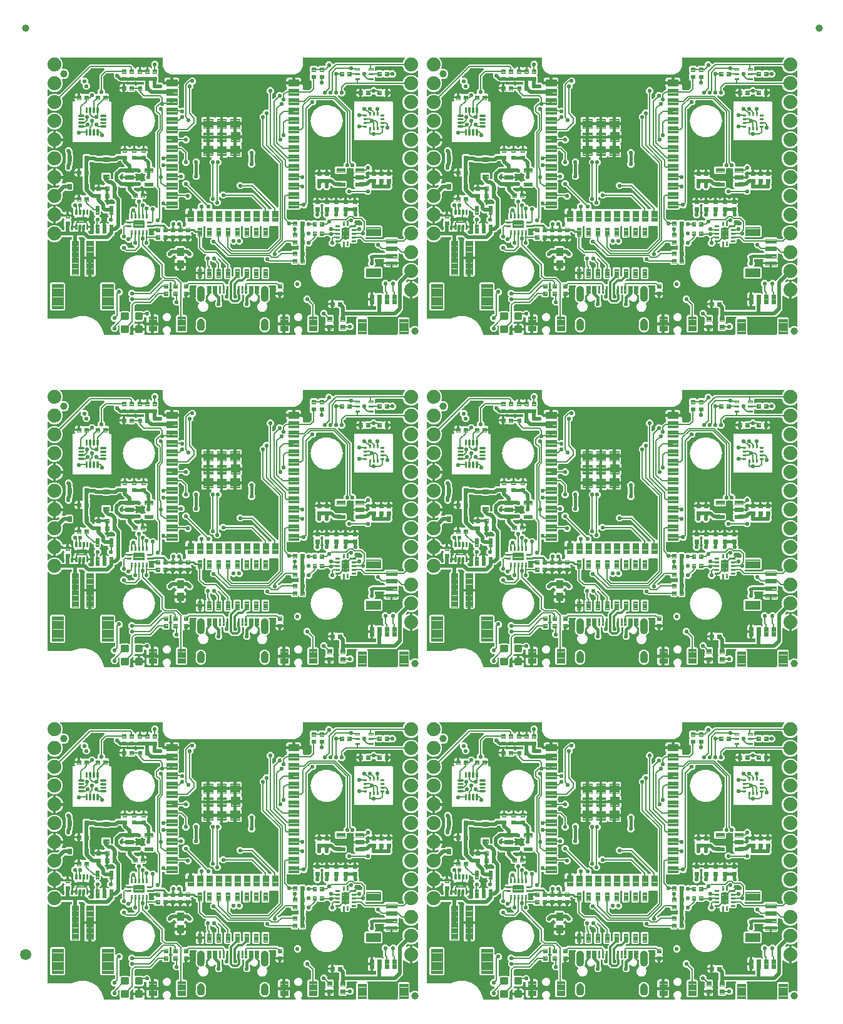
<source format=gtl>
G04 EAGLE Gerber RS-274X export*
G75*
%MOMM*%
%FSLAX34Y34*%
%LPD*%
%INTop Copper*%
%IPPOS*%
%AMOC8*
5,1,8,0,0,1.08239X$1,22.5*%
G01*
%ADD10C,0.102000*%
%ADD11C,0.300000*%
%ADD12C,0.105000*%
%ADD13C,0.100800*%
%ADD14C,1.000000*%
%ADD15C,0.654000*%
%ADD16C,0.100000*%
%ADD17C,0.096000*%
%ADD18C,0.099000*%
%ADD19C,0.102500*%
%ADD20C,0.200000*%
%ADD21C,0.106400*%
%ADD22C,0.104000*%
%ADD23C,0.225000*%
%ADD24C,1.879600*%
%ADD25C,1.500000*%
%ADD26C,0.254000*%
%ADD27C,0.554000*%
%ADD28C,0.406400*%
%ADD29C,0.152400*%
%ADD30C,0.508000*%
%ADD31C,0.304800*%

G36*
X701156Y598210D02*
X701156Y598210D01*
X701214Y598212D01*
X701294Y598237D01*
X701377Y598254D01*
X701429Y598281D01*
X701485Y598299D01*
X701541Y598339D01*
X701629Y598385D01*
X701702Y598454D01*
X701758Y598494D01*
X702609Y599345D01*
X702665Y599353D01*
X702692Y599365D01*
X702721Y599370D01*
X702822Y599423D01*
X702925Y599469D01*
X702947Y599488D01*
X702973Y599501D01*
X703055Y599579D01*
X703142Y599652D01*
X703158Y599677D01*
X703179Y599697D01*
X703237Y599795D01*
X703299Y599889D01*
X703308Y599917D01*
X703323Y599943D01*
X703351Y600052D01*
X703385Y600160D01*
X703386Y600190D01*
X703393Y600218D01*
X703390Y600331D01*
X703392Y600444D01*
X703385Y600473D01*
X703384Y600502D01*
X703349Y600610D01*
X703325Y600702D01*
X703325Y603138D01*
X703349Y603161D01*
X703390Y603215D01*
X703438Y603263D01*
X703475Y603328D01*
X703519Y603388D01*
X703544Y603452D01*
X703577Y603511D01*
X703594Y603584D01*
X703621Y603654D01*
X703626Y603722D01*
X703642Y603788D01*
X703638Y603863D01*
X703644Y603937D01*
X703631Y604004D01*
X703627Y604072D01*
X703605Y604131D01*
X703588Y604216D01*
X703561Y604269D01*
X703555Y604292D01*
X703529Y604336D01*
X703510Y604386D01*
X703096Y605103D01*
X702889Y605875D01*
X702889Y611249D01*
X708914Y611249D01*
X708972Y611257D01*
X709030Y611255D01*
X709112Y611277D01*
X709195Y611289D01*
X709249Y611313D01*
X709305Y611327D01*
X709378Y611370D01*
X709455Y611405D01*
X709499Y611443D01*
X709550Y611473D01*
X709607Y611534D01*
X709672Y611589D01*
X709704Y611637D01*
X709744Y611680D01*
X709783Y611755D01*
X709829Y611825D01*
X709847Y611881D01*
X709874Y611933D01*
X709885Y612001D01*
X709915Y612096D01*
X709918Y612196D01*
X709929Y612264D01*
X709929Y613281D01*
X710946Y613281D01*
X711004Y613289D01*
X711062Y613288D01*
X711144Y613309D01*
X711227Y613321D01*
X711281Y613345D01*
X711337Y613359D01*
X711410Y613402D01*
X711487Y613437D01*
X711531Y613475D01*
X711582Y613505D01*
X711639Y613566D01*
X711704Y613621D01*
X711736Y613669D01*
X711776Y613712D01*
X711815Y613787D01*
X711861Y613857D01*
X711879Y613913D01*
X711906Y613965D01*
X711917Y614033D01*
X711947Y614128D01*
X711950Y614228D01*
X711961Y614296D01*
X711961Y623321D01*
X714335Y623321D01*
X715107Y623114D01*
X715799Y622714D01*
X715921Y622592D01*
X715968Y622557D01*
X716008Y622514D01*
X716081Y622472D01*
X716148Y622421D01*
X716203Y622400D01*
X716254Y622371D01*
X716335Y622350D01*
X716414Y622320D01*
X716472Y622315D01*
X716529Y622300D01*
X716613Y622303D01*
X716697Y622296D01*
X716755Y622308D01*
X716813Y622310D01*
X716893Y622335D01*
X716976Y622352D01*
X717028Y622379D01*
X717084Y622397D01*
X717140Y622437D01*
X717228Y622483D01*
X717301Y622552D01*
X717357Y622592D01*
X717578Y622813D01*
X719074Y622813D01*
X719132Y622821D01*
X719190Y622819D01*
X719272Y622841D01*
X719356Y622853D01*
X719409Y622876D01*
X719465Y622891D01*
X719538Y622934D01*
X719615Y622969D01*
X719660Y623007D01*
X719710Y623036D01*
X719768Y623098D01*
X719832Y623152D01*
X719864Y623201D01*
X719904Y623244D01*
X719943Y623319D01*
X719990Y623389D01*
X720007Y623445D01*
X720034Y623497D01*
X720045Y623565D01*
X720075Y623660D01*
X720078Y623760D01*
X720089Y623828D01*
X720089Y628099D01*
X722905Y630915D01*
X722912Y630914D01*
X723023Y630937D01*
X723135Y630953D01*
X723162Y630965D01*
X723191Y630970D01*
X723291Y631022D01*
X723395Y631069D01*
X723417Y631088D01*
X723443Y631101D01*
X723525Y631179D01*
X723612Y631252D01*
X723628Y631277D01*
X723649Y631297D01*
X723707Y631395D01*
X723769Y631489D01*
X723778Y631517D01*
X723793Y631542D01*
X723821Y631652D01*
X723855Y631760D01*
X723856Y631790D01*
X723863Y631818D01*
X723860Y631931D01*
X723862Y632044D01*
X723855Y632073D01*
X723854Y632102D01*
X723819Y632210D01*
X723791Y632319D01*
X723776Y632345D01*
X723767Y632373D01*
X723721Y632436D01*
X723645Y632564D01*
X723600Y632607D01*
X723572Y632646D01*
X704728Y651490D01*
X704658Y651542D01*
X704594Y651602D01*
X704545Y651628D01*
X704501Y651661D01*
X704419Y651692D01*
X704341Y651732D01*
X704293Y651740D01*
X704235Y651762D01*
X704087Y651774D01*
X704010Y651787D01*
X701591Y651787D01*
X698777Y654601D01*
X698777Y658579D01*
X701591Y661393D01*
X705569Y661393D01*
X708383Y658579D01*
X708383Y656160D01*
X708395Y656074D01*
X708398Y655986D01*
X708415Y655933D01*
X708423Y655879D01*
X708458Y655799D01*
X708485Y655716D01*
X708513Y655676D01*
X708539Y655619D01*
X708635Y655506D01*
X708680Y655442D01*
X732912Y631210D01*
X732982Y631158D01*
X733046Y631098D01*
X733095Y631072D01*
X733139Y631039D01*
X733221Y631008D01*
X733299Y630968D01*
X733347Y630960D01*
X733405Y630938D01*
X733553Y630926D01*
X733630Y630913D01*
X736049Y630913D01*
X738863Y628099D01*
X738863Y623828D01*
X738871Y623770D01*
X738869Y623712D01*
X738891Y623630D01*
X738903Y623546D01*
X738926Y623493D01*
X738941Y623437D01*
X738984Y623364D01*
X739019Y623287D01*
X739057Y623242D01*
X739086Y623192D01*
X739148Y623134D01*
X739202Y623070D01*
X739251Y623038D01*
X739294Y622998D01*
X739369Y622959D01*
X739439Y622912D01*
X739495Y622895D01*
X739547Y622868D01*
X739615Y622857D01*
X739710Y622827D01*
X739810Y622824D01*
X739878Y622813D01*
X740382Y622813D01*
X740962Y622233D01*
X741009Y622198D01*
X741049Y622155D01*
X741122Y622112D01*
X741189Y622062D01*
X741244Y622041D01*
X741294Y622011D01*
X741376Y621991D01*
X741455Y621961D01*
X741513Y621956D01*
X741570Y621941D01*
X741654Y621944D01*
X741738Y621937D01*
X741796Y621948D01*
X741854Y621950D01*
X741934Y621976D01*
X742017Y621993D01*
X742069Y622020D01*
X742125Y622038D01*
X742181Y622078D01*
X742269Y622124D01*
X742342Y622193D01*
X742398Y622233D01*
X742978Y622813D01*
X753082Y622813D01*
X753662Y622233D01*
X753709Y622198D01*
X753749Y622155D01*
X753822Y622112D01*
X753889Y622062D01*
X753944Y622041D01*
X753994Y622011D01*
X754076Y621991D01*
X754155Y621961D01*
X754213Y621956D01*
X754270Y621941D01*
X754354Y621944D01*
X754438Y621937D01*
X754496Y621948D01*
X754554Y621950D01*
X754634Y621976D01*
X754717Y621993D01*
X754769Y622020D01*
X754825Y622038D01*
X754881Y622078D01*
X754969Y622124D01*
X755042Y622193D01*
X755098Y622233D01*
X755678Y622813D01*
X765782Y622813D01*
X766362Y622233D01*
X766409Y622198D01*
X766449Y622155D01*
X766522Y622112D01*
X766589Y622062D01*
X766644Y622041D01*
X766694Y622011D01*
X766776Y621991D01*
X766855Y621961D01*
X766913Y621956D01*
X766970Y621941D01*
X767054Y621944D01*
X767138Y621937D01*
X767196Y621948D01*
X767254Y621950D01*
X767334Y621976D01*
X767417Y621993D01*
X767469Y622020D01*
X767525Y622038D01*
X767581Y622078D01*
X767669Y622124D01*
X767742Y622193D01*
X767798Y622233D01*
X768378Y622813D01*
X778482Y622813D01*
X779062Y622233D01*
X779109Y622198D01*
X779149Y622155D01*
X779222Y622112D01*
X779289Y622062D01*
X779344Y622041D01*
X779394Y622011D01*
X779476Y621991D01*
X779555Y621961D01*
X779613Y621956D01*
X779670Y621941D01*
X779754Y621944D01*
X779838Y621937D01*
X779896Y621948D01*
X779954Y621950D01*
X780034Y621976D01*
X780117Y621993D01*
X780169Y622020D01*
X780225Y622038D01*
X780281Y622078D01*
X780369Y622124D01*
X780442Y622193D01*
X780498Y622233D01*
X781078Y622813D01*
X791182Y622813D01*
X791762Y622233D01*
X791809Y622198D01*
X791849Y622155D01*
X791922Y622112D01*
X791989Y622062D01*
X792044Y622041D01*
X792094Y622011D01*
X792176Y621991D01*
X792255Y621961D01*
X792313Y621956D01*
X792370Y621941D01*
X792454Y621944D01*
X792538Y621937D01*
X792596Y621948D01*
X792654Y621950D01*
X792734Y621976D01*
X792817Y621993D01*
X792869Y622020D01*
X792925Y622038D01*
X792981Y622078D01*
X793069Y622124D01*
X793142Y622193D01*
X793198Y622233D01*
X793778Y622813D01*
X803882Y622813D01*
X804462Y622233D01*
X804509Y622198D01*
X804549Y622155D01*
X804622Y622112D01*
X804689Y622062D01*
X804744Y622041D01*
X804794Y622011D01*
X804876Y621991D01*
X804955Y621961D01*
X805013Y621956D01*
X805070Y621941D01*
X805154Y621944D01*
X805238Y621937D01*
X805296Y621948D01*
X805354Y621950D01*
X805434Y621976D01*
X805517Y621993D01*
X805569Y622020D01*
X805625Y622038D01*
X805681Y622078D01*
X805769Y622124D01*
X805842Y622193D01*
X805898Y622233D01*
X806689Y623023D01*
X806724Y623070D01*
X806766Y623110D01*
X806809Y623183D01*
X806859Y623251D01*
X806880Y623305D01*
X806910Y623356D01*
X806931Y623437D01*
X806961Y623516D01*
X806966Y623575D01*
X806980Y623631D01*
X806977Y623715D01*
X806984Y623799D01*
X806973Y623857D01*
X806971Y623915D01*
X806945Y623995D01*
X806928Y624078D01*
X806901Y624130D01*
X806883Y624186D01*
X806843Y624242D01*
X806797Y624331D01*
X806729Y624403D01*
X806689Y624459D01*
X792890Y638258D01*
X792820Y638310D01*
X792756Y638370D01*
X792707Y638396D01*
X792663Y638429D01*
X792581Y638460D01*
X792503Y638500D01*
X792455Y638508D01*
X792397Y638530D01*
X792249Y638542D01*
X792172Y638555D01*
X758798Y638555D01*
X758711Y638543D01*
X758624Y638540D01*
X758571Y638523D01*
X758516Y638515D01*
X758437Y638480D01*
X758353Y638453D01*
X758314Y638425D01*
X758257Y638399D01*
X758144Y638303D01*
X758080Y638258D01*
X756369Y636547D01*
X752391Y636547D01*
X750478Y638460D01*
X750454Y638478D01*
X750435Y638500D01*
X750341Y638563D01*
X750251Y638631D01*
X750223Y638641D01*
X750199Y638658D01*
X750091Y638692D01*
X749985Y638732D01*
X749956Y638735D01*
X749928Y638743D01*
X749814Y638746D01*
X749702Y638756D01*
X749673Y638750D01*
X749644Y638751D01*
X749534Y638722D01*
X749423Y638700D01*
X749397Y638686D01*
X749369Y638679D01*
X749271Y638621D01*
X749171Y638569D01*
X749149Y638549D01*
X749124Y638534D01*
X749047Y638451D01*
X748965Y638373D01*
X748950Y638348D01*
X748930Y638326D01*
X748878Y638226D01*
X748821Y638128D01*
X748814Y638099D01*
X748800Y638073D01*
X748787Y637996D01*
X748751Y637852D01*
X748753Y637790D01*
X748745Y637742D01*
X748745Y635608D01*
X748757Y635521D01*
X748760Y635434D01*
X748777Y635381D01*
X748785Y635326D01*
X748820Y635247D01*
X748847Y635163D01*
X748875Y635124D01*
X748901Y635067D01*
X748997Y634954D01*
X749042Y634890D01*
X750753Y633179D01*
X750753Y629201D01*
X747939Y626387D01*
X743961Y626387D01*
X741147Y629201D01*
X741147Y630452D01*
X741139Y630510D01*
X741141Y630568D01*
X741119Y630650D01*
X741107Y630734D01*
X741084Y630787D01*
X741069Y630843D01*
X741026Y630916D01*
X740991Y630993D01*
X740953Y631038D01*
X740924Y631088D01*
X740862Y631146D01*
X740808Y631210D01*
X740759Y631242D01*
X740716Y631282D01*
X740641Y631321D01*
X740571Y631368D01*
X740515Y631385D01*
X740463Y631412D01*
X740395Y631423D01*
X740300Y631453D01*
X740200Y631456D01*
X740132Y631467D01*
X738421Y631467D01*
X735607Y634281D01*
X735607Y638259D01*
X737318Y639970D01*
X737370Y640040D01*
X737430Y640104D01*
X737456Y640153D01*
X737489Y640197D01*
X737520Y640279D01*
X737560Y640357D01*
X737568Y640404D01*
X737590Y640463D01*
X737602Y640611D01*
X737615Y640688D01*
X737615Y681382D01*
X737603Y681469D01*
X737600Y681556D01*
X737583Y681609D01*
X737575Y681664D01*
X737540Y681743D01*
X737513Y681827D01*
X737485Y681866D01*
X737459Y681923D01*
X737363Y682036D01*
X737318Y682100D01*
X735607Y683811D01*
X735607Y687789D01*
X738364Y690546D01*
X738382Y690570D01*
X738404Y690589D01*
X738467Y690683D01*
X738535Y690773D01*
X738545Y690801D01*
X738562Y690825D01*
X738596Y690933D01*
X738636Y691039D01*
X738639Y691068D01*
X738647Y691096D01*
X738650Y691210D01*
X738660Y691322D01*
X738654Y691351D01*
X738655Y691380D01*
X738626Y691490D01*
X738604Y691601D01*
X738590Y691627D01*
X738583Y691655D01*
X738525Y691753D01*
X738473Y691853D01*
X738453Y691875D01*
X738438Y691900D01*
X738355Y691977D01*
X738277Y692059D01*
X738252Y692074D01*
X738230Y692094D01*
X738130Y692146D01*
X738032Y692203D01*
X738003Y692210D01*
X737977Y692224D01*
X737900Y692237D01*
X737756Y692273D01*
X737694Y692271D01*
X737646Y692279D01*
X735651Y692279D01*
X735651Y699439D01*
X743387Y699439D01*
X743443Y699421D01*
X743495Y699394D01*
X743563Y699383D01*
X743658Y699353D01*
X743758Y699350D01*
X743826Y699339D01*
X749889Y699339D01*
X749889Y692152D01*
X749802Y692139D01*
X749776Y692127D01*
X749747Y692122D01*
X749646Y692069D01*
X749543Y692023D01*
X749521Y692004D01*
X749494Y691991D01*
X749412Y691913D01*
X749326Y691840D01*
X749310Y691815D01*
X749288Y691795D01*
X749231Y691697D01*
X749168Y691603D01*
X749159Y691575D01*
X749145Y691550D01*
X749117Y691440D01*
X749083Y691332D01*
X749082Y691302D01*
X749075Y691274D01*
X749078Y691161D01*
X749075Y691048D01*
X749083Y691019D01*
X749084Y690990D01*
X749118Y690882D01*
X749147Y690773D01*
X749162Y690747D01*
X749171Y690719D01*
X749217Y690656D01*
X749292Y690528D01*
X749338Y690485D01*
X749366Y690446D01*
X752023Y687789D01*
X752023Y683811D01*
X749042Y680830D01*
X748990Y680760D01*
X748930Y680696D01*
X748904Y680647D01*
X748871Y680603D01*
X748840Y680521D01*
X748800Y680443D01*
X748792Y680396D01*
X748770Y680337D01*
X748760Y680217D01*
X748759Y680213D01*
X748758Y680197D01*
X748758Y680189D01*
X748745Y680112D01*
X748745Y644958D01*
X748749Y644929D01*
X748746Y644900D01*
X748769Y644788D01*
X748785Y644676D01*
X748797Y644650D01*
X748802Y644621D01*
X748855Y644520D01*
X748901Y644417D01*
X748920Y644395D01*
X748933Y644368D01*
X749011Y644286D01*
X749084Y644200D01*
X749109Y644184D01*
X749129Y644162D01*
X749227Y644105D01*
X749321Y644042D01*
X749349Y644033D01*
X749374Y644019D01*
X749484Y643991D01*
X749592Y643957D01*
X749622Y643956D01*
X749650Y643949D01*
X749763Y643952D01*
X749876Y643949D01*
X749905Y643957D01*
X749934Y643958D01*
X750042Y643993D01*
X750151Y644021D01*
X750177Y644036D01*
X750205Y644045D01*
X750268Y644091D01*
X750396Y644166D01*
X750439Y644212D01*
X750478Y644240D01*
X752391Y646153D01*
X756369Y646153D01*
X758080Y644442D01*
X758150Y644390D01*
X758214Y644330D01*
X758263Y644304D01*
X758307Y644271D01*
X758389Y644240D01*
X758467Y644200D01*
X758514Y644192D01*
X758573Y644170D01*
X758721Y644158D01*
X758798Y644145D01*
X794908Y644145D01*
X814325Y624728D01*
X814325Y623828D01*
X814333Y623770D01*
X814331Y623712D01*
X814353Y623630D01*
X814365Y623546D01*
X814388Y623493D01*
X814403Y623437D01*
X814446Y623364D01*
X814481Y623287D01*
X814519Y623242D01*
X814548Y623192D01*
X814610Y623134D01*
X814664Y623070D01*
X814713Y623038D01*
X814756Y622998D01*
X814831Y622959D01*
X814901Y622912D01*
X814957Y622895D01*
X815009Y622868D01*
X815077Y622857D01*
X815172Y622827D01*
X815272Y622824D01*
X815340Y622813D01*
X816582Y622813D01*
X817162Y622233D01*
X817209Y622198D01*
X817249Y622155D01*
X817322Y622112D01*
X817389Y622062D01*
X817444Y622041D01*
X817494Y622011D01*
X817576Y621991D01*
X817655Y621961D01*
X817713Y621956D01*
X817770Y621941D01*
X817854Y621944D01*
X817938Y621937D01*
X817996Y621948D01*
X818054Y621950D01*
X818134Y621976D01*
X818217Y621993D01*
X818269Y622020D01*
X818325Y622038D01*
X818381Y622078D01*
X818469Y622124D01*
X818542Y622193D01*
X818598Y622233D01*
X819389Y623023D01*
X819424Y623070D01*
X819466Y623110D01*
X819509Y623183D01*
X819559Y623251D01*
X819580Y623305D01*
X819610Y623356D01*
X819631Y623437D01*
X819661Y623516D01*
X819666Y623575D01*
X819680Y623631D01*
X819677Y623715D01*
X819684Y623799D01*
X819673Y623857D01*
X819671Y623915D01*
X819645Y623995D01*
X819628Y624078D01*
X819601Y624130D01*
X819583Y624186D01*
X819543Y624242D01*
X819497Y624331D01*
X819429Y624403D01*
X819389Y624459D01*
X792890Y650958D01*
X792820Y651010D01*
X792756Y651070D01*
X792707Y651096D01*
X792663Y651129D01*
X792581Y651160D01*
X792503Y651200D01*
X792455Y651208D01*
X792397Y651230D01*
X792249Y651242D01*
X792172Y651255D01*
X781658Y651255D01*
X781571Y651243D01*
X781484Y651240D01*
X781431Y651223D01*
X781376Y651215D01*
X781297Y651180D01*
X781213Y651153D01*
X781174Y651125D01*
X781117Y651099D01*
X781004Y651003D01*
X780940Y650958D01*
X779229Y649247D01*
X775251Y649247D01*
X772437Y652061D01*
X772437Y656039D01*
X775251Y658853D01*
X779229Y658853D01*
X780940Y657142D01*
X781010Y657090D01*
X781074Y657030D01*
X781123Y657004D01*
X781167Y656971D01*
X781249Y656940D01*
X781327Y656900D01*
X781374Y656892D01*
X781433Y656870D01*
X781581Y656858D01*
X781658Y656845D01*
X794908Y656845D01*
X796842Y654910D01*
X825090Y626662D01*
X827068Y624684D01*
X827092Y624667D01*
X827111Y624644D01*
X827205Y624581D01*
X827295Y624513D01*
X827323Y624503D01*
X827347Y624487D01*
X827455Y624452D01*
X827561Y624412D01*
X827590Y624410D01*
X827618Y624401D01*
X827732Y624398D01*
X827844Y624389D01*
X827873Y624394D01*
X827902Y624394D01*
X828012Y624422D01*
X828123Y624444D01*
X828149Y624458D01*
X828177Y624465D01*
X828275Y624523D01*
X828375Y624575D01*
X828397Y624596D01*
X828422Y624611D01*
X828499Y624693D01*
X828581Y624771D01*
X828596Y624797D01*
X828616Y624818D01*
X828668Y624919D01*
X828725Y625016D01*
X828732Y625045D01*
X828746Y625071D01*
X828759Y625148D01*
X828795Y625292D01*
X828793Y625354D01*
X828801Y625402D01*
X828801Y683064D01*
X828789Y683151D01*
X828786Y683238D01*
X828769Y683291D01*
X828761Y683346D01*
X828726Y683426D01*
X828699Y683509D01*
X828671Y683548D01*
X828645Y683605D01*
X828572Y683692D01*
X828551Y683726D01*
X828528Y683748D01*
X828504Y683782D01*
X805203Y707083D01*
X805203Y742342D01*
X805191Y742429D01*
X805188Y742516D01*
X805171Y742569D01*
X805163Y742624D01*
X805128Y742703D01*
X805101Y742787D01*
X805073Y742826D01*
X805047Y742883D01*
X804951Y742996D01*
X804906Y743060D01*
X803195Y744771D01*
X803195Y748749D01*
X806009Y751563D01*
X806982Y751563D01*
X807040Y751571D01*
X807098Y751569D01*
X807180Y751591D01*
X807264Y751603D01*
X807317Y751626D01*
X807373Y751641D01*
X807446Y751684D01*
X807523Y751719D01*
X807568Y751757D01*
X807618Y751786D01*
X807676Y751848D01*
X807740Y751902D01*
X807772Y751951D01*
X807812Y751994D01*
X807851Y752069D01*
X807898Y752139D01*
X807915Y752195D01*
X807942Y752247D01*
X807953Y752315D01*
X807983Y752410D01*
X807986Y752510D01*
X807997Y752578D01*
X807997Y754107D01*
X810811Y756921D01*
X814070Y756921D01*
X814128Y756929D01*
X814186Y756927D01*
X814268Y756949D01*
X814352Y756961D01*
X814405Y756984D01*
X814461Y756999D01*
X814534Y757042D01*
X814611Y757077D01*
X814656Y757115D01*
X814706Y757144D01*
X814764Y757206D01*
X814828Y757260D01*
X814860Y757309D01*
X814900Y757352D01*
X814939Y757427D01*
X814986Y757497D01*
X815003Y757553D01*
X815030Y757605D01*
X815041Y757673D01*
X815071Y757768D01*
X815074Y757868D01*
X815085Y757936D01*
X815085Y777902D01*
X815073Y777989D01*
X815070Y778076D01*
X815053Y778129D01*
X815045Y778184D01*
X815010Y778263D01*
X814983Y778347D01*
X814955Y778386D01*
X814929Y778443D01*
X814833Y778556D01*
X814788Y778620D01*
X813077Y780331D01*
X813077Y784309D01*
X815891Y787123D01*
X819869Y787123D01*
X822683Y784309D01*
X822683Y780331D01*
X820972Y778620D01*
X820920Y778550D01*
X820860Y778486D01*
X820834Y778437D01*
X820801Y778393D01*
X820770Y778311D01*
X820730Y778233D01*
X820722Y778186D01*
X820700Y778127D01*
X820688Y777979D01*
X820675Y777902D01*
X820675Y772468D01*
X820679Y772439D01*
X820676Y772410D01*
X820699Y772299D01*
X820715Y772187D01*
X820727Y772160D01*
X820732Y772131D01*
X820785Y772030D01*
X820831Y771927D01*
X820850Y771905D01*
X820863Y771879D01*
X820941Y771797D01*
X821014Y771710D01*
X821039Y771694D01*
X821059Y771673D01*
X821157Y771615D01*
X821251Y771553D01*
X821279Y771544D01*
X821304Y771529D01*
X821414Y771501D01*
X821522Y771467D01*
X821552Y771466D01*
X821580Y771459D01*
X821693Y771462D01*
X821806Y771460D01*
X821835Y771467D01*
X821864Y771468D01*
X821972Y771503D01*
X822081Y771531D01*
X822107Y771546D01*
X822135Y771555D01*
X822198Y771601D01*
X822326Y771677D01*
X822369Y771722D01*
X822408Y771750D01*
X825480Y774822D01*
X825532Y774892D01*
X825592Y774956D01*
X825618Y775005D01*
X825651Y775049D01*
X825682Y775131D01*
X825722Y775209D01*
X825730Y775257D01*
X825752Y775315D01*
X825764Y775463D01*
X825777Y775540D01*
X825777Y777959D01*
X828591Y780773D01*
X832569Y780773D01*
X833337Y780005D01*
X833384Y779970D01*
X833424Y779927D01*
X833497Y779885D01*
X833564Y779834D01*
X833619Y779813D01*
X833670Y779784D01*
X833751Y779763D01*
X833830Y779733D01*
X833888Y779728D01*
X833945Y779714D01*
X834029Y779716D01*
X834113Y779709D01*
X834171Y779721D01*
X834229Y779723D01*
X834310Y779749D01*
X834392Y779765D01*
X834444Y779792D01*
X834500Y779810D01*
X834556Y779850D01*
X834644Y779896D01*
X834717Y779965D01*
X834773Y780006D01*
X834800Y780033D01*
X838142Y783375D01*
X838912Y783375D01*
X838970Y783383D01*
X839028Y783381D01*
X839110Y783403D01*
X839194Y783415D01*
X839247Y783438D01*
X839303Y783453D01*
X839376Y783496D01*
X839453Y783531D01*
X839498Y783569D01*
X839548Y783598D01*
X839606Y783660D01*
X839670Y783714D01*
X839702Y783763D01*
X839742Y783806D01*
X839781Y783881D01*
X839828Y783951D01*
X839845Y784007D01*
X839872Y784059D01*
X839883Y784127D01*
X839913Y784222D01*
X839916Y784322D01*
X839927Y784390D01*
X839927Y785632D01*
X840148Y785853D01*
X840183Y785900D01*
X840226Y785940D01*
X840268Y786013D01*
X840319Y786080D01*
X840340Y786135D01*
X840369Y786185D01*
X840390Y786267D01*
X840420Y786346D01*
X840425Y786404D01*
X840440Y786461D01*
X840437Y786545D01*
X840444Y786629D01*
X840432Y786686D01*
X840430Y786745D01*
X840405Y786825D01*
X840388Y786908D01*
X840361Y786960D01*
X840343Y787015D01*
X840303Y787071D01*
X840257Y787160D01*
X840188Y787233D01*
X840148Y787289D01*
X840026Y787411D01*
X839626Y788103D01*
X839419Y788875D01*
X839419Y791249D01*
X848444Y791249D01*
X848502Y791257D01*
X848560Y791255D01*
X848642Y791277D01*
X848725Y791289D01*
X848779Y791313D01*
X848835Y791327D01*
X848908Y791370D01*
X848985Y791405D01*
X849029Y791443D01*
X849080Y791473D01*
X849137Y791534D01*
X849202Y791589D01*
X849234Y791637D01*
X849274Y791680D01*
X849313Y791755D01*
X849359Y791825D01*
X849377Y791881D01*
X849404Y791933D01*
X849415Y792001D01*
X849445Y792096D01*
X849448Y792196D01*
X849459Y792264D01*
X849459Y793281D01*
X849461Y793281D01*
X849461Y792264D01*
X849469Y792206D01*
X849468Y792148D01*
X849489Y792066D01*
X849501Y791983D01*
X849525Y791929D01*
X849539Y791873D01*
X849582Y791800D01*
X849617Y791723D01*
X849655Y791678D01*
X849685Y791628D01*
X849746Y791570D01*
X849801Y791506D01*
X849849Y791474D01*
X849892Y791434D01*
X849967Y791395D01*
X850037Y791349D01*
X850093Y791331D01*
X850145Y791304D01*
X850213Y791293D01*
X850308Y791263D01*
X850408Y791260D01*
X850476Y791249D01*
X859971Y791249D01*
X860007Y791230D01*
X860077Y791183D01*
X860133Y791166D01*
X860185Y791139D01*
X860253Y791128D01*
X860348Y791098D01*
X860448Y791095D01*
X860516Y791084D01*
X860790Y791084D01*
X862204Y789670D01*
X862204Y784390D01*
X862212Y784332D01*
X862210Y784274D01*
X862232Y784192D01*
X862244Y784108D01*
X862267Y784055D01*
X862282Y783999D01*
X862325Y783926D01*
X862360Y783849D01*
X862398Y783804D01*
X862427Y783754D01*
X862489Y783696D01*
X862543Y783632D01*
X862592Y783600D01*
X862635Y783560D01*
X862710Y783521D01*
X862780Y783474D01*
X862836Y783457D01*
X862888Y783430D01*
X862956Y783419D01*
X863051Y783389D01*
X863151Y783386D01*
X863219Y783375D01*
X870362Y783375D01*
X870448Y783387D01*
X870536Y783390D01*
X870589Y783407D01*
X870643Y783415D01*
X870723Y783450D01*
X870806Y783477D01*
X870846Y783505D01*
X870903Y783531D01*
X871016Y783627D01*
X871080Y783672D01*
X873208Y785800D01*
X873260Y785870D01*
X873320Y785934D01*
X873346Y785983D01*
X873379Y786027D01*
X873410Y786109D01*
X873450Y786187D01*
X873458Y786235D01*
X873480Y786293D01*
X873492Y786441D01*
X873505Y786518D01*
X873505Y795402D01*
X873497Y795460D01*
X873499Y795518D01*
X873477Y795600D01*
X873465Y795684D01*
X873442Y795737D01*
X873427Y795793D01*
X873384Y795866D01*
X873349Y795943D01*
X873311Y795988D01*
X873282Y796038D01*
X873220Y796096D01*
X873166Y796160D01*
X873117Y796192D01*
X873074Y796232D01*
X872999Y796271D01*
X872929Y796318D01*
X872873Y796335D01*
X872821Y796362D01*
X872810Y796364D01*
X871267Y797907D01*
X871267Y804993D01*
X872006Y805732D01*
X872041Y805779D01*
X872084Y805819D01*
X872126Y805892D01*
X872177Y805959D01*
X872198Y806014D01*
X872227Y806064D01*
X872248Y806146D01*
X872278Y806225D01*
X872283Y806283D01*
X872298Y806340D01*
X872295Y806424D01*
X872302Y806508D01*
X872290Y806566D01*
X872288Y806624D01*
X872263Y806704D01*
X872246Y806787D01*
X872219Y806839D01*
X872201Y806895D01*
X872161Y806951D01*
X872115Y807039D01*
X872046Y807112D01*
X872006Y807168D01*
X871267Y807907D01*
X871267Y814993D01*
X872757Y816483D01*
X879843Y816483D01*
X881297Y815029D01*
X881344Y814994D01*
X881384Y814951D01*
X881457Y814909D01*
X881524Y814858D01*
X881579Y814837D01*
X881629Y814808D01*
X881711Y814787D01*
X881790Y814757D01*
X881848Y814752D01*
X881905Y814737D01*
X881989Y814740D01*
X882073Y814733D01*
X882131Y814745D01*
X882189Y814747D01*
X882269Y814772D01*
X882352Y814789D01*
X882404Y814816D01*
X882460Y814834D01*
X882516Y814874D01*
X882604Y814920D01*
X882677Y814989D01*
X882733Y815029D01*
X884187Y816483D01*
X891437Y816483D01*
X891495Y816491D01*
X891553Y816489D01*
X891635Y816511D01*
X891719Y816523D01*
X891772Y816546D01*
X891828Y816561D01*
X891901Y816604D01*
X891978Y816639D01*
X892023Y816677D01*
X892073Y816706D01*
X892131Y816768D01*
X892195Y816822D01*
X892227Y816871D01*
X892267Y816914D01*
X892306Y816989D01*
X892353Y817059D01*
X892370Y817115D01*
X892397Y817167D01*
X892408Y817235D01*
X892438Y817330D01*
X892441Y817430D01*
X892452Y817498D01*
X892452Y819234D01*
X895266Y822048D01*
X899244Y822048D01*
X902166Y819126D01*
X902168Y819123D01*
X902214Y819020D01*
X902233Y818998D01*
X902246Y818972D01*
X902324Y818890D01*
X902397Y818803D01*
X902422Y818787D01*
X902442Y818766D01*
X902540Y818709D01*
X902634Y818646D01*
X902662Y818637D01*
X902687Y818622D01*
X902797Y818594D01*
X902905Y818560D01*
X902935Y818559D01*
X902963Y818552D01*
X903076Y818555D01*
X903189Y818553D01*
X903218Y818560D01*
X903247Y818561D01*
X903355Y818596D01*
X903464Y818624D01*
X903490Y818639D01*
X903518Y818648D01*
X903581Y818694D01*
X903709Y818770D01*
X903752Y818815D01*
X903791Y818843D01*
X905622Y820675D01*
X996487Y820675D01*
X996488Y820675D01*
X996490Y820675D01*
X996630Y820695D01*
X996768Y820715D01*
X996770Y820715D01*
X996771Y820715D01*
X996897Y820772D01*
X997028Y820831D01*
X997029Y820832D01*
X997030Y820833D01*
X997137Y820924D01*
X997245Y821014D01*
X997246Y821016D01*
X997247Y821017D01*
X997255Y821030D01*
X997402Y821251D01*
X997411Y821280D01*
X997425Y821301D01*
X998689Y824355D01*
X1000133Y825798D01*
X1000150Y825822D01*
X1000173Y825841D01*
X1000235Y825935D01*
X1000304Y826025D01*
X1000314Y826053D01*
X1000330Y826077D01*
X1000364Y826185D01*
X1000405Y826291D01*
X1000407Y826320D01*
X1000416Y826348D01*
X1000419Y826462D01*
X1000428Y826574D01*
X1000423Y826603D01*
X1000423Y826632D01*
X1000395Y826742D01*
X1000372Y826853D01*
X1000359Y826879D01*
X1000352Y826907D01*
X1000294Y827005D01*
X1000241Y827105D01*
X1000221Y827127D01*
X1000206Y827152D01*
X1000124Y827229D01*
X1000046Y827311D01*
X1000020Y827326D01*
X999999Y827346D01*
X999898Y827398D01*
X999800Y827455D01*
X999772Y827462D01*
X999746Y827476D01*
X999668Y827489D01*
X999525Y827525D01*
X999462Y827523D01*
X999415Y827531D01*
X862584Y827531D01*
X862526Y827523D01*
X862468Y827525D01*
X862386Y827503D01*
X862302Y827491D01*
X862249Y827468D01*
X862193Y827453D01*
X862120Y827410D01*
X862043Y827375D01*
X861998Y827337D01*
X861948Y827308D01*
X861890Y827246D01*
X861826Y827192D01*
X861794Y827143D01*
X861754Y827100D01*
X861715Y827025D01*
X861668Y826955D01*
X861651Y826899D01*
X861624Y826847D01*
X861613Y826779D01*
X861583Y826684D01*
X861580Y826584D01*
X861569Y826516D01*
X861569Y815253D01*
X859558Y810398D01*
X857802Y808642D01*
X857750Y808572D01*
X857690Y808508D01*
X857688Y808506D01*
X857662Y808483D01*
X857598Y808438D01*
X855842Y806682D01*
X850987Y804671D01*
X683173Y804671D01*
X678318Y806682D01*
X676562Y808438D01*
X676492Y808490D01*
X676428Y808550D01*
X676426Y808552D01*
X676404Y808577D01*
X676390Y808602D01*
X676380Y808611D01*
X676358Y808642D01*
X674602Y810398D01*
X672591Y815253D01*
X672591Y826516D01*
X672583Y826574D01*
X672585Y826632D01*
X672563Y826714D01*
X672551Y826798D01*
X672528Y826851D01*
X672513Y826907D01*
X672470Y826980D01*
X672435Y827057D01*
X672397Y827102D01*
X672368Y827152D01*
X672306Y827210D01*
X672252Y827274D01*
X672203Y827306D01*
X672160Y827346D01*
X672085Y827385D01*
X672015Y827432D01*
X671959Y827449D01*
X671907Y827476D01*
X671839Y827487D01*
X671744Y827517D01*
X671644Y827520D01*
X671576Y827531D01*
X534745Y827531D01*
X534716Y827527D01*
X534687Y827530D01*
X534576Y827507D01*
X534464Y827491D01*
X534437Y827479D01*
X534408Y827474D01*
X534308Y827421D01*
X534204Y827375D01*
X534182Y827356D01*
X534156Y827343D01*
X534074Y827265D01*
X533987Y827192D01*
X533971Y827167D01*
X533950Y827147D01*
X533893Y827049D01*
X533830Y826955D01*
X533821Y826927D01*
X533806Y826902D01*
X533778Y826792D01*
X533744Y826684D01*
X533743Y826654D01*
X533736Y826626D01*
X533740Y826513D01*
X533737Y826400D01*
X533744Y826371D01*
X533745Y826342D01*
X533780Y826234D01*
X533808Y826125D01*
X533823Y826099D01*
X533832Y826071D01*
X533878Y826007D01*
X533954Y825880D01*
X533999Y825837D01*
X534027Y825798D01*
X535471Y824355D01*
X537211Y820154D01*
X537211Y815606D01*
X536387Y813617D01*
X536358Y813505D01*
X536323Y813396D01*
X536322Y813368D01*
X536316Y813341D01*
X536319Y813227D01*
X536316Y813112D01*
X536323Y813085D01*
X536324Y813057D01*
X536359Y812948D01*
X536388Y812837D01*
X536402Y812813D01*
X536410Y812786D01*
X536474Y812691D01*
X536533Y812592D01*
X536553Y812573D01*
X536569Y812550D01*
X536656Y812476D01*
X536740Y812398D01*
X536765Y812385D01*
X536786Y812367D01*
X536891Y812321D01*
X536993Y812268D01*
X537018Y812264D01*
X537046Y812252D01*
X537310Y812215D01*
X537324Y812213D01*
X539879Y812213D01*
X542464Y811142D01*
X544442Y809164D01*
X545513Y806579D01*
X545513Y803781D01*
X544442Y801196D01*
X542464Y799218D01*
X539879Y798147D01*
X537324Y798147D01*
X537211Y798131D01*
X537096Y798121D01*
X537070Y798111D01*
X537043Y798107D01*
X536938Y798060D01*
X536831Y798019D01*
X536809Y798003D01*
X536784Y797991D01*
X536696Y797917D01*
X536604Y797848D01*
X536588Y797825D01*
X536567Y797808D01*
X536503Y797712D01*
X536434Y797620D01*
X536424Y797594D01*
X536409Y797571D01*
X536374Y797461D01*
X536334Y797354D01*
X536332Y797326D01*
X536323Y797300D01*
X536320Y797185D01*
X536311Y797071D01*
X536317Y797046D01*
X536316Y797016D01*
X536383Y796759D01*
X536387Y796743D01*
X537211Y794754D01*
X537211Y790206D01*
X535470Y786005D01*
X532255Y782790D01*
X528054Y781049D01*
X523506Y781049D01*
X519305Y782789D01*
X517862Y784233D01*
X517838Y784250D01*
X517819Y784273D01*
X517725Y784335D01*
X517635Y784404D01*
X517607Y784414D01*
X517583Y784430D01*
X517475Y784464D01*
X517369Y784505D01*
X517340Y784507D01*
X517312Y784516D01*
X517198Y784519D01*
X517086Y784528D01*
X517057Y784523D01*
X517028Y784523D01*
X516918Y784495D01*
X516807Y784472D01*
X516781Y784459D01*
X516753Y784452D01*
X516655Y784394D01*
X516555Y784341D01*
X516533Y784321D01*
X516508Y784306D01*
X516431Y784224D01*
X516349Y784146D01*
X516334Y784120D01*
X516314Y784099D01*
X516262Y783998D01*
X516205Y783900D01*
X516198Y783872D01*
X516184Y783846D01*
X516171Y783768D01*
X516135Y783625D01*
X516137Y783562D01*
X516129Y783515D01*
X516129Y776045D01*
X516133Y776016D01*
X516130Y775987D01*
X516153Y775876D01*
X516169Y775764D01*
X516181Y775737D01*
X516186Y775708D01*
X516239Y775608D01*
X516285Y775504D01*
X516304Y775482D01*
X516317Y775456D01*
X516395Y775374D01*
X516468Y775287D01*
X516493Y775271D01*
X516513Y775250D01*
X516611Y775193D01*
X516705Y775130D01*
X516733Y775121D01*
X516758Y775106D01*
X516868Y775078D01*
X516976Y775044D01*
X517006Y775043D01*
X517034Y775036D01*
X517147Y775040D01*
X517260Y775037D01*
X517289Y775044D01*
X517318Y775045D01*
X517426Y775080D01*
X517535Y775108D01*
X517561Y775123D01*
X517589Y775132D01*
X517653Y775178D01*
X517780Y775254D01*
X517823Y775299D01*
X517862Y775327D01*
X519305Y776771D01*
X523506Y778511D01*
X528054Y778511D01*
X531107Y777246D01*
X531109Y777246D01*
X531110Y777245D01*
X531244Y777211D01*
X531383Y777175D01*
X531384Y777175D01*
X531386Y777175D01*
X531526Y777179D01*
X531667Y777183D01*
X531668Y777184D01*
X531670Y777184D01*
X531803Y777227D01*
X531937Y777270D01*
X531939Y777271D01*
X531940Y777271D01*
X531952Y777280D01*
X532174Y777428D01*
X532193Y777452D01*
X532214Y777466D01*
X570948Y816200D01*
X572882Y818135D01*
X629728Y818135D01*
X632715Y815148D01*
X632715Y814958D01*
X632723Y814900D01*
X632721Y814842D01*
X632743Y814760D01*
X632755Y814676D01*
X632778Y814623D01*
X632793Y814567D01*
X632836Y814494D01*
X632871Y814417D01*
X632909Y814372D01*
X632938Y814322D01*
X633000Y814264D01*
X633054Y814200D01*
X633103Y814168D01*
X633146Y814128D01*
X633221Y814089D01*
X633291Y814042D01*
X633347Y814025D01*
X633399Y813998D01*
X633410Y813996D01*
X634647Y812759D01*
X634685Y812730D01*
X634718Y812694D01*
X634799Y812645D01*
X634874Y812589D01*
X634919Y812571D01*
X634961Y812546D01*
X635051Y812521D01*
X635139Y812487D01*
X635188Y812483D01*
X635235Y812470D01*
X635329Y812472D01*
X635423Y812464D01*
X635471Y812473D01*
X635519Y812474D01*
X635609Y812501D01*
X635701Y812520D01*
X635745Y812542D01*
X635791Y812556D01*
X635870Y812607D01*
X635954Y812651D01*
X635989Y812684D01*
X636030Y812711D01*
X636077Y812768D01*
X636160Y812846D01*
X636204Y812921D01*
X636244Y812970D01*
X636419Y813273D01*
X636987Y813841D01*
X637682Y814243D01*
X638458Y814451D01*
X639851Y814451D01*
X639851Y809394D01*
X639859Y809336D01*
X639857Y809278D01*
X639879Y809196D01*
X639891Y809113D01*
X639914Y809059D01*
X639929Y809003D01*
X639972Y808930D01*
X640007Y808853D01*
X640045Y808809D01*
X640074Y808758D01*
X640136Y808701D01*
X640190Y808636D01*
X640239Y808604D01*
X640282Y808564D01*
X640357Y808525D01*
X640427Y808479D01*
X640483Y808461D01*
X640535Y808434D01*
X640603Y808423D01*
X640698Y808393D01*
X640798Y808390D01*
X640825Y808386D01*
X640827Y808368D01*
X640826Y808310D01*
X640847Y808228D01*
X640859Y808144D01*
X640883Y808091D01*
X640897Y808035D01*
X640941Y807962D01*
X640975Y807885D01*
X641013Y807840D01*
X641043Y807790D01*
X641104Y807732D01*
X641159Y807668D01*
X641207Y807636D01*
X641250Y807596D01*
X641325Y807557D01*
X641395Y807510D01*
X641451Y807493D01*
X641503Y807466D01*
X641571Y807455D01*
X641666Y807425D01*
X641766Y807422D01*
X641834Y807411D01*
X651026Y807411D01*
X651084Y807419D01*
X651142Y807417D01*
X651224Y807439D01*
X651307Y807451D01*
X651361Y807474D01*
X651417Y807489D01*
X651490Y807532D01*
X651567Y807567D01*
X651611Y807605D01*
X651662Y807634D01*
X651719Y807696D01*
X651784Y807750D01*
X651816Y807799D01*
X651856Y807842D01*
X651895Y807917D01*
X651941Y807987D01*
X651959Y808043D01*
X651986Y808095D01*
X651997Y808163D01*
X652027Y808258D01*
X652030Y808358D01*
X652034Y808385D01*
X652052Y808387D01*
X652110Y808386D01*
X652192Y808407D01*
X652276Y808419D01*
X652329Y808443D01*
X652385Y808457D01*
X652458Y808501D01*
X652535Y808535D01*
X652580Y808573D01*
X652630Y808603D01*
X652688Y808664D01*
X652752Y808719D01*
X652784Y808767D01*
X652824Y808810D01*
X652863Y808885D01*
X652910Y808955D01*
X652927Y809011D01*
X652954Y809063D01*
X652965Y809131D01*
X652995Y809226D01*
X652998Y809326D01*
X653009Y809394D01*
X653009Y814451D01*
X654402Y814451D01*
X655178Y814243D01*
X655873Y813841D01*
X656231Y813483D01*
X656278Y813448D01*
X656318Y813406D01*
X656391Y813363D01*
X656458Y813312D01*
X656513Y813291D01*
X656563Y813262D01*
X656645Y813241D01*
X656724Y813211D01*
X656782Y813206D01*
X656839Y813192D01*
X656923Y813194D01*
X657007Y813187D01*
X657065Y813199D01*
X657123Y813201D01*
X657203Y813227D01*
X657286Y813243D01*
X657338Y813270D01*
X657394Y813288D01*
X657450Y813328D01*
X657538Y813374D01*
X657611Y813443D01*
X657667Y813483D01*
X657753Y813569D01*
X657788Y813616D01*
X657831Y813656D01*
X657873Y813729D01*
X657924Y813796D01*
X657945Y813851D01*
X657974Y813901D01*
X657995Y813983D01*
X658025Y814062D01*
X658030Y814120D01*
X658044Y814177D01*
X658042Y814261D01*
X658049Y814345D01*
X658037Y814403D01*
X658035Y814461D01*
X658010Y814541D01*
X657993Y814624D01*
X657966Y814676D01*
X657948Y814731D01*
X657908Y814788D01*
X657862Y814876D01*
X657793Y814949D01*
X657753Y815005D01*
X656867Y815891D01*
X656867Y819869D01*
X659681Y822683D01*
X663659Y822683D01*
X666473Y819869D01*
X666473Y815891D01*
X665587Y815005D01*
X665552Y814958D01*
X665509Y814918D01*
X665467Y814845D01*
X665416Y814778D01*
X665395Y814723D01*
X665366Y814673D01*
X665345Y814591D01*
X665315Y814512D01*
X665310Y814454D01*
X665296Y814397D01*
X665298Y814313D01*
X665291Y814229D01*
X665303Y814171D01*
X665305Y814113D01*
X665331Y814033D01*
X665347Y813950D01*
X665374Y813898D01*
X665392Y813842D01*
X665432Y813786D01*
X665478Y813698D01*
X665547Y813625D01*
X665587Y813569D01*
X666703Y812453D01*
X666703Y805367D01*
X665964Y804628D01*
X665929Y804581D01*
X665886Y804541D01*
X665844Y804468D01*
X665793Y804401D01*
X665772Y804346D01*
X665743Y804296D01*
X665722Y804214D01*
X665692Y804135D01*
X665687Y804079D01*
X665685Y804073D01*
X665685Y804070D01*
X665672Y804020D01*
X665675Y803936D01*
X665668Y803852D01*
X665678Y803801D01*
X665678Y803789D01*
X665680Y803781D01*
X665682Y803736D01*
X665707Y803656D01*
X665724Y803573D01*
X665745Y803533D01*
X665750Y803514D01*
X665758Y803501D01*
X665769Y803465D01*
X665809Y803409D01*
X665855Y803321D01*
X665880Y803294D01*
X665895Y803269D01*
X665937Y803230D01*
X665964Y803192D01*
X666703Y802453D01*
X666703Y795367D01*
X666542Y795206D01*
X666524Y795182D01*
X666502Y795163D01*
X666439Y795069D01*
X666371Y794979D01*
X666360Y794951D01*
X666344Y794927D01*
X666310Y794819D01*
X666270Y794713D01*
X666267Y794684D01*
X666258Y794656D01*
X666256Y794543D01*
X666246Y794430D01*
X666252Y794401D01*
X666251Y794372D01*
X666280Y794262D01*
X666302Y794151D01*
X666316Y794125D01*
X666323Y794097D01*
X666381Y793999D01*
X666433Y793899D01*
X666453Y793877D01*
X666468Y793852D01*
X666551Y793775D01*
X666629Y793693D01*
X666654Y793678D01*
X666676Y793658D01*
X666776Y793606D01*
X666874Y793549D01*
X666903Y793542D01*
X666929Y793528D01*
X667006Y793515D01*
X667150Y793479D01*
X667212Y793481D01*
X667260Y793473D01*
X671279Y793473D01*
X673206Y791546D01*
X673276Y791494D01*
X673340Y791434D01*
X673389Y791408D01*
X673433Y791375D01*
X673515Y791344D01*
X673593Y791304D01*
X673640Y791296D01*
X673699Y791274D01*
X673846Y791262D01*
X673924Y791249D01*
X683684Y791249D01*
X683742Y791257D01*
X683800Y791255D01*
X683882Y791277D01*
X683965Y791289D01*
X684019Y791313D01*
X684075Y791327D01*
X684148Y791370D01*
X684225Y791405D01*
X684269Y791443D01*
X684320Y791473D01*
X684377Y791534D01*
X684442Y791589D01*
X684474Y791637D01*
X684514Y791680D01*
X684553Y791755D01*
X684599Y791825D01*
X684617Y791881D01*
X684644Y791933D01*
X684655Y792001D01*
X684685Y792096D01*
X684688Y792196D01*
X684699Y792264D01*
X684699Y793281D01*
X684701Y793281D01*
X684701Y792264D01*
X684709Y792206D01*
X684708Y792148D01*
X684729Y792066D01*
X684741Y791983D01*
X684765Y791929D01*
X684779Y791873D01*
X684822Y791800D01*
X684857Y791723D01*
X684895Y791678D01*
X684925Y791628D01*
X684986Y791570D01*
X685041Y791506D01*
X685089Y791474D01*
X685132Y791434D01*
X685207Y791395D01*
X685277Y791349D01*
X685333Y791331D01*
X685385Y791304D01*
X685453Y791293D01*
X685548Y791263D01*
X685648Y791260D01*
X685716Y791249D01*
X694741Y791249D01*
X694741Y788875D01*
X694534Y788103D01*
X694134Y787411D01*
X694012Y787289D01*
X693977Y787242D01*
X693934Y787202D01*
X693892Y787129D01*
X693841Y787062D01*
X693820Y787007D01*
X693791Y786956D01*
X693770Y786875D01*
X693740Y786796D01*
X693735Y786738D01*
X693720Y786681D01*
X693723Y786597D01*
X693716Y786513D01*
X693728Y786455D01*
X693730Y786397D01*
X693755Y786317D01*
X693772Y786234D01*
X693799Y786182D01*
X693817Y786126D01*
X693857Y786070D01*
X693903Y785982D01*
X693972Y785909D01*
X694012Y785853D01*
X694233Y785632D01*
X694233Y775528D01*
X693653Y774948D01*
X693618Y774901D01*
X693575Y774861D01*
X693532Y774788D01*
X693482Y774721D01*
X693461Y774666D01*
X693431Y774616D01*
X693411Y774534D01*
X693381Y774455D01*
X693376Y774397D01*
X693361Y774340D01*
X693364Y774256D01*
X693357Y774172D01*
X693368Y774114D01*
X693370Y774056D01*
X693396Y773976D01*
X693413Y773893D01*
X693440Y773841D01*
X693458Y773785D01*
X693498Y773729D01*
X693544Y773641D01*
X693613Y773568D01*
X693653Y773512D01*
X694233Y772932D01*
X694233Y762828D01*
X693653Y762248D01*
X693618Y762201D01*
X693575Y762161D01*
X693532Y762088D01*
X693482Y762021D01*
X693461Y761966D01*
X693431Y761916D01*
X693411Y761834D01*
X693381Y761755D01*
X693376Y761697D01*
X693361Y761640D01*
X693364Y761556D01*
X693357Y761472D01*
X693368Y761414D01*
X693370Y761356D01*
X693396Y761276D01*
X693413Y761193D01*
X693440Y761141D01*
X693458Y761085D01*
X693498Y761029D01*
X693544Y760941D01*
X693613Y760868D01*
X693653Y760812D01*
X694233Y760232D01*
X694233Y759356D01*
X694237Y759327D01*
X694234Y759298D01*
X694257Y759186D01*
X694273Y759074D01*
X694285Y759048D01*
X694290Y759019D01*
X694343Y758918D01*
X694389Y758815D01*
X694408Y758793D01*
X694421Y758766D01*
X694499Y758684D01*
X694572Y758598D01*
X694597Y758582D01*
X694617Y758560D01*
X694715Y758503D01*
X694809Y758440D01*
X694837Y758431D01*
X694862Y758417D01*
X694972Y758389D01*
X695080Y758355D01*
X695110Y758354D01*
X695138Y758347D01*
X695251Y758350D01*
X695364Y758347D01*
X695393Y758355D01*
X695422Y758356D01*
X695530Y758391D01*
X695639Y758419D01*
X695665Y758434D01*
X695693Y758443D01*
X695757Y758489D01*
X695884Y758564D01*
X695927Y758610D01*
X695966Y758638D01*
X696511Y759183D01*
X699770Y759183D01*
X699828Y759191D01*
X699886Y759189D01*
X699968Y759211D01*
X700052Y759223D01*
X700105Y759246D01*
X700161Y759261D01*
X700234Y759304D01*
X700311Y759339D01*
X700356Y759377D01*
X700406Y759406D01*
X700464Y759468D01*
X700528Y759522D01*
X700560Y759571D01*
X700600Y759614D01*
X700639Y759689D01*
X700686Y759759D01*
X700703Y759815D01*
X700730Y759867D01*
X700741Y759935D01*
X700771Y760030D01*
X700774Y760130D01*
X700785Y760198D01*
X700785Y791838D01*
X707502Y798556D01*
X708052Y798556D01*
X708139Y798568D01*
X708226Y798571D01*
X708279Y798588D01*
X708334Y798595D01*
X708413Y798631D01*
X708497Y798658D01*
X708536Y798686D01*
X708593Y798712D01*
X708706Y798807D01*
X708770Y798853D01*
X710481Y800564D01*
X714459Y800564D01*
X717273Y797750D01*
X717273Y793771D01*
X714456Y790955D01*
X714420Y790950D01*
X714362Y790951D01*
X714280Y790930D01*
X714196Y790918D01*
X714143Y790894D01*
X714087Y790880D01*
X714014Y790837D01*
X713937Y790802D01*
X713892Y790764D01*
X713842Y790734D01*
X713784Y790673D01*
X713720Y790618D01*
X713688Y790570D01*
X713648Y790527D01*
X713609Y790452D01*
X713562Y790382D01*
X713545Y790326D01*
X713518Y790274D01*
X713507Y790206D01*
X713477Y790111D01*
X713474Y790011D01*
X713463Y789943D01*
X713463Y786681D01*
X711752Y784970D01*
X711700Y784900D01*
X711640Y784836D01*
X711614Y784787D01*
X711581Y784743D01*
X711550Y784661D01*
X711510Y784583D01*
X711502Y784536D01*
X711480Y784477D01*
X711468Y784329D01*
X711455Y784252D01*
X711455Y753418D01*
X711467Y753332D01*
X711470Y753244D01*
X711487Y753191D01*
X711495Y753137D01*
X711530Y753057D01*
X711557Y752974D01*
X711585Y752934D01*
X711611Y752877D01*
X711707Y752764D01*
X711752Y752700D01*
X717805Y746648D01*
X717805Y737982D01*
X706808Y726985D01*
X695248Y726985D01*
X695190Y726977D01*
X695132Y726979D01*
X695050Y726957D01*
X694966Y726945D01*
X694913Y726922D01*
X694857Y726907D01*
X694784Y726864D01*
X694707Y726829D01*
X694662Y726791D01*
X694612Y726762D01*
X694554Y726700D01*
X694490Y726646D01*
X694458Y726597D01*
X694418Y726554D01*
X694379Y726479D01*
X694332Y726409D01*
X694315Y726353D01*
X694288Y726301D01*
X694277Y726233D01*
X694247Y726138D01*
X694244Y726038D01*
X694233Y725970D01*
X694233Y724728D01*
X693653Y724148D01*
X693618Y724101D01*
X693575Y724061D01*
X693532Y723988D01*
X693482Y723921D01*
X693461Y723866D01*
X693431Y723816D01*
X693411Y723734D01*
X693381Y723655D01*
X693376Y723597D01*
X693361Y723540D01*
X693364Y723456D01*
X693357Y723372D01*
X693368Y723314D01*
X693370Y723256D01*
X693396Y723176D01*
X693413Y723093D01*
X693440Y723041D01*
X693458Y722985D01*
X693498Y722929D01*
X693544Y722841D01*
X693613Y722768D01*
X693653Y722712D01*
X694233Y722132D01*
X694233Y720090D01*
X694241Y720032D01*
X694239Y719974D01*
X694261Y719892D01*
X694273Y719808D01*
X694296Y719755D01*
X694311Y719699D01*
X694354Y719626D01*
X694389Y719549D01*
X694427Y719504D01*
X694456Y719454D01*
X694518Y719396D01*
X694572Y719332D01*
X694621Y719300D01*
X694664Y719260D01*
X694739Y719221D01*
X694809Y719174D01*
X694865Y719157D01*
X694917Y719130D01*
X694985Y719119D01*
X695080Y719089D01*
X695180Y719086D01*
X695248Y719075D01*
X699162Y719075D01*
X699249Y719087D01*
X699336Y719090D01*
X699389Y719107D01*
X699444Y719115D01*
X699523Y719150D01*
X699607Y719177D01*
X699646Y719205D01*
X699703Y719231D01*
X699816Y719327D01*
X699880Y719372D01*
X701591Y721083D01*
X705569Y721083D01*
X708383Y718269D01*
X708383Y714291D01*
X705569Y711477D01*
X701591Y711477D01*
X699880Y713188D01*
X699810Y713240D01*
X699746Y713300D01*
X699697Y713326D01*
X699653Y713359D01*
X699571Y713390D01*
X699493Y713430D01*
X699446Y713438D01*
X699387Y713460D01*
X699239Y713472D01*
X699162Y713485D01*
X695248Y713485D01*
X695190Y713477D01*
X695132Y713479D01*
X695050Y713457D01*
X694966Y713445D01*
X694913Y713422D01*
X694857Y713407D01*
X694784Y713364D01*
X694707Y713329D01*
X694662Y713291D01*
X694612Y713262D01*
X694554Y713200D01*
X694490Y713146D01*
X694458Y713097D01*
X694418Y713054D01*
X694379Y712979D01*
X694332Y712909D01*
X694315Y712853D01*
X694288Y712801D01*
X694277Y712733D01*
X694247Y712638D01*
X694244Y712538D01*
X694233Y712470D01*
X694233Y712028D01*
X693653Y711448D01*
X693618Y711401D01*
X693575Y711361D01*
X693532Y711288D01*
X693482Y711221D01*
X693461Y711166D01*
X693431Y711116D01*
X693411Y711034D01*
X693381Y710955D01*
X693376Y710897D01*
X693361Y710840D01*
X693364Y710756D01*
X693357Y710672D01*
X693368Y710614D01*
X693370Y710556D01*
X693396Y710476D01*
X693413Y710393D01*
X693440Y710341D01*
X693458Y710285D01*
X693498Y710229D01*
X693544Y710141D01*
X693613Y710068D01*
X693653Y710012D01*
X694233Y709432D01*
X694233Y708190D01*
X694241Y708132D01*
X694239Y708074D01*
X694261Y707992D01*
X694273Y707908D01*
X694296Y707855D01*
X694311Y707799D01*
X694354Y707726D01*
X694389Y707649D01*
X694427Y707604D01*
X694456Y707554D01*
X694518Y707496D01*
X694572Y707432D01*
X694621Y707400D01*
X694664Y707360D01*
X694739Y707321D01*
X694809Y707274D01*
X694865Y707257D01*
X694917Y707230D01*
X694985Y707219D01*
X695080Y707189D01*
X695180Y707186D01*
X695248Y707175D01*
X698858Y707175D01*
X706375Y699658D01*
X706375Y690218D01*
X706387Y690131D01*
X706390Y690044D01*
X706407Y689991D01*
X706415Y689936D01*
X706450Y689857D01*
X706477Y689773D01*
X706505Y689734D01*
X706531Y689677D01*
X706597Y689599D01*
X706619Y689561D01*
X706647Y689535D01*
X706672Y689500D01*
X708383Y687789D01*
X708383Y683811D01*
X705569Y680997D01*
X701591Y680997D01*
X698777Y683811D01*
X698777Y687789D01*
X700488Y689500D01*
X700499Y689515D01*
X700507Y689522D01*
X700531Y689557D01*
X700540Y689570D01*
X700600Y689634D01*
X700626Y689683D01*
X700659Y689727D01*
X700690Y689809D01*
X700730Y689887D01*
X700738Y689934D01*
X700760Y689993D01*
X700772Y690141D01*
X700785Y690218D01*
X700785Y696922D01*
X700773Y697008D01*
X700770Y697096D01*
X700753Y697149D01*
X700745Y697203D01*
X700710Y697283D01*
X700683Y697366D01*
X700655Y697406D01*
X700629Y697463D01*
X700533Y697576D01*
X700488Y697640D01*
X696840Y701288D01*
X696770Y701340D01*
X696706Y701400D01*
X696657Y701426D01*
X696613Y701459D01*
X696531Y701490D01*
X696453Y701530D01*
X696405Y701538D01*
X696347Y701560D01*
X696199Y701572D01*
X696122Y701585D01*
X695248Y701585D01*
X695190Y701577D01*
X695132Y701579D01*
X695050Y701557D01*
X694966Y701545D01*
X694913Y701522D01*
X694857Y701507D01*
X694784Y701464D01*
X694707Y701429D01*
X694662Y701391D01*
X694612Y701362D01*
X694554Y701300D01*
X694490Y701246D01*
X694458Y701197D01*
X694418Y701154D01*
X694379Y701079D01*
X694332Y701009D01*
X694315Y700953D01*
X694288Y700901D01*
X694277Y700833D01*
X694247Y700738D01*
X694244Y700638D01*
X694233Y700570D01*
X694233Y699328D01*
X693653Y698748D01*
X693618Y698701D01*
X693575Y698661D01*
X693532Y698588D01*
X693482Y698521D01*
X693461Y698466D01*
X693431Y698416D01*
X693411Y698334D01*
X693381Y698255D01*
X693376Y698197D01*
X693361Y698140D01*
X693364Y698056D01*
X693357Y697972D01*
X693368Y697914D01*
X693370Y697856D01*
X693396Y697776D01*
X693413Y697693D01*
X693440Y697641D01*
X693458Y697585D01*
X693498Y697529D01*
X693544Y697441D01*
X693613Y697368D01*
X693653Y697312D01*
X694233Y696732D01*
X694233Y686628D01*
X693653Y686048D01*
X693618Y686001D01*
X693575Y685961D01*
X693532Y685888D01*
X693482Y685821D01*
X693461Y685766D01*
X693431Y685716D01*
X693411Y685634D01*
X693381Y685555D01*
X693376Y685497D01*
X693361Y685440D01*
X693364Y685356D01*
X693357Y685272D01*
X693368Y685214D01*
X693370Y685156D01*
X693396Y685076D01*
X693413Y684993D01*
X693440Y684941D01*
X693458Y684885D01*
X693498Y684829D01*
X693544Y684741D01*
X693613Y684668D01*
X693653Y684612D01*
X694233Y684032D01*
X694233Y673928D01*
X693653Y673348D01*
X693618Y673301D01*
X693575Y673261D01*
X693532Y673188D01*
X693482Y673121D01*
X693461Y673066D01*
X693431Y673016D01*
X693411Y672934D01*
X693381Y672855D01*
X693376Y672797D01*
X693361Y672740D01*
X693364Y672656D01*
X693357Y672572D01*
X693368Y672514D01*
X693370Y672456D01*
X693396Y672376D01*
X693413Y672293D01*
X693440Y672241D01*
X693458Y672186D01*
X693498Y672129D01*
X693544Y672041D01*
X693613Y671968D01*
X693653Y671912D01*
X693908Y671656D01*
X693955Y671621D01*
X693996Y671579D01*
X694068Y671536D01*
X694136Y671485D01*
X694190Y671465D01*
X694241Y671435D01*
X694323Y671414D01*
X694401Y671384D01*
X694459Y671379D01*
X694516Y671365D01*
X694601Y671368D01*
X694685Y671361D01*
X694742Y671372D01*
X694800Y671374D01*
X694881Y671400D01*
X694963Y671416D01*
X695015Y671443D01*
X695071Y671461D01*
X695127Y671502D01*
X695216Y671547D01*
X695221Y671553D01*
X699219Y671553D01*
X702033Y668739D01*
X702033Y664761D01*
X699219Y661947D01*
X695248Y661947D01*
X695190Y661939D01*
X695132Y661941D01*
X695050Y661919D01*
X694966Y661907D01*
X694913Y661884D01*
X694857Y661869D01*
X694784Y661826D01*
X694707Y661791D01*
X694662Y661753D01*
X694612Y661724D01*
X694554Y661662D01*
X694490Y661608D01*
X694458Y661559D01*
X694418Y661516D01*
X694379Y661441D01*
X694332Y661371D01*
X694315Y661315D01*
X694310Y661305D01*
X693653Y660648D01*
X693618Y660601D01*
X693575Y660561D01*
X693532Y660488D01*
X693482Y660421D01*
X693461Y660366D01*
X693431Y660316D01*
X693411Y660234D01*
X693381Y660155D01*
X693376Y660097D01*
X693361Y660040D01*
X693364Y659956D01*
X693357Y659872D01*
X693368Y659814D01*
X693370Y659756D01*
X693396Y659676D01*
X693413Y659593D01*
X693440Y659541D01*
X693458Y659485D01*
X693498Y659429D01*
X693544Y659341D01*
X693613Y659268D01*
X693653Y659212D01*
X694233Y658632D01*
X694233Y648528D01*
X693653Y647948D01*
X693618Y647901D01*
X693575Y647861D01*
X693532Y647788D01*
X693482Y647721D01*
X693461Y647666D01*
X693431Y647616D01*
X693411Y647534D01*
X693381Y647455D01*
X693376Y647397D01*
X693361Y647340D01*
X693364Y647256D01*
X693357Y647172D01*
X693368Y647114D01*
X693370Y647056D01*
X693396Y646976D01*
X693413Y646893D01*
X693440Y646841D01*
X693458Y646785D01*
X693498Y646729D01*
X693544Y646641D01*
X693613Y646568D01*
X693653Y646512D01*
X694233Y645932D01*
X694233Y644690D01*
X694241Y644632D01*
X694239Y644574D01*
X694261Y644492D01*
X694273Y644408D01*
X694296Y644355D01*
X694311Y644299D01*
X694354Y644226D01*
X694389Y644149D01*
X694427Y644104D01*
X694456Y644054D01*
X694518Y643996D01*
X694572Y643932D01*
X694621Y643900D01*
X694664Y643860D01*
X694739Y643821D01*
X694809Y643774D01*
X694865Y643757D01*
X694917Y643730D01*
X694985Y643719D01*
X695080Y643689D01*
X695180Y643686D01*
X695248Y643675D01*
X702802Y643675D01*
X702888Y643687D01*
X702976Y643690D01*
X703028Y643707D01*
X703083Y643715D01*
X703163Y643750D01*
X703246Y643777D01*
X703286Y643805D01*
X703343Y643831D01*
X703456Y643927D01*
X703520Y643972D01*
X704280Y644733D01*
X708259Y644733D01*
X711073Y641920D01*
X711073Y637941D01*
X708259Y635127D01*
X704280Y635127D01*
X701620Y637788D01*
X701550Y637840D01*
X701486Y637900D01*
X701437Y637926D01*
X701393Y637959D01*
X701311Y637990D01*
X701233Y638030D01*
X701186Y638038D01*
X701127Y638060D01*
X700979Y638072D01*
X700902Y638085D01*
X695248Y638085D01*
X695190Y638077D01*
X695132Y638079D01*
X695050Y638057D01*
X694966Y638045D01*
X694913Y638022D01*
X694857Y638007D01*
X694784Y637964D01*
X694707Y637929D01*
X694662Y637891D01*
X694612Y637862D01*
X694554Y637800D01*
X694490Y637746D01*
X694458Y637697D01*
X694418Y637654D01*
X694379Y637579D01*
X694332Y637509D01*
X694315Y637453D01*
X694288Y637401D01*
X694277Y637333D01*
X694247Y637238D01*
X694244Y637138D01*
X694233Y637070D01*
X694233Y635828D01*
X693653Y635248D01*
X693618Y635201D01*
X693575Y635161D01*
X693532Y635088D01*
X693482Y635021D01*
X693461Y634966D01*
X693431Y634916D01*
X693411Y634834D01*
X693381Y634755D01*
X693376Y634697D01*
X693361Y634640D01*
X693364Y634556D01*
X693357Y634472D01*
X693368Y634414D01*
X693370Y634356D01*
X693396Y634276D01*
X693413Y634193D01*
X693440Y634141D01*
X693458Y634085D01*
X693498Y634029D01*
X693544Y633941D01*
X693613Y633868D01*
X693653Y633812D01*
X694233Y633232D01*
X694233Y623128D01*
X692752Y621647D01*
X676648Y621647D01*
X675167Y623128D01*
X675167Y624102D01*
X675159Y624160D01*
X675161Y624218D01*
X675139Y624300D01*
X675127Y624384D01*
X675104Y624437D01*
X675089Y624493D01*
X675046Y624566D01*
X675011Y624643D01*
X674973Y624688D01*
X674944Y624738D01*
X674882Y624796D01*
X674828Y624860D01*
X674779Y624892D01*
X674736Y624932D01*
X674661Y624971D01*
X674591Y625018D01*
X674535Y625035D01*
X674483Y625062D01*
X674415Y625073D01*
X674320Y625103D01*
X674220Y625106D01*
X674152Y625117D01*
X672108Y625117D01*
X672050Y625109D01*
X671992Y625111D01*
X671910Y625089D01*
X671826Y625077D01*
X671773Y625054D01*
X671717Y625039D01*
X671644Y624996D01*
X671567Y624961D01*
X671522Y624923D01*
X671472Y624894D01*
X671414Y624832D01*
X671350Y624778D01*
X671318Y624729D01*
X671278Y624686D01*
X671239Y624611D01*
X671192Y624541D01*
X671175Y624485D01*
X671148Y624433D01*
X671137Y624365D01*
X671107Y624270D01*
X671104Y624170D01*
X671093Y624102D01*
X671093Y608720D01*
X670580Y608208D01*
X670528Y608138D01*
X670468Y608074D01*
X670442Y608025D01*
X670409Y607981D01*
X670378Y607899D01*
X670338Y607821D01*
X670330Y607773D01*
X670308Y607715D01*
X670296Y607567D01*
X670283Y607490D01*
X670283Y605028D01*
X670291Y604970D01*
X670289Y604912D01*
X670311Y604830D01*
X670323Y604746D01*
X670346Y604693D01*
X670361Y604637D01*
X670404Y604564D01*
X670439Y604487D01*
X670477Y604442D01*
X670506Y604392D01*
X670568Y604334D01*
X670622Y604270D01*
X670671Y604238D01*
X670714Y604198D01*
X670789Y604159D01*
X670859Y604112D01*
X670915Y604095D01*
X670967Y604068D01*
X671035Y604057D01*
X671130Y604027D01*
X671230Y604024D01*
X671298Y604013D01*
X674388Y604013D01*
X678791Y599610D01*
X678860Y599558D01*
X678924Y599498D01*
X678974Y599472D01*
X679018Y599439D01*
X679081Y599415D01*
X680002Y598494D01*
X680049Y598459D01*
X680089Y598416D01*
X680162Y598374D01*
X680229Y598323D01*
X680284Y598302D01*
X680334Y598273D01*
X680416Y598252D01*
X680495Y598222D01*
X680553Y598217D01*
X680610Y598202D01*
X680694Y598205D01*
X680778Y598198D01*
X680836Y598210D01*
X680894Y598212D01*
X680974Y598237D01*
X681057Y598254D01*
X681109Y598281D01*
X681165Y598299D01*
X681221Y598339D01*
X681309Y598385D01*
X681382Y598454D01*
X681438Y598494D01*
X681970Y599026D01*
X682022Y599096D01*
X682082Y599160D01*
X682108Y599209D01*
X682141Y599253D01*
X682172Y599335D01*
X682212Y599413D01*
X682220Y599460D01*
X682242Y599519D01*
X682254Y599666D01*
X682267Y599744D01*
X682267Y603969D01*
X685081Y606783D01*
X689059Y606783D01*
X690162Y605680D01*
X690209Y605645D01*
X690249Y605602D01*
X690322Y605560D01*
X690389Y605509D01*
X690444Y605488D01*
X690494Y605459D01*
X690576Y605438D01*
X690655Y605408D01*
X690713Y605403D01*
X690770Y605389D01*
X690854Y605391D01*
X690938Y605384D01*
X690996Y605396D01*
X691054Y605398D01*
X691134Y605424D01*
X691217Y605440D01*
X691269Y605467D01*
X691325Y605485D01*
X691381Y605525D01*
X691469Y605571D01*
X691542Y605640D01*
X691598Y605680D01*
X692701Y606783D01*
X696679Y606783D01*
X699493Y603969D01*
X699493Y599744D01*
X699505Y599657D01*
X699508Y599570D01*
X699525Y599517D01*
X699533Y599462D01*
X699568Y599383D01*
X699595Y599299D01*
X699623Y599260D01*
X699649Y599203D01*
X699745Y599090D01*
X699790Y599026D01*
X700322Y598494D01*
X700369Y598459D01*
X700409Y598416D01*
X700482Y598374D01*
X700549Y598323D01*
X700604Y598302D01*
X700654Y598273D01*
X700736Y598252D01*
X700815Y598222D01*
X700873Y598217D01*
X700930Y598202D01*
X701014Y598205D01*
X701098Y598198D01*
X701156Y598210D01*
G37*
G36*
X188076Y598210D02*
X188076Y598210D01*
X188134Y598212D01*
X188214Y598237D01*
X188297Y598254D01*
X188349Y598281D01*
X188405Y598299D01*
X188461Y598339D01*
X188549Y598385D01*
X188622Y598454D01*
X188678Y598494D01*
X189529Y599345D01*
X189585Y599353D01*
X189612Y599365D01*
X189641Y599370D01*
X189742Y599423D01*
X189845Y599469D01*
X189867Y599488D01*
X189893Y599501D01*
X189975Y599579D01*
X190062Y599652D01*
X190078Y599677D01*
X190099Y599697D01*
X190157Y599795D01*
X190219Y599889D01*
X190228Y599917D01*
X190243Y599943D01*
X190271Y600052D01*
X190305Y600160D01*
X190306Y600190D01*
X190313Y600218D01*
X190310Y600331D01*
X190312Y600444D01*
X190305Y600473D01*
X190304Y600502D01*
X190269Y600610D01*
X190245Y600702D01*
X190245Y603138D01*
X190269Y603161D01*
X190310Y603215D01*
X190358Y603263D01*
X190395Y603328D01*
X190439Y603388D01*
X190464Y603452D01*
X190497Y603511D01*
X190514Y603584D01*
X190541Y603654D01*
X190546Y603722D01*
X190562Y603788D01*
X190558Y603863D01*
X190564Y603937D01*
X190551Y604004D01*
X190547Y604072D01*
X190525Y604131D01*
X190508Y604216D01*
X190481Y604269D01*
X190475Y604292D01*
X190449Y604336D01*
X190430Y604386D01*
X190016Y605103D01*
X189809Y605875D01*
X189809Y611249D01*
X195834Y611249D01*
X195892Y611257D01*
X195950Y611255D01*
X196032Y611277D01*
X196115Y611289D01*
X196169Y611313D01*
X196225Y611327D01*
X196298Y611370D01*
X196375Y611405D01*
X196419Y611443D01*
X196470Y611473D01*
X196527Y611534D01*
X196592Y611589D01*
X196624Y611637D01*
X196664Y611680D01*
X196703Y611755D01*
X196749Y611825D01*
X196767Y611881D01*
X196794Y611933D01*
X196805Y612001D01*
X196835Y612096D01*
X196838Y612196D01*
X196849Y612264D01*
X196849Y613281D01*
X197866Y613281D01*
X197924Y613289D01*
X197982Y613288D01*
X198064Y613309D01*
X198147Y613321D01*
X198201Y613345D01*
X198257Y613359D01*
X198330Y613402D01*
X198407Y613437D01*
X198451Y613475D01*
X198502Y613505D01*
X198559Y613566D01*
X198624Y613621D01*
X198656Y613669D01*
X198696Y613712D01*
X198735Y613787D01*
X198781Y613857D01*
X198799Y613913D01*
X198826Y613965D01*
X198837Y614033D01*
X198867Y614128D01*
X198870Y614228D01*
X198881Y614296D01*
X198881Y623321D01*
X201255Y623321D01*
X202027Y623114D01*
X202719Y622714D01*
X202841Y622592D01*
X202888Y622557D01*
X202928Y622514D01*
X203001Y622472D01*
X203069Y622421D01*
X203123Y622400D01*
X203174Y622371D01*
X203255Y622350D01*
X203334Y622320D01*
X203393Y622315D01*
X203449Y622300D01*
X203533Y622303D01*
X203618Y622296D01*
X203675Y622308D01*
X203733Y622310D01*
X203814Y622335D01*
X203896Y622352D01*
X203948Y622379D01*
X204004Y622397D01*
X204060Y622437D01*
X204149Y622483D01*
X204221Y622552D01*
X204277Y622592D01*
X204498Y622813D01*
X205994Y622813D01*
X206052Y622821D01*
X206110Y622819D01*
X206192Y622841D01*
X206276Y622853D01*
X206329Y622876D01*
X206385Y622891D01*
X206458Y622934D01*
X206535Y622969D01*
X206580Y623007D01*
X206630Y623036D01*
X206688Y623098D01*
X206752Y623152D01*
X206784Y623201D01*
X206824Y623244D01*
X206863Y623319D01*
X206910Y623389D01*
X206927Y623445D01*
X206954Y623497D01*
X206965Y623565D01*
X206995Y623660D01*
X206998Y623760D01*
X207009Y623828D01*
X207009Y628099D01*
X209825Y630915D01*
X209832Y630914D01*
X209943Y630937D01*
X210055Y630953D01*
X210082Y630965D01*
X210111Y630970D01*
X210211Y631022D01*
X210315Y631069D01*
X210337Y631088D01*
X210363Y631101D01*
X210445Y631179D01*
X210532Y631252D01*
X210548Y631277D01*
X210569Y631297D01*
X210627Y631395D01*
X210689Y631489D01*
X210698Y631517D01*
X210713Y631542D01*
X210741Y631652D01*
X210775Y631760D01*
X210776Y631790D01*
X210783Y631818D01*
X210780Y631931D01*
X210782Y632044D01*
X210775Y632073D01*
X210774Y632102D01*
X210739Y632210D01*
X210711Y632319D01*
X210696Y632345D01*
X210687Y632373D01*
X210641Y632436D01*
X210565Y632564D01*
X210520Y632607D01*
X210492Y632646D01*
X191648Y651490D01*
X191578Y651542D01*
X191514Y651602D01*
X191465Y651628D01*
X191421Y651661D01*
X191339Y651692D01*
X191261Y651732D01*
X191213Y651740D01*
X191155Y651762D01*
X191007Y651774D01*
X190930Y651787D01*
X188511Y651787D01*
X185697Y654601D01*
X185697Y658579D01*
X188511Y661393D01*
X192489Y661393D01*
X195303Y658579D01*
X195303Y656160D01*
X195315Y656074D01*
X195318Y655986D01*
X195335Y655933D01*
X195343Y655879D01*
X195378Y655799D01*
X195405Y655716D01*
X195433Y655676D01*
X195459Y655619D01*
X195555Y655506D01*
X195600Y655442D01*
X219832Y631210D01*
X219902Y631158D01*
X219966Y631098D01*
X220015Y631072D01*
X220059Y631039D01*
X220141Y631008D01*
X220219Y630968D01*
X220267Y630960D01*
X220325Y630938D01*
X220473Y630926D01*
X220550Y630913D01*
X222969Y630913D01*
X225783Y628099D01*
X225783Y623828D01*
X225791Y623770D01*
X225789Y623712D01*
X225811Y623630D01*
X225823Y623546D01*
X225846Y623493D01*
X225861Y623437D01*
X225904Y623364D01*
X225939Y623287D01*
X225977Y623242D01*
X226006Y623192D01*
X226068Y623134D01*
X226122Y623070D01*
X226171Y623038D01*
X226214Y622998D01*
X226289Y622959D01*
X226359Y622912D01*
X226415Y622895D01*
X226467Y622868D01*
X226535Y622857D01*
X226630Y622827D01*
X226730Y622824D01*
X226798Y622813D01*
X227302Y622813D01*
X227882Y622233D01*
X227929Y622198D01*
X227969Y622155D01*
X228042Y622112D01*
X228109Y622062D01*
X228164Y622041D01*
X228214Y622011D01*
X228296Y621991D01*
X228375Y621961D01*
X228433Y621956D01*
X228490Y621941D01*
X228574Y621944D01*
X228658Y621937D01*
X228716Y621948D01*
X228774Y621950D01*
X228854Y621976D01*
X228937Y621993D01*
X228989Y622020D01*
X229045Y622038D01*
X229101Y622078D01*
X229189Y622124D01*
X229262Y622193D01*
X229318Y622233D01*
X229898Y622813D01*
X240002Y622813D01*
X240582Y622233D01*
X240629Y622198D01*
X240669Y622155D01*
X240742Y622112D01*
X240809Y622062D01*
X240864Y622041D01*
X240914Y622011D01*
X240996Y621991D01*
X241075Y621961D01*
X241133Y621956D01*
X241190Y621941D01*
X241274Y621944D01*
X241358Y621937D01*
X241416Y621948D01*
X241474Y621950D01*
X241554Y621976D01*
X241637Y621993D01*
X241689Y622020D01*
X241745Y622038D01*
X241801Y622078D01*
X241889Y622124D01*
X241962Y622193D01*
X242018Y622233D01*
X242598Y622813D01*
X252702Y622813D01*
X253282Y622233D01*
X253329Y622198D01*
X253369Y622155D01*
X253442Y622112D01*
X253509Y622062D01*
X253564Y622041D01*
X253614Y622011D01*
X253696Y621991D01*
X253775Y621961D01*
X253833Y621956D01*
X253890Y621941D01*
X253974Y621944D01*
X254058Y621937D01*
X254116Y621948D01*
X254174Y621950D01*
X254254Y621976D01*
X254337Y621993D01*
X254389Y622020D01*
X254445Y622038D01*
X254501Y622078D01*
X254589Y622124D01*
X254662Y622193D01*
X254718Y622233D01*
X255298Y622813D01*
X265402Y622813D01*
X265982Y622233D01*
X266029Y622198D01*
X266069Y622155D01*
X266142Y622112D01*
X266209Y622062D01*
X266264Y622041D01*
X266314Y622011D01*
X266396Y621991D01*
X266475Y621961D01*
X266533Y621956D01*
X266590Y621941D01*
X266674Y621944D01*
X266758Y621937D01*
X266816Y621948D01*
X266874Y621950D01*
X266954Y621976D01*
X267037Y621993D01*
X267089Y622020D01*
X267145Y622038D01*
X267201Y622078D01*
X267289Y622124D01*
X267362Y622193D01*
X267418Y622233D01*
X267998Y622813D01*
X278102Y622813D01*
X278682Y622233D01*
X278729Y622198D01*
X278769Y622155D01*
X278842Y622112D01*
X278909Y622062D01*
X278964Y622041D01*
X279014Y622011D01*
X279096Y621991D01*
X279175Y621961D01*
X279233Y621956D01*
X279290Y621941D01*
X279374Y621944D01*
X279458Y621937D01*
X279516Y621948D01*
X279574Y621950D01*
X279654Y621976D01*
X279737Y621993D01*
X279789Y622020D01*
X279845Y622038D01*
X279901Y622078D01*
X279989Y622124D01*
X280062Y622193D01*
X280118Y622233D01*
X280698Y622813D01*
X290802Y622813D01*
X291382Y622233D01*
X291429Y622197D01*
X291469Y622155D01*
X291542Y622113D01*
X291609Y622062D01*
X291664Y622041D01*
X291714Y622011D01*
X291796Y621991D01*
X291875Y621961D01*
X291933Y621956D01*
X291990Y621941D01*
X292074Y621944D01*
X292158Y621937D01*
X292216Y621948D01*
X292274Y621950D01*
X292354Y621976D01*
X292437Y621993D01*
X292489Y622020D01*
X292545Y622038D01*
X292601Y622078D01*
X292689Y622124D01*
X292762Y622193D01*
X292818Y622233D01*
X293609Y623023D01*
X293644Y623070D01*
X293686Y623110D01*
X293729Y623183D01*
X293779Y623250D01*
X293800Y623305D01*
X293830Y623356D01*
X293851Y623437D01*
X293881Y623516D01*
X293886Y623574D01*
X293900Y623631D01*
X293897Y623715D01*
X293904Y623799D01*
X293893Y623857D01*
X293891Y623915D01*
X293865Y623995D01*
X293848Y624078D01*
X293821Y624130D01*
X293803Y624186D01*
X293763Y624242D01*
X293717Y624330D01*
X293649Y624403D01*
X293609Y624459D01*
X279810Y638258D01*
X279740Y638310D01*
X279676Y638370D01*
X279627Y638396D01*
X279583Y638429D01*
X279501Y638460D01*
X279423Y638500D01*
X279375Y638508D01*
X279317Y638530D01*
X279169Y638542D01*
X279092Y638555D01*
X245718Y638555D01*
X245631Y638543D01*
X245544Y638540D01*
X245491Y638523D01*
X245436Y638515D01*
X245357Y638480D01*
X245273Y638453D01*
X245234Y638425D01*
X245177Y638399D01*
X245064Y638303D01*
X245000Y638258D01*
X243289Y636547D01*
X239311Y636547D01*
X237398Y638460D01*
X237374Y638478D01*
X237355Y638500D01*
X237261Y638563D01*
X237171Y638631D01*
X237143Y638641D01*
X237119Y638658D01*
X237011Y638692D01*
X236905Y638732D01*
X236876Y638735D01*
X236848Y638743D01*
X236734Y638746D01*
X236622Y638756D01*
X236593Y638750D01*
X236564Y638751D01*
X236454Y638722D01*
X236343Y638700D01*
X236317Y638686D01*
X236289Y638679D01*
X236191Y638621D01*
X236091Y638569D01*
X236069Y638549D01*
X236044Y638534D01*
X235967Y638451D01*
X235885Y638373D01*
X235870Y638348D01*
X235850Y638326D01*
X235798Y638226D01*
X235741Y638128D01*
X235734Y638099D01*
X235720Y638073D01*
X235707Y637996D01*
X235671Y637852D01*
X235673Y637790D01*
X235665Y637742D01*
X235665Y635608D01*
X235677Y635521D01*
X235680Y635434D01*
X235697Y635381D01*
X235705Y635326D01*
X235740Y635247D01*
X235767Y635163D01*
X235795Y635124D01*
X235821Y635067D01*
X235917Y634954D01*
X235962Y634890D01*
X237673Y633179D01*
X237673Y629201D01*
X234859Y626387D01*
X230881Y626387D01*
X228067Y629201D01*
X228067Y630452D01*
X228059Y630510D01*
X228061Y630568D01*
X228039Y630650D01*
X228027Y630734D01*
X228004Y630787D01*
X227989Y630843D01*
X227946Y630916D01*
X227911Y630993D01*
X227873Y631038D01*
X227844Y631088D01*
X227782Y631146D01*
X227728Y631210D01*
X227679Y631242D01*
X227636Y631282D01*
X227561Y631321D01*
X227491Y631368D01*
X227435Y631385D01*
X227383Y631412D01*
X227315Y631423D01*
X227220Y631453D01*
X227120Y631456D01*
X227052Y631467D01*
X225341Y631467D01*
X222527Y634281D01*
X222527Y638259D01*
X224238Y639970D01*
X224290Y640040D01*
X224350Y640104D01*
X224376Y640153D01*
X224409Y640197D01*
X224440Y640279D01*
X224480Y640357D01*
X224488Y640404D01*
X224510Y640463D01*
X224522Y640611D01*
X224535Y640688D01*
X224535Y681382D01*
X224523Y681469D01*
X224520Y681556D01*
X224503Y681609D01*
X224495Y681664D01*
X224460Y681743D01*
X224433Y681827D01*
X224405Y681866D01*
X224379Y681923D01*
X224283Y682036D01*
X224238Y682100D01*
X222527Y683811D01*
X222527Y687789D01*
X225284Y690546D01*
X225302Y690570D01*
X225324Y690589D01*
X225387Y690683D01*
X225455Y690773D01*
X225465Y690801D01*
X225482Y690825D01*
X225516Y690933D01*
X225556Y691039D01*
X225559Y691068D01*
X225567Y691096D01*
X225570Y691210D01*
X225580Y691322D01*
X225574Y691351D01*
X225575Y691380D01*
X225546Y691490D01*
X225524Y691601D01*
X225510Y691627D01*
X225503Y691655D01*
X225445Y691753D01*
X225393Y691853D01*
X225373Y691875D01*
X225358Y691900D01*
X225275Y691977D01*
X225197Y692059D01*
X225172Y692074D01*
X225150Y692094D01*
X225050Y692146D01*
X224952Y692203D01*
X224923Y692210D01*
X224897Y692224D01*
X224820Y692237D01*
X224676Y692273D01*
X224614Y692271D01*
X224566Y692279D01*
X222571Y692279D01*
X222571Y699439D01*
X230307Y699439D01*
X230363Y699421D01*
X230415Y699394D01*
X230483Y699383D01*
X230578Y699353D01*
X230678Y699350D01*
X230746Y699339D01*
X236809Y699339D01*
X236809Y692152D01*
X236722Y692139D01*
X236696Y692127D01*
X236667Y692122D01*
X236566Y692069D01*
X236463Y692023D01*
X236441Y692004D01*
X236414Y691991D01*
X236332Y691913D01*
X236246Y691840D01*
X236230Y691815D01*
X236208Y691795D01*
X236151Y691697D01*
X236088Y691603D01*
X236079Y691575D01*
X236065Y691550D01*
X236037Y691440D01*
X236003Y691332D01*
X236002Y691302D01*
X235995Y691274D01*
X235998Y691161D01*
X235995Y691048D01*
X236003Y691019D01*
X236004Y690990D01*
X236038Y690882D01*
X236067Y690773D01*
X236082Y690747D01*
X236091Y690719D01*
X236137Y690656D01*
X236212Y690528D01*
X236258Y690485D01*
X236286Y690446D01*
X238943Y687789D01*
X238943Y683811D01*
X235962Y680830D01*
X235910Y680760D01*
X235850Y680696D01*
X235824Y680647D01*
X235791Y680603D01*
X235760Y680521D01*
X235720Y680443D01*
X235712Y680396D01*
X235690Y680337D01*
X235680Y680217D01*
X235679Y680213D01*
X235678Y680197D01*
X235678Y680189D01*
X235665Y680112D01*
X235665Y644958D01*
X235669Y644929D01*
X235666Y644900D01*
X235689Y644788D01*
X235705Y644676D01*
X235717Y644650D01*
X235722Y644621D01*
X235775Y644520D01*
X235821Y644417D01*
X235840Y644395D01*
X235853Y644368D01*
X235931Y644286D01*
X236004Y644200D01*
X236029Y644184D01*
X236049Y644162D01*
X236147Y644105D01*
X236241Y644042D01*
X236269Y644033D01*
X236294Y644019D01*
X236404Y643991D01*
X236512Y643957D01*
X236542Y643956D01*
X236570Y643949D01*
X236683Y643952D01*
X236796Y643949D01*
X236825Y643957D01*
X236854Y643958D01*
X236962Y643993D01*
X237071Y644021D01*
X237097Y644036D01*
X237125Y644045D01*
X237188Y644091D01*
X237316Y644166D01*
X237359Y644212D01*
X237398Y644240D01*
X239311Y646153D01*
X243289Y646153D01*
X245000Y644442D01*
X245070Y644390D01*
X245134Y644330D01*
X245183Y644304D01*
X245227Y644271D01*
X245309Y644240D01*
X245387Y644200D01*
X245434Y644192D01*
X245493Y644170D01*
X245641Y644158D01*
X245718Y644145D01*
X281828Y644145D01*
X301245Y624728D01*
X301245Y623828D01*
X301253Y623770D01*
X301251Y623712D01*
X301273Y623630D01*
X301285Y623546D01*
X301308Y623493D01*
X301323Y623437D01*
X301366Y623364D01*
X301401Y623287D01*
X301439Y623242D01*
X301468Y623192D01*
X301530Y623134D01*
X301584Y623070D01*
X301633Y623038D01*
X301676Y622998D01*
X301751Y622959D01*
X301821Y622912D01*
X301877Y622895D01*
X301929Y622868D01*
X301997Y622857D01*
X302092Y622827D01*
X302192Y622824D01*
X302260Y622813D01*
X303502Y622813D01*
X304082Y622233D01*
X304129Y622198D01*
X304169Y622155D01*
X304242Y622112D01*
X304309Y622062D01*
X304364Y622041D01*
X304414Y622011D01*
X304496Y621991D01*
X304575Y621961D01*
X304633Y621956D01*
X304690Y621941D01*
X304774Y621944D01*
X304858Y621937D01*
X304916Y621948D01*
X304974Y621950D01*
X305054Y621976D01*
X305137Y621993D01*
X305189Y622020D01*
X305245Y622038D01*
X305301Y622078D01*
X305389Y622124D01*
X305462Y622193D01*
X305518Y622233D01*
X306309Y623023D01*
X306344Y623070D01*
X306386Y623110D01*
X306429Y623183D01*
X306479Y623251D01*
X306500Y623305D01*
X306530Y623356D01*
X306551Y623437D01*
X306581Y623516D01*
X306586Y623575D01*
X306600Y623631D01*
X306597Y623715D01*
X306604Y623799D01*
X306593Y623857D01*
X306591Y623915D01*
X306565Y623995D01*
X306548Y624078D01*
X306521Y624130D01*
X306503Y624186D01*
X306463Y624242D01*
X306417Y624331D01*
X306349Y624403D01*
X306309Y624459D01*
X279810Y650958D01*
X279740Y651010D01*
X279676Y651070D01*
X279627Y651096D01*
X279583Y651129D01*
X279501Y651160D01*
X279423Y651200D01*
X279375Y651208D01*
X279317Y651230D01*
X279169Y651242D01*
X279092Y651255D01*
X268578Y651255D01*
X268491Y651243D01*
X268404Y651240D01*
X268351Y651223D01*
X268296Y651215D01*
X268217Y651180D01*
X268133Y651153D01*
X268094Y651125D01*
X268037Y651099D01*
X267924Y651003D01*
X267860Y650958D01*
X266149Y649247D01*
X262171Y649247D01*
X259357Y652061D01*
X259357Y656039D01*
X262171Y658853D01*
X266149Y658853D01*
X267860Y657142D01*
X267930Y657090D01*
X267994Y657030D01*
X268043Y657004D01*
X268087Y656971D01*
X268169Y656940D01*
X268247Y656900D01*
X268294Y656892D01*
X268353Y656870D01*
X268501Y656858D01*
X268578Y656845D01*
X281828Y656845D01*
X313988Y624684D01*
X314012Y624667D01*
X314031Y624644D01*
X314125Y624581D01*
X314215Y624513D01*
X314243Y624503D01*
X314267Y624487D01*
X314375Y624452D01*
X314481Y624412D01*
X314510Y624410D01*
X314538Y624401D01*
X314652Y624398D01*
X314764Y624389D01*
X314793Y624394D01*
X314822Y624394D01*
X314932Y624422D01*
X315043Y624444D01*
X315069Y624458D01*
X315097Y624465D01*
X315195Y624523D01*
X315295Y624575D01*
X315317Y624596D01*
X315342Y624611D01*
X315419Y624693D01*
X315501Y624771D01*
X315516Y624797D01*
X315536Y624818D01*
X315588Y624919D01*
X315645Y625016D01*
X315652Y625045D01*
X315666Y625071D01*
X315679Y625148D01*
X315715Y625292D01*
X315713Y625354D01*
X315721Y625402D01*
X315721Y683064D01*
X315709Y683151D01*
X315706Y683238D01*
X315689Y683291D01*
X315681Y683346D01*
X315646Y683426D01*
X315619Y683509D01*
X315591Y683548D01*
X315565Y683605D01*
X315492Y683692D01*
X315471Y683726D01*
X315448Y683748D01*
X315424Y683782D01*
X292123Y707083D01*
X292123Y742342D01*
X292111Y742429D01*
X292108Y742516D01*
X292091Y742569D01*
X292083Y742624D01*
X292048Y742703D01*
X292021Y742787D01*
X291993Y742826D01*
X291967Y742883D01*
X291871Y742996D01*
X291826Y743060D01*
X290115Y744771D01*
X290115Y748749D01*
X292929Y751563D01*
X293902Y751563D01*
X293960Y751571D01*
X294018Y751569D01*
X294100Y751591D01*
X294184Y751603D01*
X294237Y751626D01*
X294293Y751641D01*
X294366Y751684D01*
X294443Y751719D01*
X294488Y751757D01*
X294538Y751786D01*
X294596Y751848D01*
X294660Y751902D01*
X294692Y751951D01*
X294732Y751994D01*
X294771Y752069D01*
X294818Y752139D01*
X294835Y752195D01*
X294862Y752247D01*
X294873Y752315D01*
X294903Y752410D01*
X294906Y752510D01*
X294917Y752578D01*
X294917Y754107D01*
X297731Y756921D01*
X300990Y756921D01*
X301048Y756929D01*
X301106Y756927D01*
X301188Y756949D01*
X301272Y756961D01*
X301325Y756984D01*
X301381Y756999D01*
X301454Y757042D01*
X301531Y757077D01*
X301576Y757115D01*
X301626Y757144D01*
X301684Y757206D01*
X301748Y757260D01*
X301780Y757309D01*
X301820Y757352D01*
X301859Y757427D01*
X301906Y757497D01*
X301923Y757553D01*
X301950Y757605D01*
X301961Y757673D01*
X301991Y757768D01*
X301994Y757868D01*
X302005Y757936D01*
X302005Y777902D01*
X301993Y777989D01*
X301990Y778076D01*
X301973Y778129D01*
X301965Y778184D01*
X301930Y778263D01*
X301903Y778347D01*
X301875Y778386D01*
X301849Y778443D01*
X301753Y778556D01*
X301708Y778620D01*
X299997Y780331D01*
X299997Y784309D01*
X302811Y787123D01*
X306789Y787123D01*
X309603Y784309D01*
X309603Y780331D01*
X307892Y778620D01*
X307840Y778550D01*
X307780Y778486D01*
X307754Y778437D01*
X307721Y778393D01*
X307690Y778311D01*
X307650Y778233D01*
X307642Y778186D01*
X307620Y778127D01*
X307608Y777979D01*
X307595Y777902D01*
X307595Y772468D01*
X307599Y772439D01*
X307596Y772410D01*
X307619Y772299D01*
X307635Y772187D01*
X307647Y772160D01*
X307652Y772131D01*
X307705Y772030D01*
X307751Y771927D01*
X307770Y771905D01*
X307783Y771879D01*
X307861Y771797D01*
X307934Y771710D01*
X307959Y771694D01*
X307979Y771673D01*
X308077Y771615D01*
X308171Y771553D01*
X308199Y771544D01*
X308224Y771529D01*
X308334Y771501D01*
X308442Y771467D01*
X308472Y771466D01*
X308500Y771459D01*
X308613Y771462D01*
X308726Y771460D01*
X308755Y771467D01*
X308784Y771468D01*
X308892Y771503D01*
X309001Y771531D01*
X309027Y771546D01*
X309055Y771555D01*
X309118Y771601D01*
X309246Y771677D01*
X309289Y771722D01*
X309328Y771750D01*
X312400Y774822D01*
X312452Y774892D01*
X312512Y774956D01*
X312538Y775005D01*
X312571Y775049D01*
X312602Y775131D01*
X312642Y775209D01*
X312650Y775257D01*
X312672Y775315D01*
X312684Y775463D01*
X312697Y775540D01*
X312697Y777959D01*
X315511Y780773D01*
X319489Y780773D01*
X320257Y780005D01*
X320304Y779970D01*
X320344Y779927D01*
X320417Y779885D01*
X320484Y779834D01*
X320539Y779813D01*
X320590Y779784D01*
X320671Y779763D01*
X320750Y779733D01*
X320808Y779728D01*
X320865Y779714D01*
X320949Y779716D01*
X321033Y779709D01*
X321091Y779721D01*
X321149Y779723D01*
X321230Y779749D01*
X321312Y779765D01*
X321364Y779792D01*
X321420Y779810D01*
X321476Y779850D01*
X321564Y779896D01*
X321637Y779965D01*
X321693Y780006D01*
X321720Y780033D01*
X325062Y783375D01*
X325832Y783375D01*
X325890Y783383D01*
X325948Y783381D01*
X326030Y783403D01*
X326114Y783415D01*
X326167Y783438D01*
X326223Y783453D01*
X326296Y783496D01*
X326373Y783531D01*
X326418Y783569D01*
X326468Y783598D01*
X326526Y783660D01*
X326590Y783714D01*
X326622Y783763D01*
X326662Y783806D01*
X326701Y783881D01*
X326748Y783951D01*
X326765Y784007D01*
X326792Y784059D01*
X326803Y784127D01*
X326833Y784222D01*
X326836Y784322D01*
X326847Y784390D01*
X326847Y785632D01*
X327068Y785853D01*
X327103Y785900D01*
X327146Y785940D01*
X327188Y786013D01*
X327239Y786080D01*
X327260Y786135D01*
X327289Y786185D01*
X327310Y786267D01*
X327340Y786346D01*
X327345Y786404D01*
X327360Y786461D01*
X327357Y786545D01*
X327364Y786629D01*
X327352Y786686D01*
X327350Y786745D01*
X327325Y786825D01*
X327308Y786908D01*
X327281Y786960D01*
X327263Y787015D01*
X327223Y787071D01*
X327177Y787160D01*
X327108Y787233D01*
X327068Y787289D01*
X326946Y787411D01*
X326546Y788103D01*
X326339Y788875D01*
X326339Y791249D01*
X335364Y791249D01*
X335422Y791257D01*
X335480Y791255D01*
X335562Y791277D01*
X335645Y791289D01*
X335699Y791313D01*
X335755Y791327D01*
X335828Y791370D01*
X335905Y791405D01*
X335949Y791443D01*
X336000Y791473D01*
X336057Y791534D01*
X336122Y791589D01*
X336154Y791637D01*
X336194Y791680D01*
X336233Y791755D01*
X336279Y791825D01*
X336297Y791881D01*
X336324Y791933D01*
X336335Y792001D01*
X336365Y792096D01*
X336368Y792196D01*
X336379Y792264D01*
X336379Y793281D01*
X336381Y793281D01*
X336381Y792264D01*
X336389Y792206D01*
X336388Y792148D01*
X336409Y792066D01*
X336421Y791983D01*
X336445Y791929D01*
X336459Y791873D01*
X336502Y791800D01*
X336537Y791723D01*
X336575Y791678D01*
X336605Y791628D01*
X336666Y791570D01*
X336721Y791506D01*
X336769Y791474D01*
X336812Y791434D01*
X336887Y791395D01*
X336957Y791349D01*
X337013Y791331D01*
X337065Y791304D01*
X337133Y791293D01*
X337228Y791263D01*
X337328Y791260D01*
X337396Y791249D01*
X346891Y791249D01*
X346927Y791230D01*
X346997Y791183D01*
X347053Y791166D01*
X347105Y791139D01*
X347173Y791128D01*
X347268Y791098D01*
X347368Y791095D01*
X347436Y791084D01*
X347710Y791084D01*
X349124Y789670D01*
X349124Y784390D01*
X349132Y784332D01*
X349130Y784274D01*
X349152Y784192D01*
X349164Y784108D01*
X349187Y784055D01*
X349202Y783999D01*
X349245Y783926D01*
X349280Y783849D01*
X349318Y783804D01*
X349347Y783754D01*
X349409Y783696D01*
X349463Y783632D01*
X349512Y783600D01*
X349555Y783560D01*
X349630Y783521D01*
X349700Y783474D01*
X349756Y783457D01*
X349808Y783430D01*
X349876Y783419D01*
X349971Y783389D01*
X350071Y783386D01*
X350139Y783375D01*
X357282Y783375D01*
X357368Y783387D01*
X357456Y783390D01*
X357509Y783407D01*
X357563Y783415D01*
X357643Y783450D01*
X357726Y783477D01*
X357766Y783505D01*
X357823Y783531D01*
X357936Y783627D01*
X358000Y783672D01*
X360128Y785800D01*
X360180Y785870D01*
X360240Y785934D01*
X360266Y785983D01*
X360299Y786027D01*
X360330Y786109D01*
X360370Y786187D01*
X360378Y786235D01*
X360400Y786293D01*
X360412Y786441D01*
X360425Y786518D01*
X360425Y795402D01*
X360417Y795460D01*
X360419Y795518D01*
X360397Y795600D01*
X360385Y795684D01*
X360362Y795737D01*
X360347Y795793D01*
X360304Y795866D01*
X360269Y795943D01*
X360231Y795988D01*
X360202Y796038D01*
X360140Y796096D01*
X360086Y796160D01*
X360037Y796192D01*
X359994Y796232D01*
X359919Y796271D01*
X359849Y796318D01*
X359793Y796335D01*
X359741Y796362D01*
X359730Y796364D01*
X358187Y797907D01*
X358187Y804993D01*
X358926Y805732D01*
X358961Y805779D01*
X359004Y805819D01*
X359046Y805892D01*
X359097Y805959D01*
X359118Y806014D01*
X359147Y806064D01*
X359168Y806146D01*
X359198Y806225D01*
X359203Y806283D01*
X359218Y806340D01*
X359215Y806424D01*
X359222Y806508D01*
X359210Y806566D01*
X359208Y806624D01*
X359183Y806704D01*
X359166Y806787D01*
X359139Y806839D01*
X359121Y806895D01*
X359081Y806951D01*
X359035Y807039D01*
X358966Y807112D01*
X358926Y807168D01*
X358187Y807907D01*
X358187Y814993D01*
X359677Y816483D01*
X366763Y816483D01*
X368217Y815029D01*
X368264Y814994D01*
X368304Y814951D01*
X368377Y814909D01*
X368444Y814858D01*
X368499Y814837D01*
X368549Y814808D01*
X368631Y814787D01*
X368710Y814757D01*
X368768Y814752D01*
X368825Y814737D01*
X368909Y814740D01*
X368993Y814733D01*
X369051Y814745D01*
X369109Y814747D01*
X369189Y814772D01*
X369272Y814789D01*
X369324Y814816D01*
X369380Y814834D01*
X369436Y814874D01*
X369524Y814920D01*
X369597Y814989D01*
X369653Y815029D01*
X371107Y816483D01*
X378357Y816483D01*
X378415Y816491D01*
X378473Y816489D01*
X378555Y816511D01*
X378639Y816523D01*
X378692Y816546D01*
X378748Y816561D01*
X378821Y816604D01*
X378898Y816639D01*
X378943Y816677D01*
X378993Y816706D01*
X379051Y816768D01*
X379115Y816822D01*
X379147Y816871D01*
X379187Y816914D01*
X379226Y816989D01*
X379273Y817059D01*
X379290Y817115D01*
X379317Y817167D01*
X379328Y817235D01*
X379358Y817330D01*
X379361Y817430D01*
X379372Y817498D01*
X379372Y819234D01*
X382186Y822048D01*
X386164Y822048D01*
X389086Y819126D01*
X389088Y819123D01*
X389134Y819020D01*
X389153Y818998D01*
X389166Y818972D01*
X389244Y818890D01*
X389317Y818803D01*
X389342Y818787D01*
X389362Y818766D01*
X389460Y818709D01*
X389554Y818646D01*
X389582Y818637D01*
X389607Y818622D01*
X389717Y818594D01*
X389825Y818560D01*
X389855Y818559D01*
X389883Y818552D01*
X389996Y818555D01*
X390109Y818553D01*
X390138Y818560D01*
X390167Y818561D01*
X390275Y818596D01*
X390384Y818624D01*
X390410Y818639D01*
X390438Y818648D01*
X390501Y818694D01*
X390629Y818770D01*
X390672Y818815D01*
X390711Y818843D01*
X392542Y820675D01*
X483407Y820675D01*
X483408Y820675D01*
X483410Y820675D01*
X483549Y820695D01*
X483688Y820715D01*
X483690Y820715D01*
X483691Y820715D01*
X483817Y820772D01*
X483948Y820831D01*
X483949Y820832D01*
X483950Y820833D01*
X484057Y820924D01*
X484165Y821014D01*
X484165Y821016D01*
X484167Y821017D01*
X484175Y821030D01*
X484322Y821251D01*
X484331Y821280D01*
X484345Y821301D01*
X485609Y824355D01*
X487053Y825798D01*
X487070Y825822D01*
X487093Y825841D01*
X487155Y825935D01*
X487224Y826025D01*
X487234Y826053D01*
X487250Y826077D01*
X487284Y826185D01*
X487325Y826291D01*
X487327Y826320D01*
X487336Y826348D01*
X487339Y826462D01*
X487348Y826574D01*
X487343Y826603D01*
X487343Y826632D01*
X487315Y826742D01*
X487292Y826853D01*
X487279Y826879D01*
X487272Y826907D01*
X487214Y827005D01*
X487161Y827105D01*
X487141Y827127D01*
X487126Y827152D01*
X487044Y827229D01*
X486966Y827311D01*
X486940Y827326D01*
X486919Y827346D01*
X486818Y827398D01*
X486720Y827455D01*
X486692Y827462D01*
X486666Y827476D01*
X486588Y827489D01*
X486445Y827525D01*
X486382Y827523D01*
X486335Y827531D01*
X349504Y827531D01*
X349446Y827523D01*
X349388Y827525D01*
X349306Y827503D01*
X349222Y827491D01*
X349169Y827468D01*
X349113Y827453D01*
X349040Y827410D01*
X348963Y827375D01*
X348918Y827337D01*
X348868Y827308D01*
X348810Y827246D01*
X348746Y827192D01*
X348714Y827143D01*
X348674Y827100D01*
X348635Y827025D01*
X348588Y826955D01*
X348571Y826899D01*
X348544Y826847D01*
X348533Y826779D01*
X348503Y826684D01*
X348500Y826584D01*
X348489Y826516D01*
X348489Y815253D01*
X346478Y810398D01*
X344722Y808642D01*
X344670Y808572D01*
X344610Y808508D01*
X344608Y808506D01*
X344582Y808483D01*
X344518Y808438D01*
X342762Y806682D01*
X337907Y804671D01*
X170093Y804671D01*
X165238Y806682D01*
X163482Y808438D01*
X163412Y808490D01*
X163348Y808550D01*
X163346Y808552D01*
X163324Y808578D01*
X163310Y808602D01*
X163300Y808611D01*
X163278Y808642D01*
X161522Y810398D01*
X159511Y815253D01*
X159511Y826516D01*
X159503Y826574D01*
X159505Y826632D01*
X159483Y826714D01*
X159471Y826798D01*
X159448Y826851D01*
X159433Y826907D01*
X159390Y826980D01*
X159355Y827057D01*
X159317Y827102D01*
X159288Y827152D01*
X159226Y827210D01*
X159172Y827274D01*
X159123Y827306D01*
X159080Y827346D01*
X159005Y827385D01*
X158935Y827432D01*
X158879Y827449D01*
X158827Y827476D01*
X158759Y827487D01*
X158664Y827517D01*
X158564Y827520D01*
X158496Y827531D01*
X21665Y827531D01*
X21636Y827527D01*
X21607Y827530D01*
X21496Y827507D01*
X21384Y827491D01*
X21357Y827479D01*
X21328Y827474D01*
X21228Y827421D01*
X21124Y827375D01*
X21102Y827356D01*
X21076Y827343D01*
X20994Y827265D01*
X20907Y827192D01*
X20891Y827167D01*
X20870Y827147D01*
X20813Y827049D01*
X20750Y826955D01*
X20741Y826927D01*
X20726Y826902D01*
X20698Y826792D01*
X20664Y826684D01*
X20663Y826654D01*
X20656Y826626D01*
X20660Y826513D01*
X20657Y826400D01*
X20664Y826371D01*
X20665Y826342D01*
X20700Y826234D01*
X20728Y826125D01*
X20743Y826099D01*
X20752Y826071D01*
X20798Y826007D01*
X20874Y825880D01*
X20919Y825837D01*
X20947Y825798D01*
X22391Y824355D01*
X24131Y820154D01*
X24131Y815606D01*
X23307Y813617D01*
X23278Y813505D01*
X23243Y813396D01*
X23242Y813368D01*
X23236Y813341D01*
X23239Y813227D01*
X23236Y813112D01*
X23243Y813085D01*
X23244Y813057D01*
X23279Y812948D01*
X23308Y812837D01*
X23322Y812813D01*
X23330Y812786D01*
X23394Y812691D01*
X23453Y812592D01*
X23473Y812573D01*
X23489Y812550D01*
X23576Y812476D01*
X23660Y812398D01*
X23685Y812385D01*
X23706Y812367D01*
X23811Y812321D01*
X23913Y812268D01*
X23938Y812264D01*
X23966Y812252D01*
X24230Y812215D01*
X24244Y812213D01*
X26799Y812213D01*
X29384Y811142D01*
X31362Y809164D01*
X32433Y806579D01*
X32433Y803781D01*
X31362Y801196D01*
X29384Y799218D01*
X26799Y798147D01*
X24244Y798147D01*
X24131Y798131D01*
X24016Y798121D01*
X23990Y798111D01*
X23963Y798107D01*
X23858Y798060D01*
X23751Y798019D01*
X23729Y798003D01*
X23704Y797991D01*
X23616Y797917D01*
X23524Y797848D01*
X23508Y797825D01*
X23487Y797808D01*
X23423Y797712D01*
X23354Y797620D01*
X23344Y797594D01*
X23329Y797571D01*
X23294Y797461D01*
X23254Y797354D01*
X23252Y797326D01*
X23243Y797300D01*
X23240Y797185D01*
X23231Y797071D01*
X23237Y797046D01*
X23236Y797016D01*
X23303Y796759D01*
X23307Y796743D01*
X24131Y794754D01*
X24131Y790206D01*
X22390Y786005D01*
X19175Y782790D01*
X14974Y781049D01*
X10426Y781049D01*
X6225Y782789D01*
X4782Y784233D01*
X4758Y784250D01*
X4739Y784273D01*
X4645Y784335D01*
X4555Y784404D01*
X4527Y784414D01*
X4503Y784430D01*
X4395Y784464D01*
X4289Y784505D01*
X4260Y784507D01*
X4232Y784516D01*
X4118Y784519D01*
X4006Y784528D01*
X3977Y784523D01*
X3948Y784523D01*
X3838Y784495D01*
X3727Y784472D01*
X3701Y784459D01*
X3673Y784452D01*
X3575Y784394D01*
X3475Y784341D01*
X3453Y784321D01*
X3428Y784306D01*
X3351Y784224D01*
X3269Y784146D01*
X3254Y784120D01*
X3234Y784099D01*
X3182Y783998D01*
X3125Y783900D01*
X3118Y783872D01*
X3104Y783846D01*
X3091Y783768D01*
X3055Y783625D01*
X3057Y783562D01*
X3049Y783515D01*
X3049Y776045D01*
X3053Y776016D01*
X3050Y775987D01*
X3073Y775876D01*
X3089Y775764D01*
X3101Y775737D01*
X3106Y775708D01*
X3159Y775608D01*
X3205Y775504D01*
X3224Y775482D01*
X3237Y775456D01*
X3315Y775374D01*
X3388Y775287D01*
X3413Y775271D01*
X3433Y775250D01*
X3531Y775193D01*
X3625Y775130D01*
X3653Y775121D01*
X3678Y775106D01*
X3788Y775078D01*
X3896Y775044D01*
X3926Y775043D01*
X3954Y775036D01*
X4067Y775040D01*
X4180Y775037D01*
X4209Y775044D01*
X4238Y775045D01*
X4346Y775080D01*
X4455Y775108D01*
X4481Y775123D01*
X4509Y775132D01*
X4573Y775178D01*
X4700Y775254D01*
X4743Y775299D01*
X4782Y775327D01*
X6225Y776771D01*
X10426Y778511D01*
X14974Y778511D01*
X18027Y777246D01*
X18029Y777246D01*
X18030Y777245D01*
X18164Y777211D01*
X18303Y777175D01*
X18304Y777175D01*
X18306Y777175D01*
X18446Y777179D01*
X18587Y777183D01*
X18588Y777184D01*
X18590Y777184D01*
X18723Y777227D01*
X18857Y777270D01*
X18859Y777271D01*
X18860Y777271D01*
X18872Y777280D01*
X19094Y777428D01*
X19113Y777452D01*
X19134Y777466D01*
X57868Y816200D01*
X59802Y818135D01*
X116648Y818135D01*
X119635Y815148D01*
X119635Y814958D01*
X119643Y814900D01*
X119641Y814842D01*
X119663Y814760D01*
X119675Y814676D01*
X119698Y814623D01*
X119713Y814567D01*
X119756Y814494D01*
X119791Y814417D01*
X119829Y814372D01*
X119858Y814322D01*
X119920Y814264D01*
X119974Y814200D01*
X120023Y814168D01*
X120066Y814128D01*
X120141Y814089D01*
X120211Y814042D01*
X120267Y814025D01*
X120319Y813998D01*
X120330Y813996D01*
X121566Y812759D01*
X121605Y812730D01*
X121638Y812694D01*
X121719Y812645D01*
X121794Y812589D01*
X121839Y812571D01*
X121881Y812546D01*
X121971Y812521D01*
X122059Y812487D01*
X122108Y812483D01*
X122155Y812470D01*
X122249Y812472D01*
X122343Y812464D01*
X122390Y812473D01*
X122439Y812474D01*
X122529Y812501D01*
X122621Y812520D01*
X122665Y812542D01*
X122711Y812556D01*
X122790Y812607D01*
X122874Y812651D01*
X122909Y812684D01*
X122950Y812711D01*
X122997Y812768D01*
X123080Y812846D01*
X123124Y812921D01*
X123164Y812970D01*
X123339Y813273D01*
X123907Y813841D01*
X124602Y814243D01*
X125378Y814451D01*
X126771Y814451D01*
X126771Y809394D01*
X126779Y809336D01*
X126777Y809278D01*
X126799Y809196D01*
X126811Y809113D01*
X126834Y809059D01*
X126849Y809003D01*
X126892Y808930D01*
X126927Y808853D01*
X126965Y808809D01*
X126994Y808758D01*
X127056Y808701D01*
X127110Y808636D01*
X127159Y808604D01*
X127202Y808564D01*
X127277Y808525D01*
X127347Y808479D01*
X127403Y808461D01*
X127455Y808434D01*
X127523Y808423D01*
X127618Y808393D01*
X127718Y808390D01*
X127745Y808386D01*
X127747Y808368D01*
X127746Y808310D01*
X127767Y808228D01*
X127779Y808144D01*
X127803Y808091D01*
X127817Y808035D01*
X127861Y807962D01*
X127895Y807885D01*
X127933Y807840D01*
X127963Y807790D01*
X128024Y807732D01*
X128079Y807668D01*
X128127Y807636D01*
X128170Y807596D01*
X128245Y807557D01*
X128315Y807510D01*
X128371Y807493D01*
X128423Y807466D01*
X128491Y807455D01*
X128586Y807425D01*
X128686Y807422D01*
X128754Y807411D01*
X137946Y807411D01*
X138004Y807419D01*
X138062Y807417D01*
X138144Y807439D01*
X138227Y807451D01*
X138281Y807474D01*
X138337Y807489D01*
X138410Y807532D01*
X138487Y807567D01*
X138531Y807605D01*
X138582Y807634D01*
X138639Y807696D01*
X138704Y807750D01*
X138736Y807799D01*
X138776Y807842D01*
X138815Y807917D01*
X138861Y807987D01*
X138879Y808043D01*
X138906Y808095D01*
X138917Y808163D01*
X138947Y808258D01*
X138950Y808358D01*
X138954Y808385D01*
X138972Y808387D01*
X139030Y808386D01*
X139112Y808407D01*
X139196Y808419D01*
X139249Y808443D01*
X139305Y808457D01*
X139378Y808501D01*
X139455Y808535D01*
X139500Y808573D01*
X139550Y808603D01*
X139608Y808664D01*
X139672Y808719D01*
X139704Y808767D01*
X139744Y808810D01*
X139783Y808885D01*
X139830Y808955D01*
X139847Y809011D01*
X139874Y809063D01*
X139885Y809131D01*
X139915Y809226D01*
X139918Y809326D01*
X139929Y809394D01*
X139929Y814451D01*
X141322Y814451D01*
X142098Y814243D01*
X142793Y813841D01*
X143151Y813483D01*
X143198Y813448D01*
X143238Y813406D01*
X143311Y813363D01*
X143378Y813312D01*
X143433Y813291D01*
X143484Y813262D01*
X143565Y813241D01*
X143644Y813211D01*
X143703Y813206D01*
X143759Y813192D01*
X143843Y813194D01*
X143927Y813187D01*
X143985Y813199D01*
X144043Y813201D01*
X144123Y813227D01*
X144206Y813243D01*
X144258Y813270D01*
X144314Y813288D01*
X144370Y813328D01*
X144458Y813374D01*
X144531Y813443D01*
X144587Y813483D01*
X144673Y813569D01*
X144708Y813616D01*
X144751Y813656D01*
X144793Y813729D01*
X144844Y813796D01*
X144865Y813851D01*
X144894Y813901D01*
X144915Y813983D01*
X144945Y814062D01*
X144950Y814120D01*
X144964Y814177D01*
X144962Y814261D01*
X144969Y814345D01*
X144957Y814403D01*
X144955Y814461D01*
X144929Y814541D01*
X144913Y814624D01*
X144886Y814676D01*
X144868Y814732D01*
X144828Y814788D01*
X144782Y814876D01*
X144713Y814949D01*
X144673Y815005D01*
X143787Y815891D01*
X143787Y819869D01*
X146601Y822683D01*
X150579Y822683D01*
X153393Y819869D01*
X153393Y815891D01*
X152507Y815005D01*
X152472Y814958D01*
X152429Y814918D01*
X152387Y814845D01*
X152336Y814778D01*
X152315Y814723D01*
X152286Y814673D01*
X152265Y814591D01*
X152235Y814512D01*
X152230Y814454D01*
X152216Y814397D01*
X152218Y814313D01*
X152211Y814229D01*
X152223Y814171D01*
X152225Y814113D01*
X152251Y814033D01*
X152267Y813950D01*
X152294Y813898D01*
X152312Y813842D01*
X152352Y813786D01*
X152398Y813698D01*
X152467Y813625D01*
X152507Y813569D01*
X153623Y812453D01*
X153623Y805367D01*
X152884Y804628D01*
X152849Y804581D01*
X152806Y804541D01*
X152764Y804468D01*
X152713Y804401D01*
X152692Y804346D01*
X152663Y804296D01*
X152642Y804214D01*
X152612Y804135D01*
X152607Y804079D01*
X152605Y804073D01*
X152605Y804070D01*
X152592Y804020D01*
X152595Y803936D01*
X152588Y803852D01*
X152598Y803801D01*
X152598Y803789D01*
X152600Y803781D01*
X152602Y803736D01*
X152627Y803656D01*
X152644Y803573D01*
X152665Y803533D01*
X152670Y803514D01*
X152678Y803501D01*
X152689Y803465D01*
X152729Y803409D01*
X152775Y803321D01*
X152800Y803294D01*
X152815Y803269D01*
X152857Y803230D01*
X152884Y803192D01*
X153623Y802453D01*
X153623Y795367D01*
X153462Y795206D01*
X153444Y795182D01*
X153422Y795163D01*
X153359Y795069D01*
X153291Y794979D01*
X153280Y794951D01*
X153264Y794927D01*
X153230Y794819D01*
X153190Y794713D01*
X153187Y794684D01*
X153178Y794656D01*
X153176Y794543D01*
X153166Y794430D01*
X153172Y794401D01*
X153171Y794372D01*
X153200Y794262D01*
X153222Y794151D01*
X153236Y794125D01*
X153243Y794097D01*
X153301Y793999D01*
X153353Y793899D01*
X153373Y793877D01*
X153388Y793852D01*
X153471Y793775D01*
X153549Y793693D01*
X153574Y793678D01*
X153596Y793658D01*
X153696Y793606D01*
X153794Y793549D01*
X153823Y793542D01*
X153849Y793528D01*
X153926Y793515D01*
X154070Y793479D01*
X154132Y793481D01*
X154180Y793473D01*
X158199Y793473D01*
X160126Y791546D01*
X160196Y791494D01*
X160260Y791434D01*
X160309Y791408D01*
X160353Y791375D01*
X160435Y791344D01*
X160513Y791304D01*
X160560Y791296D01*
X160619Y791274D01*
X160766Y791262D01*
X160844Y791249D01*
X170604Y791249D01*
X170662Y791257D01*
X170720Y791255D01*
X170802Y791277D01*
X170885Y791289D01*
X170939Y791313D01*
X170995Y791327D01*
X171068Y791370D01*
X171145Y791405D01*
X171189Y791443D01*
X171240Y791473D01*
X171297Y791534D01*
X171362Y791589D01*
X171394Y791637D01*
X171434Y791680D01*
X171473Y791755D01*
X171519Y791825D01*
X171537Y791881D01*
X171564Y791933D01*
X171575Y792001D01*
X171605Y792096D01*
X171608Y792196D01*
X171619Y792264D01*
X171619Y793281D01*
X171621Y793281D01*
X171621Y792264D01*
X171629Y792206D01*
X171628Y792148D01*
X171649Y792066D01*
X171661Y791983D01*
X171685Y791929D01*
X171699Y791873D01*
X171742Y791800D01*
X171777Y791723D01*
X171815Y791678D01*
X171845Y791628D01*
X171906Y791570D01*
X171961Y791506D01*
X172009Y791474D01*
X172052Y791434D01*
X172127Y791395D01*
X172197Y791349D01*
X172253Y791331D01*
X172305Y791304D01*
X172373Y791293D01*
X172468Y791263D01*
X172568Y791260D01*
X172636Y791249D01*
X181661Y791249D01*
X181661Y788875D01*
X181454Y788103D01*
X181054Y787411D01*
X180932Y787289D01*
X180897Y787242D01*
X180854Y787202D01*
X180812Y787129D01*
X180761Y787062D01*
X180740Y787007D01*
X180711Y786956D01*
X180690Y786875D01*
X180660Y786796D01*
X180655Y786738D01*
X180640Y786681D01*
X180643Y786597D01*
X180636Y786513D01*
X180648Y786455D01*
X180650Y786397D01*
X180675Y786317D01*
X180692Y786234D01*
X180719Y786182D01*
X180737Y786126D01*
X180777Y786070D01*
X180823Y785982D01*
X180892Y785909D01*
X180932Y785853D01*
X181153Y785632D01*
X181153Y775528D01*
X180573Y774948D01*
X180538Y774901D01*
X180495Y774861D01*
X180452Y774788D01*
X180402Y774721D01*
X180381Y774666D01*
X180351Y774616D01*
X180331Y774534D01*
X180301Y774455D01*
X180296Y774397D01*
X180281Y774340D01*
X180284Y774256D01*
X180277Y774172D01*
X180288Y774114D01*
X180290Y774056D01*
X180316Y773976D01*
X180333Y773893D01*
X180360Y773841D01*
X180378Y773785D01*
X180418Y773729D01*
X180464Y773641D01*
X180533Y773568D01*
X180573Y773512D01*
X181153Y772932D01*
X181153Y762828D01*
X180573Y762248D01*
X180538Y762201D01*
X180495Y762161D01*
X180452Y762088D01*
X180402Y762021D01*
X180381Y761966D01*
X180351Y761916D01*
X180331Y761834D01*
X180301Y761755D01*
X180296Y761697D01*
X180281Y761640D01*
X180284Y761556D01*
X180277Y761472D01*
X180288Y761414D01*
X180290Y761356D01*
X180316Y761276D01*
X180333Y761193D01*
X180360Y761141D01*
X180378Y761085D01*
X180418Y761029D01*
X180464Y760941D01*
X180533Y760868D01*
X180573Y760812D01*
X181153Y760232D01*
X181153Y759356D01*
X181157Y759327D01*
X181154Y759298D01*
X181177Y759186D01*
X181193Y759074D01*
X181205Y759048D01*
X181210Y759019D01*
X181263Y758918D01*
X181309Y758815D01*
X181328Y758793D01*
X181341Y758766D01*
X181419Y758684D01*
X181492Y758598D01*
X181517Y758582D01*
X181537Y758560D01*
X181635Y758503D01*
X181729Y758440D01*
X181757Y758431D01*
X181782Y758417D01*
X181892Y758389D01*
X182000Y758355D01*
X182030Y758354D01*
X182058Y758347D01*
X182171Y758350D01*
X182284Y758347D01*
X182313Y758355D01*
X182342Y758356D01*
X182450Y758391D01*
X182559Y758419D01*
X182585Y758434D01*
X182613Y758443D01*
X182677Y758489D01*
X182804Y758564D01*
X182847Y758610D01*
X182886Y758638D01*
X183431Y759183D01*
X186690Y759183D01*
X186748Y759191D01*
X186806Y759189D01*
X186888Y759211D01*
X186972Y759223D01*
X187025Y759246D01*
X187081Y759261D01*
X187154Y759304D01*
X187231Y759339D01*
X187276Y759377D01*
X187326Y759406D01*
X187384Y759468D01*
X187448Y759522D01*
X187480Y759571D01*
X187520Y759614D01*
X187559Y759689D01*
X187606Y759759D01*
X187623Y759815D01*
X187650Y759867D01*
X187661Y759935D01*
X187691Y760030D01*
X187694Y760130D01*
X187705Y760198D01*
X187705Y791838D01*
X194422Y798556D01*
X194972Y798556D01*
X195059Y798568D01*
X195146Y798571D01*
X195199Y798588D01*
X195254Y798595D01*
X195333Y798631D01*
X195417Y798658D01*
X195456Y798686D01*
X195513Y798712D01*
X195626Y798808D01*
X195690Y798853D01*
X197401Y800564D01*
X201379Y800564D01*
X204193Y797750D01*
X204193Y793771D01*
X201376Y790955D01*
X201340Y790950D01*
X201282Y790951D01*
X201200Y790930D01*
X201116Y790918D01*
X201063Y790894D01*
X201007Y790880D01*
X200934Y790837D01*
X200857Y790802D01*
X200812Y790764D01*
X200762Y790734D01*
X200704Y790673D01*
X200640Y790618D01*
X200608Y790570D01*
X200568Y790527D01*
X200529Y790452D01*
X200482Y790382D01*
X200465Y790326D01*
X200438Y790274D01*
X200427Y790206D01*
X200397Y790111D01*
X200394Y790011D01*
X200383Y789943D01*
X200383Y786681D01*
X198672Y784970D01*
X198620Y784900D01*
X198560Y784836D01*
X198534Y784787D01*
X198501Y784743D01*
X198470Y784661D01*
X198430Y784583D01*
X198422Y784536D01*
X198400Y784477D01*
X198388Y784329D01*
X198375Y784252D01*
X198375Y753418D01*
X198387Y753332D01*
X198390Y753244D01*
X198407Y753191D01*
X198415Y753137D01*
X198450Y753057D01*
X198477Y752974D01*
X198505Y752934D01*
X198531Y752877D01*
X198627Y752764D01*
X198672Y752700D01*
X202790Y748582D01*
X204725Y746648D01*
X204725Y737982D01*
X193728Y726985D01*
X182168Y726985D01*
X182110Y726977D01*
X182052Y726979D01*
X181970Y726957D01*
X181886Y726945D01*
X181833Y726922D01*
X181777Y726907D01*
X181704Y726864D01*
X181627Y726829D01*
X181582Y726791D01*
X181532Y726762D01*
X181474Y726700D01*
X181410Y726646D01*
X181378Y726597D01*
X181338Y726554D01*
X181299Y726479D01*
X181252Y726409D01*
X181235Y726353D01*
X181208Y726301D01*
X181197Y726233D01*
X181167Y726138D01*
X181164Y726038D01*
X181153Y725970D01*
X181153Y724728D01*
X180573Y724148D01*
X180538Y724101D01*
X180495Y724061D01*
X180452Y723988D01*
X180402Y723921D01*
X180381Y723866D01*
X180351Y723816D01*
X180331Y723734D01*
X180301Y723655D01*
X180296Y723597D01*
X180281Y723540D01*
X180284Y723456D01*
X180277Y723372D01*
X180288Y723314D01*
X180290Y723256D01*
X180316Y723176D01*
X180333Y723093D01*
X180360Y723041D01*
X180378Y722985D01*
X180418Y722929D01*
X180464Y722841D01*
X180533Y722768D01*
X180573Y722712D01*
X181153Y722132D01*
X181153Y720090D01*
X181161Y720032D01*
X181159Y719974D01*
X181181Y719892D01*
X181193Y719808D01*
X181216Y719755D01*
X181231Y719699D01*
X181274Y719626D01*
X181309Y719549D01*
X181347Y719504D01*
X181376Y719454D01*
X181438Y719396D01*
X181492Y719332D01*
X181541Y719300D01*
X181584Y719260D01*
X181659Y719221D01*
X181729Y719174D01*
X181785Y719157D01*
X181837Y719130D01*
X181905Y719119D01*
X182000Y719089D01*
X182100Y719086D01*
X182168Y719075D01*
X186082Y719075D01*
X186169Y719087D01*
X186256Y719090D01*
X186309Y719107D01*
X186364Y719115D01*
X186443Y719150D01*
X186527Y719177D01*
X186566Y719205D01*
X186623Y719231D01*
X186736Y719327D01*
X186800Y719372D01*
X188511Y721083D01*
X192489Y721083D01*
X195303Y718269D01*
X195303Y714291D01*
X192489Y711477D01*
X188511Y711477D01*
X186800Y713188D01*
X186730Y713240D01*
X186666Y713300D01*
X186617Y713326D01*
X186573Y713359D01*
X186491Y713390D01*
X186413Y713430D01*
X186366Y713438D01*
X186307Y713460D01*
X186159Y713472D01*
X186082Y713485D01*
X182168Y713485D01*
X182110Y713477D01*
X182052Y713479D01*
X181970Y713457D01*
X181886Y713445D01*
X181833Y713422D01*
X181777Y713407D01*
X181704Y713364D01*
X181627Y713329D01*
X181582Y713291D01*
X181532Y713262D01*
X181474Y713200D01*
X181410Y713146D01*
X181378Y713097D01*
X181338Y713054D01*
X181299Y712979D01*
X181252Y712909D01*
X181235Y712853D01*
X181208Y712801D01*
X181197Y712733D01*
X181167Y712638D01*
X181164Y712538D01*
X181153Y712470D01*
X181153Y712028D01*
X180573Y711448D01*
X180538Y711401D01*
X180495Y711361D01*
X180452Y711288D01*
X180402Y711221D01*
X180381Y711166D01*
X180351Y711116D01*
X180331Y711034D01*
X180301Y710955D01*
X180296Y710897D01*
X180281Y710840D01*
X180284Y710756D01*
X180277Y710672D01*
X180288Y710614D01*
X180290Y710556D01*
X180316Y710476D01*
X180333Y710393D01*
X180360Y710341D01*
X180378Y710285D01*
X180418Y710229D01*
X180464Y710141D01*
X180533Y710068D01*
X180573Y710012D01*
X181153Y709432D01*
X181153Y708190D01*
X181161Y708132D01*
X181159Y708074D01*
X181181Y707992D01*
X181193Y707908D01*
X181216Y707855D01*
X181231Y707799D01*
X181274Y707726D01*
X181309Y707649D01*
X181347Y707604D01*
X181376Y707554D01*
X181438Y707496D01*
X181492Y707432D01*
X181541Y707400D01*
X181584Y707360D01*
X181659Y707321D01*
X181729Y707274D01*
X181785Y707257D01*
X181837Y707230D01*
X181905Y707219D01*
X182000Y707189D01*
X182100Y707186D01*
X182168Y707175D01*
X185778Y707175D01*
X193295Y699658D01*
X193295Y690218D01*
X193307Y690131D01*
X193310Y690044D01*
X193327Y689991D01*
X193335Y689936D01*
X193370Y689857D01*
X193397Y689773D01*
X193425Y689734D01*
X193451Y689677D01*
X193517Y689599D01*
X193539Y689561D01*
X193567Y689535D01*
X193592Y689500D01*
X195303Y687789D01*
X195303Y683811D01*
X192489Y680997D01*
X188511Y680997D01*
X185697Y683811D01*
X185697Y687789D01*
X187408Y689500D01*
X187419Y689515D01*
X187427Y689522D01*
X187451Y689557D01*
X187460Y689570D01*
X187520Y689634D01*
X187546Y689683D01*
X187579Y689727D01*
X187610Y689809D01*
X187650Y689887D01*
X187658Y689934D01*
X187680Y689993D01*
X187692Y690141D01*
X187705Y690218D01*
X187705Y696922D01*
X187693Y697008D01*
X187690Y697096D01*
X187673Y697149D01*
X187665Y697203D01*
X187630Y697283D01*
X187603Y697366D01*
X187575Y697406D01*
X187549Y697463D01*
X187453Y697576D01*
X187408Y697640D01*
X183760Y701288D01*
X183690Y701340D01*
X183626Y701400D01*
X183577Y701426D01*
X183533Y701459D01*
X183451Y701490D01*
X183373Y701530D01*
X183325Y701538D01*
X183267Y701560D01*
X183119Y701572D01*
X183042Y701585D01*
X182168Y701585D01*
X182110Y701577D01*
X182052Y701579D01*
X181970Y701557D01*
X181886Y701545D01*
X181833Y701522D01*
X181777Y701507D01*
X181704Y701464D01*
X181627Y701429D01*
X181582Y701391D01*
X181532Y701362D01*
X181474Y701300D01*
X181410Y701246D01*
X181378Y701197D01*
X181338Y701154D01*
X181299Y701079D01*
X181252Y701009D01*
X181235Y700953D01*
X181208Y700901D01*
X181197Y700833D01*
X181167Y700738D01*
X181164Y700638D01*
X181153Y700570D01*
X181153Y699328D01*
X180573Y698748D01*
X180538Y698701D01*
X180495Y698661D01*
X180452Y698588D01*
X180402Y698521D01*
X180381Y698466D01*
X180351Y698416D01*
X180331Y698334D01*
X180301Y698255D01*
X180296Y698197D01*
X180281Y698140D01*
X180284Y698056D01*
X180277Y697972D01*
X180288Y697914D01*
X180290Y697856D01*
X180316Y697776D01*
X180333Y697693D01*
X180360Y697641D01*
X180378Y697585D01*
X180418Y697529D01*
X180464Y697441D01*
X180533Y697368D01*
X180573Y697312D01*
X181153Y696732D01*
X181153Y686628D01*
X180573Y686048D01*
X180538Y686001D01*
X180495Y685961D01*
X180452Y685888D01*
X180402Y685821D01*
X180381Y685766D01*
X180351Y685716D01*
X180331Y685634D01*
X180301Y685555D01*
X180296Y685497D01*
X180281Y685440D01*
X180284Y685356D01*
X180277Y685272D01*
X180288Y685214D01*
X180290Y685156D01*
X180316Y685076D01*
X180333Y684993D01*
X180360Y684941D01*
X180378Y684885D01*
X180418Y684829D01*
X180464Y684741D01*
X180533Y684668D01*
X180573Y684612D01*
X181153Y684032D01*
X181153Y673928D01*
X180573Y673348D01*
X180538Y673301D01*
X180495Y673261D01*
X180452Y673188D01*
X180402Y673121D01*
X180381Y673066D01*
X180351Y673016D01*
X180331Y672934D01*
X180301Y672855D01*
X180296Y672797D01*
X180281Y672740D01*
X180284Y672656D01*
X180277Y672572D01*
X180288Y672514D01*
X180290Y672456D01*
X180316Y672376D01*
X180333Y672293D01*
X180360Y672241D01*
X180378Y672186D01*
X180418Y672129D01*
X180464Y672041D01*
X180533Y671968D01*
X180573Y671912D01*
X180828Y671656D01*
X180875Y671621D01*
X180916Y671579D01*
X180988Y671536D01*
X181056Y671485D01*
X181110Y671465D01*
X181161Y671435D01*
X181243Y671414D01*
X181321Y671384D01*
X181379Y671379D01*
X181436Y671365D01*
X181521Y671368D01*
X181605Y671361D01*
X181662Y671372D01*
X181720Y671374D01*
X181801Y671400D01*
X181883Y671416D01*
X181935Y671443D01*
X181991Y671461D01*
X182047Y671502D01*
X182136Y671547D01*
X182141Y671553D01*
X186139Y671553D01*
X188953Y668739D01*
X188953Y664761D01*
X186139Y661947D01*
X182168Y661947D01*
X182110Y661939D01*
X182052Y661941D01*
X181970Y661919D01*
X181886Y661907D01*
X181833Y661884D01*
X181777Y661869D01*
X181704Y661826D01*
X181627Y661791D01*
X181582Y661753D01*
X181532Y661724D01*
X181474Y661662D01*
X181410Y661608D01*
X181378Y661559D01*
X181338Y661516D01*
X181299Y661441D01*
X181252Y661371D01*
X181235Y661315D01*
X181230Y661305D01*
X180573Y660648D01*
X180538Y660601D01*
X180495Y660561D01*
X180452Y660488D01*
X180402Y660421D01*
X180381Y660366D01*
X180351Y660316D01*
X180331Y660234D01*
X180301Y660155D01*
X180296Y660097D01*
X180281Y660040D01*
X180284Y659956D01*
X180277Y659872D01*
X180288Y659814D01*
X180290Y659756D01*
X180316Y659676D01*
X180333Y659593D01*
X180360Y659541D01*
X180378Y659485D01*
X180418Y659429D01*
X180464Y659341D01*
X180533Y659268D01*
X180573Y659212D01*
X181153Y658632D01*
X181153Y648528D01*
X180573Y647948D01*
X180538Y647901D01*
X180495Y647861D01*
X180452Y647788D01*
X180402Y647721D01*
X180381Y647666D01*
X180351Y647616D01*
X180331Y647534D01*
X180301Y647455D01*
X180296Y647397D01*
X180281Y647340D01*
X180284Y647256D01*
X180277Y647172D01*
X180288Y647114D01*
X180290Y647056D01*
X180316Y646976D01*
X180333Y646893D01*
X180360Y646841D01*
X180378Y646785D01*
X180418Y646729D01*
X180464Y646641D01*
X180533Y646568D01*
X180573Y646512D01*
X181153Y645932D01*
X181153Y644690D01*
X181161Y644632D01*
X181159Y644574D01*
X181181Y644492D01*
X181193Y644408D01*
X181216Y644355D01*
X181231Y644299D01*
X181274Y644226D01*
X181309Y644149D01*
X181347Y644104D01*
X181376Y644054D01*
X181438Y643996D01*
X181492Y643932D01*
X181541Y643900D01*
X181584Y643860D01*
X181659Y643821D01*
X181729Y643774D01*
X181785Y643757D01*
X181837Y643730D01*
X181905Y643719D01*
X182000Y643689D01*
X182100Y643686D01*
X182168Y643675D01*
X189722Y643675D01*
X189808Y643687D01*
X189896Y643690D01*
X189948Y643707D01*
X190003Y643715D01*
X190083Y643750D01*
X190166Y643777D01*
X190206Y643805D01*
X190263Y643831D01*
X190376Y643927D01*
X190440Y643972D01*
X191200Y644733D01*
X195179Y644733D01*
X197993Y641920D01*
X197993Y637941D01*
X195179Y635127D01*
X191200Y635127D01*
X188540Y637788D01*
X188470Y637840D01*
X188406Y637900D01*
X188357Y637926D01*
X188313Y637959D01*
X188231Y637990D01*
X188153Y638030D01*
X188106Y638038D01*
X188047Y638060D01*
X187899Y638072D01*
X187822Y638085D01*
X182168Y638085D01*
X182110Y638077D01*
X182052Y638079D01*
X181970Y638057D01*
X181886Y638045D01*
X181833Y638022D01*
X181777Y638007D01*
X181704Y637964D01*
X181627Y637929D01*
X181582Y637891D01*
X181532Y637862D01*
X181474Y637800D01*
X181410Y637746D01*
X181378Y637697D01*
X181338Y637654D01*
X181299Y637579D01*
X181252Y637509D01*
X181235Y637453D01*
X181208Y637401D01*
X181197Y637333D01*
X181167Y637238D01*
X181164Y637138D01*
X181153Y637070D01*
X181153Y635828D01*
X180573Y635248D01*
X180538Y635201D01*
X180495Y635161D01*
X180452Y635088D01*
X180402Y635021D01*
X180381Y634966D01*
X180351Y634916D01*
X180331Y634834D01*
X180301Y634755D01*
X180296Y634697D01*
X180281Y634640D01*
X180284Y634556D01*
X180277Y634472D01*
X180288Y634414D01*
X180290Y634356D01*
X180316Y634276D01*
X180333Y634193D01*
X180360Y634141D01*
X180378Y634085D01*
X180418Y634029D01*
X180464Y633941D01*
X180533Y633868D01*
X180573Y633812D01*
X181153Y633232D01*
X181153Y623128D01*
X179672Y621647D01*
X163568Y621647D01*
X162087Y623128D01*
X162087Y624102D01*
X162079Y624160D01*
X162081Y624218D01*
X162059Y624300D01*
X162047Y624384D01*
X162024Y624437D01*
X162009Y624493D01*
X161966Y624566D01*
X161931Y624643D01*
X161893Y624688D01*
X161864Y624738D01*
X161802Y624796D01*
X161748Y624860D01*
X161699Y624892D01*
X161656Y624932D01*
X161581Y624971D01*
X161511Y625018D01*
X161455Y625035D01*
X161403Y625062D01*
X161335Y625073D01*
X161240Y625103D01*
X161140Y625106D01*
X161072Y625117D01*
X159028Y625117D01*
X158970Y625109D01*
X158912Y625111D01*
X158830Y625089D01*
X158746Y625077D01*
X158693Y625054D01*
X158637Y625039D01*
X158564Y624996D01*
X158487Y624961D01*
X158442Y624923D01*
X158392Y624894D01*
X158334Y624832D01*
X158270Y624778D01*
X158238Y624729D01*
X158198Y624686D01*
X158159Y624611D01*
X158112Y624541D01*
X158095Y624485D01*
X158068Y624433D01*
X158057Y624365D01*
X158027Y624270D01*
X158024Y624170D01*
X158013Y624102D01*
X158013Y608720D01*
X157500Y608208D01*
X157448Y608138D01*
X157388Y608074D01*
X157362Y608025D01*
X157329Y607981D01*
X157298Y607899D01*
X157258Y607821D01*
X157250Y607773D01*
X157228Y607715D01*
X157216Y607567D01*
X157203Y607490D01*
X157203Y605028D01*
X157211Y604970D01*
X157209Y604912D01*
X157231Y604830D01*
X157243Y604746D01*
X157266Y604693D01*
X157281Y604637D01*
X157324Y604564D01*
X157359Y604487D01*
X157397Y604442D01*
X157426Y604392D01*
X157488Y604334D01*
X157542Y604270D01*
X157591Y604238D01*
X157634Y604198D01*
X157709Y604159D01*
X157779Y604112D01*
X157835Y604095D01*
X157887Y604068D01*
X157955Y604057D01*
X158050Y604027D01*
X158150Y604024D01*
X158218Y604013D01*
X161308Y604013D01*
X163540Y601781D01*
X165711Y599610D01*
X165781Y599558D01*
X165844Y599498D01*
X165894Y599472D01*
X165938Y599439D01*
X166001Y599415D01*
X166922Y598494D01*
X166969Y598459D01*
X167009Y598416D01*
X167082Y598374D01*
X167149Y598323D01*
X167204Y598302D01*
X167254Y598273D01*
X167336Y598252D01*
X167415Y598222D01*
X167473Y598217D01*
X167530Y598202D01*
X167614Y598205D01*
X167698Y598198D01*
X167756Y598210D01*
X167814Y598212D01*
X167894Y598237D01*
X167977Y598254D01*
X168029Y598281D01*
X168085Y598299D01*
X168141Y598339D01*
X168229Y598385D01*
X168302Y598454D01*
X168358Y598494D01*
X168890Y599026D01*
X168943Y599096D01*
X169002Y599160D01*
X169028Y599209D01*
X169061Y599253D01*
X169092Y599335D01*
X169132Y599413D01*
X169140Y599460D01*
X169162Y599519D01*
X169174Y599666D01*
X169187Y599744D01*
X169187Y603969D01*
X172001Y606783D01*
X175979Y606783D01*
X177082Y605680D01*
X177129Y605645D01*
X177169Y605602D01*
X177242Y605560D01*
X177309Y605509D01*
X177364Y605488D01*
X177414Y605459D01*
X177496Y605438D01*
X177575Y605408D01*
X177633Y605403D01*
X177690Y605389D01*
X177774Y605391D01*
X177858Y605384D01*
X177916Y605396D01*
X177974Y605398D01*
X178054Y605424D01*
X178137Y605440D01*
X178189Y605467D01*
X178245Y605485D01*
X178301Y605525D01*
X178389Y605571D01*
X178462Y605640D01*
X178518Y605680D01*
X179621Y606783D01*
X183599Y606783D01*
X186413Y603969D01*
X186413Y599744D01*
X186425Y599657D01*
X186428Y599570D01*
X186445Y599517D01*
X186453Y599462D01*
X186488Y599383D01*
X186515Y599299D01*
X186543Y599260D01*
X186569Y599203D01*
X186665Y599090D01*
X186710Y599026D01*
X187242Y598494D01*
X187289Y598459D01*
X187329Y598416D01*
X187402Y598374D01*
X187469Y598323D01*
X187524Y598302D01*
X187574Y598273D01*
X187656Y598252D01*
X187735Y598222D01*
X187793Y598217D01*
X187850Y598202D01*
X187934Y598205D01*
X188018Y598198D01*
X188076Y598210D01*
G37*
G36*
X701156Y148630D02*
X701156Y148630D01*
X701214Y148632D01*
X701294Y148657D01*
X701377Y148674D01*
X701429Y148701D01*
X701485Y148719D01*
X701541Y148759D01*
X701629Y148805D01*
X701702Y148874D01*
X701758Y148914D01*
X702609Y149765D01*
X702665Y149773D01*
X702692Y149785D01*
X702721Y149790D01*
X702822Y149843D01*
X702925Y149889D01*
X702947Y149908D01*
X702973Y149921D01*
X703055Y149999D01*
X703142Y150072D01*
X703158Y150097D01*
X703179Y150117D01*
X703237Y150215D01*
X703299Y150309D01*
X703308Y150337D01*
X703323Y150363D01*
X703351Y150472D01*
X703385Y150580D01*
X703386Y150610D01*
X703393Y150638D01*
X703390Y150751D01*
X703392Y150864D01*
X703385Y150893D01*
X703384Y150922D01*
X703349Y151030D01*
X703325Y151122D01*
X703325Y153558D01*
X703349Y153581D01*
X703390Y153635D01*
X703438Y153683D01*
X703475Y153748D01*
X703519Y153808D01*
X703544Y153872D01*
X703577Y153931D01*
X703594Y154004D01*
X703621Y154074D01*
X703626Y154142D01*
X703642Y154208D01*
X703638Y154283D01*
X703644Y154357D01*
X703631Y154424D01*
X703627Y154492D01*
X703605Y154551D01*
X703588Y154636D01*
X703561Y154689D01*
X703555Y154712D01*
X703529Y154756D01*
X703510Y154806D01*
X703096Y155523D01*
X702889Y156295D01*
X702889Y161669D01*
X708914Y161669D01*
X708972Y161677D01*
X709030Y161675D01*
X709112Y161697D01*
X709195Y161709D01*
X709249Y161733D01*
X709305Y161747D01*
X709378Y161790D01*
X709455Y161825D01*
X709499Y161863D01*
X709550Y161893D01*
X709607Y161954D01*
X709672Y162009D01*
X709704Y162057D01*
X709744Y162100D01*
X709783Y162175D01*
X709829Y162245D01*
X709847Y162301D01*
X709874Y162353D01*
X709885Y162421D01*
X709915Y162516D01*
X709918Y162616D01*
X709929Y162684D01*
X709929Y163701D01*
X710946Y163701D01*
X711004Y163709D01*
X711062Y163708D01*
X711144Y163729D01*
X711227Y163741D01*
X711281Y163765D01*
X711337Y163779D01*
X711410Y163822D01*
X711487Y163857D01*
X711531Y163895D01*
X711582Y163925D01*
X711639Y163986D01*
X711704Y164041D01*
X711736Y164089D01*
X711776Y164132D01*
X711815Y164207D01*
X711861Y164277D01*
X711879Y164333D01*
X711906Y164385D01*
X711917Y164453D01*
X711947Y164548D01*
X711950Y164648D01*
X711961Y164716D01*
X711961Y173741D01*
X714335Y173741D01*
X715107Y173534D01*
X715799Y173134D01*
X715921Y173012D01*
X715968Y172977D01*
X716008Y172934D01*
X716081Y172892D01*
X716148Y172841D01*
X716203Y172820D01*
X716254Y172791D01*
X716335Y172770D01*
X716414Y172740D01*
X716472Y172735D01*
X716529Y172720D01*
X716613Y172723D01*
X716697Y172716D01*
X716755Y172728D01*
X716813Y172730D01*
X716893Y172755D01*
X716976Y172772D01*
X717028Y172799D01*
X717084Y172817D01*
X717140Y172857D01*
X717228Y172903D01*
X717301Y172972D01*
X717357Y173012D01*
X717578Y173233D01*
X719074Y173233D01*
X719132Y173241D01*
X719190Y173239D01*
X719272Y173261D01*
X719356Y173273D01*
X719409Y173296D01*
X719465Y173311D01*
X719538Y173354D01*
X719615Y173389D01*
X719660Y173427D01*
X719710Y173456D01*
X719768Y173518D01*
X719832Y173572D01*
X719864Y173621D01*
X719904Y173664D01*
X719943Y173739D01*
X719990Y173809D01*
X720007Y173865D01*
X720034Y173917D01*
X720045Y173985D01*
X720075Y174080D01*
X720078Y174180D01*
X720089Y174248D01*
X720089Y178519D01*
X722905Y181335D01*
X722912Y181334D01*
X723023Y181357D01*
X723135Y181373D01*
X723162Y181385D01*
X723191Y181390D01*
X723291Y181442D01*
X723395Y181489D01*
X723417Y181508D01*
X723443Y181521D01*
X723525Y181599D01*
X723612Y181672D01*
X723628Y181697D01*
X723649Y181717D01*
X723707Y181815D01*
X723769Y181909D01*
X723778Y181937D01*
X723793Y181962D01*
X723821Y182072D01*
X723855Y182180D01*
X723856Y182210D01*
X723863Y182238D01*
X723860Y182351D01*
X723862Y182464D01*
X723855Y182493D01*
X723854Y182522D01*
X723819Y182630D01*
X723791Y182739D01*
X723776Y182765D01*
X723767Y182793D01*
X723721Y182856D01*
X723645Y182984D01*
X723600Y183027D01*
X723572Y183066D01*
X704728Y201910D01*
X704658Y201962D01*
X704594Y202022D01*
X704545Y202048D01*
X704501Y202081D01*
X704419Y202112D01*
X704341Y202152D01*
X704293Y202160D01*
X704235Y202182D01*
X704087Y202194D01*
X704010Y202207D01*
X701591Y202207D01*
X698777Y205021D01*
X698777Y208999D01*
X701591Y211813D01*
X705569Y211813D01*
X708383Y208999D01*
X708383Y206580D01*
X708395Y206494D01*
X708398Y206406D01*
X708415Y206353D01*
X708423Y206299D01*
X708458Y206219D01*
X708485Y206136D01*
X708513Y206096D01*
X708539Y206039D01*
X708635Y205926D01*
X708680Y205862D01*
X732912Y181630D01*
X732982Y181578D01*
X733046Y181518D01*
X733095Y181492D01*
X733139Y181459D01*
X733221Y181428D01*
X733299Y181388D01*
X733347Y181380D01*
X733405Y181358D01*
X733553Y181346D01*
X733630Y181333D01*
X736049Y181333D01*
X738863Y178519D01*
X738863Y174248D01*
X738871Y174190D01*
X738869Y174132D01*
X738891Y174050D01*
X738903Y173966D01*
X738926Y173913D01*
X738941Y173857D01*
X738984Y173784D01*
X739019Y173707D01*
X739057Y173662D01*
X739086Y173612D01*
X739148Y173554D01*
X739202Y173490D01*
X739251Y173458D01*
X739294Y173418D01*
X739369Y173379D01*
X739439Y173332D01*
X739495Y173315D01*
X739547Y173288D01*
X739615Y173277D01*
X739710Y173247D01*
X739810Y173244D01*
X739878Y173233D01*
X740382Y173233D01*
X740962Y172653D01*
X741009Y172618D01*
X741049Y172575D01*
X741122Y172532D01*
X741189Y172482D01*
X741244Y172461D01*
X741294Y172431D01*
X741376Y172411D01*
X741455Y172381D01*
X741513Y172376D01*
X741570Y172361D01*
X741654Y172364D01*
X741738Y172357D01*
X741796Y172368D01*
X741854Y172370D01*
X741934Y172396D01*
X742017Y172413D01*
X742069Y172440D01*
X742125Y172458D01*
X742181Y172498D01*
X742269Y172544D01*
X742342Y172613D01*
X742398Y172653D01*
X742978Y173233D01*
X753082Y173233D01*
X753662Y172653D01*
X753709Y172618D01*
X753749Y172575D01*
X753822Y172532D01*
X753889Y172482D01*
X753944Y172461D01*
X753994Y172431D01*
X754076Y172411D01*
X754155Y172381D01*
X754213Y172376D01*
X754270Y172361D01*
X754354Y172364D01*
X754438Y172357D01*
X754496Y172368D01*
X754554Y172370D01*
X754634Y172396D01*
X754717Y172413D01*
X754769Y172440D01*
X754825Y172458D01*
X754881Y172498D01*
X754969Y172544D01*
X755042Y172613D01*
X755098Y172653D01*
X755678Y173233D01*
X765782Y173233D01*
X766362Y172653D01*
X766409Y172618D01*
X766449Y172575D01*
X766522Y172532D01*
X766589Y172482D01*
X766644Y172461D01*
X766694Y172431D01*
X766776Y172411D01*
X766855Y172381D01*
X766913Y172376D01*
X766970Y172361D01*
X767054Y172364D01*
X767138Y172357D01*
X767196Y172368D01*
X767254Y172370D01*
X767334Y172396D01*
X767417Y172413D01*
X767469Y172440D01*
X767525Y172458D01*
X767581Y172498D01*
X767669Y172544D01*
X767742Y172613D01*
X767798Y172653D01*
X768378Y173233D01*
X778482Y173233D01*
X779062Y172653D01*
X779109Y172618D01*
X779149Y172575D01*
X779222Y172532D01*
X779289Y172482D01*
X779344Y172461D01*
X779394Y172431D01*
X779476Y172411D01*
X779555Y172381D01*
X779613Y172376D01*
X779670Y172361D01*
X779754Y172364D01*
X779838Y172357D01*
X779896Y172368D01*
X779954Y172370D01*
X780034Y172396D01*
X780117Y172413D01*
X780169Y172440D01*
X780225Y172458D01*
X780281Y172498D01*
X780369Y172544D01*
X780442Y172613D01*
X780498Y172653D01*
X781078Y173233D01*
X791182Y173233D01*
X791762Y172653D01*
X791809Y172618D01*
X791849Y172575D01*
X791922Y172532D01*
X791989Y172482D01*
X792044Y172461D01*
X792094Y172431D01*
X792176Y172411D01*
X792255Y172381D01*
X792313Y172376D01*
X792370Y172361D01*
X792454Y172364D01*
X792538Y172357D01*
X792596Y172368D01*
X792654Y172370D01*
X792734Y172396D01*
X792817Y172413D01*
X792869Y172440D01*
X792925Y172458D01*
X792981Y172498D01*
X793069Y172544D01*
X793142Y172613D01*
X793198Y172653D01*
X793778Y173233D01*
X803882Y173233D01*
X804462Y172653D01*
X804509Y172618D01*
X804549Y172575D01*
X804622Y172532D01*
X804689Y172482D01*
X804744Y172461D01*
X804794Y172431D01*
X804876Y172411D01*
X804955Y172381D01*
X805013Y172376D01*
X805070Y172361D01*
X805154Y172364D01*
X805238Y172357D01*
X805296Y172368D01*
X805354Y172370D01*
X805434Y172396D01*
X805517Y172413D01*
X805569Y172440D01*
X805625Y172458D01*
X805681Y172498D01*
X805769Y172544D01*
X805842Y172613D01*
X805898Y172653D01*
X806689Y173443D01*
X806724Y173490D01*
X806766Y173530D01*
X806809Y173603D01*
X806859Y173671D01*
X806880Y173725D01*
X806910Y173776D01*
X806931Y173857D01*
X806961Y173936D01*
X806966Y173995D01*
X806980Y174051D01*
X806977Y174135D01*
X806984Y174219D01*
X806973Y174277D01*
X806971Y174335D01*
X806945Y174415D01*
X806928Y174498D01*
X806901Y174550D01*
X806883Y174606D01*
X806843Y174662D01*
X806797Y174751D01*
X806729Y174823D01*
X806689Y174879D01*
X792890Y188678D01*
X792820Y188730D01*
X792756Y188790D01*
X792707Y188816D01*
X792663Y188849D01*
X792581Y188880D01*
X792503Y188920D01*
X792455Y188928D01*
X792397Y188950D01*
X792249Y188962D01*
X792172Y188975D01*
X758798Y188975D01*
X758711Y188963D01*
X758624Y188960D01*
X758571Y188943D01*
X758516Y188935D01*
X758437Y188900D01*
X758353Y188873D01*
X758314Y188845D01*
X758257Y188819D01*
X758144Y188723D01*
X758080Y188678D01*
X756369Y186967D01*
X752391Y186967D01*
X750478Y188880D01*
X750454Y188898D01*
X750435Y188920D01*
X750341Y188983D01*
X750251Y189051D01*
X750223Y189061D01*
X750199Y189078D01*
X750091Y189112D01*
X749985Y189152D01*
X749956Y189155D01*
X749928Y189163D01*
X749814Y189166D01*
X749702Y189176D01*
X749673Y189170D01*
X749644Y189171D01*
X749534Y189142D01*
X749423Y189120D01*
X749397Y189106D01*
X749369Y189099D01*
X749271Y189041D01*
X749171Y188989D01*
X749149Y188969D01*
X749124Y188954D01*
X749047Y188871D01*
X748965Y188793D01*
X748950Y188768D01*
X748930Y188746D01*
X748878Y188646D01*
X748821Y188548D01*
X748814Y188519D01*
X748800Y188493D01*
X748787Y188416D01*
X748751Y188272D01*
X748753Y188210D01*
X748745Y188162D01*
X748745Y186028D01*
X748757Y185941D01*
X748760Y185854D01*
X748777Y185801D01*
X748785Y185746D01*
X748820Y185667D01*
X748847Y185583D01*
X748875Y185544D01*
X748901Y185487D01*
X748997Y185374D01*
X749042Y185310D01*
X750753Y183599D01*
X750753Y179621D01*
X747939Y176807D01*
X743961Y176807D01*
X741147Y179621D01*
X741147Y180872D01*
X741139Y180930D01*
X741141Y180988D01*
X741119Y181070D01*
X741107Y181154D01*
X741084Y181207D01*
X741069Y181263D01*
X741026Y181336D01*
X740991Y181413D01*
X740953Y181458D01*
X740924Y181508D01*
X740862Y181566D01*
X740808Y181630D01*
X740759Y181662D01*
X740716Y181702D01*
X740641Y181741D01*
X740571Y181788D01*
X740515Y181805D01*
X740463Y181832D01*
X740395Y181843D01*
X740300Y181873D01*
X740200Y181876D01*
X740132Y181887D01*
X738421Y181887D01*
X735607Y184701D01*
X735607Y188679D01*
X737318Y190390D01*
X737370Y190460D01*
X737430Y190524D01*
X737456Y190573D01*
X737489Y190617D01*
X737520Y190699D01*
X737560Y190777D01*
X737568Y190824D01*
X737590Y190883D01*
X737602Y191031D01*
X737615Y191108D01*
X737615Y231802D01*
X737603Y231889D01*
X737600Y231976D01*
X737583Y232029D01*
X737575Y232084D01*
X737540Y232163D01*
X737513Y232247D01*
X737485Y232286D01*
X737459Y232343D01*
X737363Y232456D01*
X737318Y232520D01*
X735607Y234231D01*
X735607Y238209D01*
X738364Y240966D01*
X738382Y240990D01*
X738404Y241009D01*
X738467Y241103D01*
X738535Y241193D01*
X738545Y241221D01*
X738562Y241245D01*
X738596Y241353D01*
X738636Y241459D01*
X738639Y241488D01*
X738647Y241516D01*
X738650Y241630D01*
X738660Y241742D01*
X738654Y241771D01*
X738655Y241800D01*
X738626Y241910D01*
X738604Y242021D01*
X738590Y242047D01*
X738583Y242075D01*
X738525Y242173D01*
X738473Y242273D01*
X738453Y242295D01*
X738438Y242320D01*
X738355Y242397D01*
X738277Y242479D01*
X738252Y242494D01*
X738230Y242514D01*
X738130Y242566D01*
X738032Y242623D01*
X738003Y242630D01*
X737977Y242644D01*
X737900Y242657D01*
X737756Y242693D01*
X737694Y242691D01*
X737646Y242699D01*
X735651Y242699D01*
X735651Y249859D01*
X743387Y249859D01*
X743443Y249841D01*
X743495Y249814D01*
X743563Y249803D01*
X743658Y249773D01*
X743758Y249770D01*
X743826Y249759D01*
X749889Y249759D01*
X749889Y242572D01*
X749802Y242559D01*
X749776Y242547D01*
X749747Y242542D01*
X749646Y242489D01*
X749543Y242443D01*
X749521Y242424D01*
X749494Y242411D01*
X749412Y242333D01*
X749326Y242260D01*
X749310Y242235D01*
X749288Y242215D01*
X749231Y242117D01*
X749168Y242023D01*
X749159Y241995D01*
X749145Y241970D01*
X749117Y241860D01*
X749083Y241752D01*
X749082Y241722D01*
X749075Y241694D01*
X749078Y241581D01*
X749075Y241468D01*
X749083Y241439D01*
X749084Y241410D01*
X749118Y241302D01*
X749147Y241193D01*
X749162Y241167D01*
X749171Y241139D01*
X749217Y241076D01*
X749292Y240948D01*
X749338Y240905D01*
X749366Y240866D01*
X752023Y238209D01*
X752023Y234231D01*
X749042Y231250D01*
X748990Y231180D01*
X748930Y231116D01*
X748904Y231067D01*
X748871Y231023D01*
X748840Y230941D01*
X748800Y230863D01*
X748792Y230816D01*
X748770Y230757D01*
X748760Y230637D01*
X748759Y230633D01*
X748758Y230617D01*
X748758Y230609D01*
X748745Y230532D01*
X748745Y195378D01*
X748749Y195349D01*
X748746Y195320D01*
X748769Y195208D01*
X748785Y195096D01*
X748797Y195070D01*
X748802Y195041D01*
X748855Y194940D01*
X748901Y194837D01*
X748920Y194815D01*
X748933Y194788D01*
X749011Y194706D01*
X749084Y194620D01*
X749109Y194604D01*
X749129Y194582D01*
X749227Y194525D01*
X749321Y194462D01*
X749349Y194453D01*
X749374Y194439D01*
X749484Y194411D01*
X749592Y194377D01*
X749622Y194376D01*
X749650Y194369D01*
X749763Y194372D01*
X749876Y194369D01*
X749905Y194377D01*
X749934Y194378D01*
X750042Y194413D01*
X750151Y194441D01*
X750177Y194456D01*
X750205Y194465D01*
X750268Y194511D01*
X750396Y194586D01*
X750439Y194632D01*
X750478Y194660D01*
X752391Y196573D01*
X756369Y196573D01*
X758080Y194862D01*
X758150Y194810D01*
X758214Y194750D01*
X758263Y194724D01*
X758307Y194691D01*
X758389Y194660D01*
X758467Y194620D01*
X758514Y194612D01*
X758573Y194590D01*
X758721Y194578D01*
X758798Y194565D01*
X794908Y194565D01*
X796842Y192630D01*
X812390Y177082D01*
X814325Y175148D01*
X814325Y174248D01*
X814333Y174190D01*
X814331Y174132D01*
X814353Y174050D01*
X814365Y173966D01*
X814388Y173913D01*
X814403Y173857D01*
X814446Y173784D01*
X814481Y173707D01*
X814519Y173662D01*
X814548Y173612D01*
X814610Y173554D01*
X814664Y173490D01*
X814713Y173458D01*
X814756Y173418D01*
X814831Y173379D01*
X814901Y173332D01*
X814957Y173315D01*
X815009Y173288D01*
X815077Y173277D01*
X815172Y173247D01*
X815272Y173244D01*
X815340Y173233D01*
X816582Y173233D01*
X817162Y172653D01*
X817209Y172618D01*
X817249Y172575D01*
X817322Y172532D01*
X817389Y172482D01*
X817444Y172461D01*
X817494Y172431D01*
X817576Y172411D01*
X817655Y172381D01*
X817713Y172376D01*
X817770Y172361D01*
X817854Y172364D01*
X817938Y172357D01*
X817996Y172368D01*
X818054Y172370D01*
X818134Y172396D01*
X818217Y172413D01*
X818269Y172440D01*
X818325Y172458D01*
X818381Y172498D01*
X818469Y172544D01*
X818542Y172613D01*
X818598Y172653D01*
X819389Y173443D01*
X819424Y173490D01*
X819466Y173530D01*
X819509Y173603D01*
X819559Y173671D01*
X819580Y173725D01*
X819610Y173776D01*
X819631Y173857D01*
X819661Y173936D01*
X819666Y173995D01*
X819680Y174051D01*
X819677Y174135D01*
X819684Y174219D01*
X819673Y174277D01*
X819671Y174335D01*
X819645Y174415D01*
X819628Y174498D01*
X819601Y174550D01*
X819583Y174606D01*
X819543Y174662D01*
X819497Y174751D01*
X819429Y174823D01*
X819389Y174879D01*
X792890Y201378D01*
X792820Y201430D01*
X792756Y201490D01*
X792707Y201516D01*
X792663Y201549D01*
X792581Y201580D01*
X792503Y201620D01*
X792455Y201628D01*
X792397Y201650D01*
X792249Y201662D01*
X792172Y201675D01*
X781658Y201675D01*
X781571Y201663D01*
X781484Y201660D01*
X781431Y201643D01*
X781376Y201635D01*
X781297Y201600D01*
X781213Y201573D01*
X781174Y201545D01*
X781117Y201519D01*
X781004Y201423D01*
X780940Y201378D01*
X779229Y199667D01*
X775251Y199667D01*
X772437Y202481D01*
X772437Y206459D01*
X775251Y209273D01*
X779229Y209273D01*
X780940Y207562D01*
X781010Y207510D01*
X781074Y207450D01*
X781123Y207424D01*
X781167Y207391D01*
X781249Y207360D01*
X781327Y207320D01*
X781374Y207312D01*
X781433Y207290D01*
X781581Y207278D01*
X781658Y207265D01*
X794908Y207265D01*
X827068Y175104D01*
X827092Y175087D01*
X827111Y175064D01*
X827205Y175001D01*
X827295Y174933D01*
X827323Y174923D01*
X827347Y174907D01*
X827455Y174872D01*
X827561Y174832D01*
X827590Y174830D01*
X827618Y174821D01*
X827732Y174818D01*
X827844Y174809D01*
X827873Y174814D01*
X827902Y174814D01*
X828012Y174842D01*
X828123Y174864D01*
X828149Y174878D01*
X828177Y174885D01*
X828275Y174943D01*
X828375Y174995D01*
X828397Y175016D01*
X828422Y175031D01*
X828499Y175113D01*
X828581Y175191D01*
X828596Y175217D01*
X828616Y175238D01*
X828668Y175339D01*
X828725Y175436D01*
X828732Y175465D01*
X828746Y175491D01*
X828759Y175568D01*
X828795Y175712D01*
X828793Y175774D01*
X828801Y175822D01*
X828801Y233484D01*
X828789Y233571D01*
X828786Y233658D01*
X828769Y233711D01*
X828761Y233766D01*
X828726Y233846D01*
X828699Y233929D01*
X828671Y233968D01*
X828645Y234025D01*
X828572Y234112D01*
X828551Y234146D01*
X828528Y234168D01*
X828504Y234202D01*
X805203Y257503D01*
X805203Y292762D01*
X805191Y292849D01*
X805188Y292936D01*
X805171Y292989D01*
X805163Y293044D01*
X805128Y293123D01*
X805101Y293207D01*
X805073Y293246D01*
X805047Y293303D01*
X804951Y293416D01*
X804906Y293480D01*
X803195Y295191D01*
X803195Y299169D01*
X806009Y301983D01*
X806982Y301983D01*
X807040Y301991D01*
X807098Y301989D01*
X807180Y302011D01*
X807264Y302023D01*
X807317Y302046D01*
X807373Y302061D01*
X807446Y302104D01*
X807523Y302139D01*
X807568Y302177D01*
X807618Y302206D01*
X807676Y302268D01*
X807740Y302322D01*
X807772Y302371D01*
X807812Y302414D01*
X807851Y302489D01*
X807898Y302559D01*
X807915Y302615D01*
X807942Y302667D01*
X807953Y302735D01*
X807983Y302830D01*
X807986Y302930D01*
X807997Y302998D01*
X807997Y304527D01*
X810811Y307341D01*
X814070Y307341D01*
X814128Y307349D01*
X814186Y307347D01*
X814268Y307369D01*
X814352Y307381D01*
X814405Y307404D01*
X814461Y307419D01*
X814534Y307462D01*
X814611Y307497D01*
X814656Y307535D01*
X814706Y307564D01*
X814764Y307626D01*
X814828Y307680D01*
X814860Y307729D01*
X814900Y307772D01*
X814939Y307847D01*
X814986Y307917D01*
X815003Y307973D01*
X815030Y308025D01*
X815041Y308093D01*
X815071Y308188D01*
X815074Y308288D01*
X815085Y308356D01*
X815085Y328322D01*
X815073Y328409D01*
X815070Y328496D01*
X815053Y328549D01*
X815045Y328604D01*
X815010Y328683D01*
X814983Y328767D01*
X814955Y328806D01*
X814929Y328863D01*
X814833Y328976D01*
X814788Y329040D01*
X813077Y330751D01*
X813077Y334729D01*
X815891Y337543D01*
X819869Y337543D01*
X822683Y334729D01*
X822683Y330751D01*
X820972Y329040D01*
X820920Y328970D01*
X820860Y328906D01*
X820834Y328857D01*
X820801Y328813D01*
X820770Y328731D01*
X820730Y328653D01*
X820722Y328606D01*
X820700Y328547D01*
X820688Y328399D01*
X820675Y328322D01*
X820675Y322888D01*
X820679Y322859D01*
X820676Y322830D01*
X820699Y322719D01*
X820715Y322607D01*
X820727Y322580D01*
X820732Y322551D01*
X820785Y322450D01*
X820831Y322347D01*
X820850Y322325D01*
X820863Y322299D01*
X820941Y322217D01*
X821014Y322130D01*
X821039Y322114D01*
X821059Y322093D01*
X821157Y322035D01*
X821251Y321973D01*
X821279Y321964D01*
X821304Y321949D01*
X821414Y321921D01*
X821522Y321887D01*
X821552Y321886D01*
X821580Y321879D01*
X821693Y321882D01*
X821806Y321880D01*
X821835Y321887D01*
X821864Y321888D01*
X821972Y321923D01*
X822081Y321951D01*
X822107Y321966D01*
X822135Y321975D01*
X822198Y322021D01*
X822326Y322097D01*
X822369Y322142D01*
X822408Y322170D01*
X825480Y325242D01*
X825532Y325312D01*
X825592Y325376D01*
X825618Y325425D01*
X825651Y325469D01*
X825682Y325551D01*
X825722Y325629D01*
X825730Y325677D01*
X825752Y325735D01*
X825764Y325883D01*
X825777Y325960D01*
X825777Y328379D01*
X828591Y331193D01*
X832569Y331193D01*
X833337Y330425D01*
X833384Y330390D01*
X833424Y330347D01*
X833497Y330305D01*
X833564Y330254D01*
X833619Y330233D01*
X833670Y330204D01*
X833751Y330183D01*
X833830Y330153D01*
X833888Y330148D01*
X833945Y330134D01*
X834029Y330136D01*
X834113Y330129D01*
X834171Y330141D01*
X834229Y330143D01*
X834310Y330169D01*
X834392Y330185D01*
X834444Y330212D01*
X834500Y330230D01*
X834556Y330270D01*
X834644Y330316D01*
X834717Y330385D01*
X834773Y330426D01*
X834800Y330453D01*
X838142Y333795D01*
X838912Y333795D01*
X838970Y333803D01*
X839028Y333801D01*
X839110Y333823D01*
X839194Y333835D01*
X839247Y333858D01*
X839303Y333873D01*
X839376Y333916D01*
X839453Y333951D01*
X839498Y333989D01*
X839548Y334018D01*
X839606Y334080D01*
X839670Y334134D01*
X839702Y334183D01*
X839742Y334226D01*
X839781Y334301D01*
X839828Y334371D01*
X839845Y334427D01*
X839872Y334479D01*
X839883Y334547D01*
X839913Y334642D01*
X839916Y334742D01*
X839927Y334810D01*
X839927Y336052D01*
X840148Y336273D01*
X840183Y336320D01*
X840226Y336360D01*
X840268Y336433D01*
X840319Y336500D01*
X840340Y336555D01*
X840369Y336605D01*
X840390Y336687D01*
X840420Y336766D01*
X840425Y336824D01*
X840440Y336881D01*
X840437Y336965D01*
X840444Y337049D01*
X840432Y337106D01*
X840430Y337165D01*
X840405Y337245D01*
X840388Y337328D01*
X840361Y337380D01*
X840343Y337435D01*
X840303Y337491D01*
X840257Y337580D01*
X840188Y337653D01*
X840148Y337709D01*
X840026Y337831D01*
X839626Y338523D01*
X839419Y339295D01*
X839419Y341669D01*
X848444Y341669D01*
X848502Y341677D01*
X848560Y341675D01*
X848642Y341697D01*
X848725Y341709D01*
X848779Y341733D01*
X848835Y341747D01*
X848908Y341790D01*
X848985Y341825D01*
X849029Y341863D01*
X849080Y341893D01*
X849137Y341954D01*
X849202Y342009D01*
X849234Y342057D01*
X849274Y342100D01*
X849313Y342175D01*
X849359Y342245D01*
X849377Y342301D01*
X849404Y342353D01*
X849415Y342421D01*
X849445Y342516D01*
X849448Y342616D01*
X849459Y342684D01*
X849459Y343701D01*
X849461Y343701D01*
X849461Y342684D01*
X849469Y342626D01*
X849468Y342568D01*
X849489Y342486D01*
X849501Y342403D01*
X849525Y342349D01*
X849539Y342293D01*
X849582Y342220D01*
X849617Y342143D01*
X849655Y342098D01*
X849685Y342048D01*
X849746Y341990D01*
X849801Y341926D01*
X849849Y341894D01*
X849892Y341854D01*
X849967Y341815D01*
X850037Y341769D01*
X850093Y341751D01*
X850145Y341724D01*
X850213Y341713D01*
X850308Y341683D01*
X850408Y341680D01*
X850476Y341669D01*
X859971Y341669D01*
X860007Y341650D01*
X860077Y341603D01*
X860133Y341586D01*
X860185Y341559D01*
X860253Y341548D01*
X860348Y341518D01*
X860448Y341515D01*
X860516Y341504D01*
X860790Y341504D01*
X862204Y340090D01*
X862204Y334810D01*
X862212Y334752D01*
X862210Y334694D01*
X862232Y334612D01*
X862244Y334528D01*
X862267Y334475D01*
X862282Y334419D01*
X862325Y334346D01*
X862360Y334269D01*
X862398Y334224D01*
X862427Y334174D01*
X862489Y334116D01*
X862543Y334052D01*
X862592Y334020D01*
X862635Y333980D01*
X862710Y333941D01*
X862780Y333894D01*
X862836Y333877D01*
X862888Y333850D01*
X862956Y333839D01*
X863051Y333809D01*
X863151Y333806D01*
X863219Y333795D01*
X870362Y333795D01*
X870448Y333807D01*
X870536Y333810D01*
X870589Y333827D01*
X870643Y333835D01*
X870723Y333870D01*
X870806Y333897D01*
X870846Y333925D01*
X870903Y333951D01*
X871016Y334047D01*
X871080Y334092D01*
X873208Y336220D01*
X873260Y336290D01*
X873320Y336354D01*
X873346Y336403D01*
X873379Y336447D01*
X873410Y336529D01*
X873450Y336607D01*
X873458Y336655D01*
X873480Y336713D01*
X873492Y336861D01*
X873505Y336938D01*
X873505Y345822D01*
X873497Y345880D01*
X873499Y345938D01*
X873477Y346020D01*
X873465Y346104D01*
X873442Y346157D01*
X873427Y346213D01*
X873384Y346286D01*
X873349Y346363D01*
X873311Y346408D01*
X873282Y346458D01*
X873220Y346516D01*
X873166Y346580D01*
X873117Y346612D01*
X873074Y346652D01*
X872999Y346691D01*
X872929Y346738D01*
X872873Y346755D01*
X872821Y346782D01*
X872810Y346784D01*
X871267Y348327D01*
X871267Y355413D01*
X872006Y356152D01*
X872041Y356199D01*
X872084Y356239D01*
X872126Y356312D01*
X872177Y356379D01*
X872198Y356434D01*
X872227Y356484D01*
X872248Y356566D01*
X872278Y356645D01*
X872283Y356703D01*
X872298Y356760D01*
X872295Y356844D01*
X872302Y356928D01*
X872290Y356986D01*
X872288Y357044D01*
X872263Y357124D01*
X872246Y357207D01*
X872219Y357259D01*
X872201Y357315D01*
X872161Y357371D01*
X872115Y357459D01*
X872046Y357532D01*
X872006Y357588D01*
X871267Y358327D01*
X871267Y365413D01*
X872757Y366903D01*
X879843Y366903D01*
X881297Y365449D01*
X881344Y365414D01*
X881384Y365371D01*
X881457Y365329D01*
X881524Y365278D01*
X881579Y365257D01*
X881629Y365228D01*
X881711Y365207D01*
X881790Y365177D01*
X881848Y365172D01*
X881905Y365157D01*
X881989Y365160D01*
X882073Y365153D01*
X882131Y365165D01*
X882189Y365167D01*
X882269Y365192D01*
X882352Y365209D01*
X882404Y365236D01*
X882460Y365254D01*
X882516Y365294D01*
X882604Y365340D01*
X882677Y365409D01*
X882733Y365449D01*
X884187Y366903D01*
X891437Y366903D01*
X891495Y366911D01*
X891553Y366909D01*
X891635Y366931D01*
X891719Y366943D01*
X891772Y366966D01*
X891828Y366981D01*
X891901Y367024D01*
X891978Y367059D01*
X892023Y367097D01*
X892073Y367126D01*
X892131Y367188D01*
X892195Y367242D01*
X892227Y367291D01*
X892267Y367334D01*
X892306Y367409D01*
X892353Y367479D01*
X892370Y367535D01*
X892397Y367587D01*
X892408Y367655D01*
X892438Y367750D01*
X892441Y367850D01*
X892452Y367918D01*
X892452Y369654D01*
X895266Y372468D01*
X899244Y372468D01*
X902166Y369546D01*
X902168Y369543D01*
X902214Y369440D01*
X902233Y369418D01*
X902246Y369392D01*
X902324Y369310D01*
X902397Y369223D01*
X902422Y369207D01*
X902442Y369186D01*
X902540Y369129D01*
X902634Y369066D01*
X902662Y369057D01*
X902687Y369042D01*
X902797Y369014D01*
X902905Y368980D01*
X902935Y368979D01*
X902963Y368972D01*
X903076Y368975D01*
X903189Y368973D01*
X903218Y368980D01*
X903247Y368981D01*
X903355Y369016D01*
X903464Y369044D01*
X903490Y369059D01*
X903518Y369068D01*
X903581Y369114D01*
X903709Y369190D01*
X903752Y369235D01*
X903791Y369263D01*
X905622Y371095D01*
X996487Y371095D01*
X996488Y371095D01*
X996490Y371095D01*
X996629Y371115D01*
X996768Y371135D01*
X996770Y371135D01*
X996771Y371135D01*
X996897Y371192D01*
X997028Y371251D01*
X997029Y371252D01*
X997030Y371253D01*
X997137Y371344D01*
X997245Y371434D01*
X997245Y371436D01*
X997247Y371437D01*
X997255Y371450D01*
X997402Y371671D01*
X997411Y371700D01*
X997425Y371721D01*
X998689Y374775D01*
X1000133Y376218D01*
X1000150Y376242D01*
X1000173Y376261D01*
X1000235Y376355D01*
X1000304Y376445D01*
X1000314Y376473D01*
X1000330Y376497D01*
X1000364Y376605D01*
X1000405Y376711D01*
X1000407Y376740D01*
X1000416Y376768D01*
X1000419Y376882D01*
X1000428Y376994D01*
X1000423Y377023D01*
X1000423Y377052D01*
X1000395Y377162D01*
X1000372Y377273D01*
X1000359Y377299D01*
X1000352Y377327D01*
X1000294Y377425D01*
X1000241Y377525D01*
X1000221Y377547D01*
X1000206Y377572D01*
X1000124Y377649D01*
X1000046Y377731D01*
X1000020Y377746D01*
X999999Y377766D01*
X999898Y377818D01*
X999800Y377875D01*
X999772Y377882D01*
X999746Y377896D01*
X999668Y377909D01*
X999525Y377945D01*
X999462Y377943D01*
X999415Y377951D01*
X862584Y377951D01*
X862526Y377943D01*
X862468Y377945D01*
X862386Y377923D01*
X862302Y377911D01*
X862249Y377888D01*
X862193Y377873D01*
X862120Y377830D01*
X862043Y377795D01*
X861998Y377757D01*
X861948Y377728D01*
X861890Y377666D01*
X861826Y377612D01*
X861794Y377563D01*
X861754Y377520D01*
X861715Y377445D01*
X861668Y377375D01*
X861651Y377319D01*
X861624Y377267D01*
X861613Y377199D01*
X861583Y377104D01*
X861580Y377004D01*
X861569Y376936D01*
X861569Y365673D01*
X859558Y360818D01*
X857802Y359062D01*
X857750Y358992D01*
X857690Y358928D01*
X857688Y358926D01*
X857662Y358903D01*
X857598Y358858D01*
X855842Y357102D01*
X850987Y355091D01*
X683173Y355091D01*
X678318Y357102D01*
X676562Y358858D01*
X676492Y358910D01*
X676428Y358970D01*
X676426Y358972D01*
X676404Y358998D01*
X676390Y359022D01*
X676380Y359031D01*
X676358Y359062D01*
X674602Y360818D01*
X672591Y365673D01*
X672591Y376936D01*
X672583Y376994D01*
X672585Y377052D01*
X672563Y377134D01*
X672551Y377218D01*
X672528Y377271D01*
X672513Y377327D01*
X672470Y377400D01*
X672435Y377477D01*
X672397Y377522D01*
X672368Y377572D01*
X672306Y377630D01*
X672252Y377694D01*
X672203Y377726D01*
X672160Y377766D01*
X672085Y377805D01*
X672015Y377852D01*
X671959Y377869D01*
X671907Y377896D01*
X671839Y377907D01*
X671744Y377937D01*
X671644Y377940D01*
X671576Y377951D01*
X534745Y377951D01*
X534716Y377947D01*
X534687Y377950D01*
X534576Y377927D01*
X534464Y377911D01*
X534437Y377899D01*
X534408Y377894D01*
X534308Y377841D01*
X534204Y377795D01*
X534182Y377776D01*
X534156Y377763D01*
X534074Y377685D01*
X533987Y377612D01*
X533971Y377587D01*
X533950Y377567D01*
X533893Y377469D01*
X533830Y377375D01*
X533821Y377347D01*
X533806Y377322D01*
X533778Y377212D01*
X533744Y377104D01*
X533743Y377074D01*
X533736Y377046D01*
X533740Y376933D01*
X533737Y376820D01*
X533744Y376791D01*
X533745Y376762D01*
X533780Y376654D01*
X533808Y376545D01*
X533823Y376519D01*
X533832Y376491D01*
X533878Y376427D01*
X533954Y376300D01*
X533999Y376257D01*
X534027Y376218D01*
X535471Y374775D01*
X537211Y370574D01*
X537211Y366026D01*
X536387Y364037D01*
X536358Y363925D01*
X536323Y363816D01*
X536323Y363788D01*
X536316Y363761D01*
X536319Y363647D01*
X536316Y363532D01*
X536323Y363505D01*
X536324Y363477D01*
X536359Y363368D01*
X536388Y363257D01*
X536402Y363233D01*
X536410Y363206D01*
X536474Y363111D01*
X536533Y363012D01*
X536553Y362993D01*
X536569Y362970D01*
X536657Y362896D01*
X536740Y362818D01*
X536765Y362805D01*
X536786Y362787D01*
X536891Y362740D01*
X536993Y362688D01*
X537018Y362684D01*
X537046Y362672D01*
X537310Y362635D01*
X537325Y362633D01*
X539879Y362633D01*
X542464Y361562D01*
X544442Y359584D01*
X545513Y356999D01*
X545513Y354201D01*
X544442Y351616D01*
X542464Y349638D01*
X539879Y348567D01*
X537325Y348567D01*
X537211Y348551D01*
X537096Y348541D01*
X537071Y348531D01*
X537043Y348527D01*
X536938Y348480D01*
X536831Y348439D01*
X536809Y348423D01*
X536784Y348411D01*
X536696Y348337D01*
X536604Y348268D01*
X536588Y348245D01*
X536567Y348228D01*
X536503Y348132D01*
X536434Y348040D01*
X536424Y348014D01*
X536409Y347991D01*
X536374Y347881D01*
X536334Y347774D01*
X536332Y347746D01*
X536323Y347720D01*
X536320Y347605D01*
X536311Y347491D01*
X536317Y347466D01*
X536316Y347436D01*
X536383Y347179D01*
X536387Y347163D01*
X537211Y345174D01*
X537211Y340626D01*
X535470Y336425D01*
X532255Y333210D01*
X528054Y331469D01*
X523506Y331469D01*
X519305Y333209D01*
X517862Y334653D01*
X517838Y334670D01*
X517819Y334693D01*
X517725Y334755D01*
X517635Y334824D01*
X517607Y334834D01*
X517583Y334850D01*
X517475Y334884D01*
X517369Y334925D01*
X517340Y334927D01*
X517312Y334936D01*
X517198Y334939D01*
X517086Y334948D01*
X517057Y334943D01*
X517028Y334943D01*
X516918Y334915D01*
X516807Y334892D01*
X516781Y334879D01*
X516753Y334872D01*
X516655Y334814D01*
X516555Y334761D01*
X516533Y334741D01*
X516508Y334726D01*
X516431Y334644D01*
X516349Y334566D01*
X516334Y334540D01*
X516314Y334519D01*
X516262Y334418D01*
X516205Y334320D01*
X516198Y334292D01*
X516184Y334266D01*
X516171Y334188D01*
X516135Y334045D01*
X516137Y333982D01*
X516129Y333935D01*
X516129Y326465D01*
X516133Y326436D01*
X516130Y326407D01*
X516153Y326296D01*
X516169Y326184D01*
X516181Y326157D01*
X516186Y326128D01*
X516239Y326028D01*
X516285Y325924D01*
X516304Y325902D01*
X516317Y325876D01*
X516395Y325794D01*
X516468Y325707D01*
X516493Y325691D01*
X516513Y325670D01*
X516611Y325613D01*
X516705Y325550D01*
X516733Y325541D01*
X516758Y325526D01*
X516868Y325498D01*
X516976Y325464D01*
X517006Y325463D01*
X517034Y325456D01*
X517147Y325460D01*
X517260Y325457D01*
X517289Y325464D01*
X517318Y325465D01*
X517426Y325500D01*
X517535Y325528D01*
X517561Y325543D01*
X517589Y325552D01*
X517653Y325598D01*
X517780Y325674D01*
X517823Y325719D01*
X517862Y325747D01*
X519305Y327191D01*
X523506Y328931D01*
X528054Y328931D01*
X531107Y327666D01*
X531109Y327666D01*
X531110Y327665D01*
X531244Y327631D01*
X531383Y327595D01*
X531384Y327595D01*
X531386Y327595D01*
X531526Y327599D01*
X531667Y327603D01*
X531668Y327604D01*
X531670Y327604D01*
X531803Y327647D01*
X531937Y327690D01*
X531939Y327691D01*
X531940Y327691D01*
X531952Y327700D01*
X532174Y327848D01*
X532193Y327872D01*
X532214Y327886D01*
X570948Y366620D01*
X572882Y368555D01*
X629728Y368555D01*
X632715Y365568D01*
X632715Y365378D01*
X632723Y365320D01*
X632721Y365262D01*
X632743Y365180D01*
X632755Y365096D01*
X632778Y365043D01*
X632793Y364987D01*
X632836Y364914D01*
X632871Y364837D01*
X632909Y364792D01*
X632938Y364742D01*
X633000Y364684D01*
X633054Y364620D01*
X633103Y364588D01*
X633146Y364548D01*
X633221Y364509D01*
X633291Y364462D01*
X633347Y364445D01*
X633399Y364418D01*
X633410Y364416D01*
X634646Y363179D01*
X634685Y363150D01*
X634718Y363114D01*
X634799Y363065D01*
X634874Y363009D01*
X634919Y362991D01*
X634961Y362966D01*
X635051Y362941D01*
X635139Y362907D01*
X635188Y362903D01*
X635235Y362890D01*
X635329Y362892D01*
X635423Y362884D01*
X635470Y362893D01*
X635519Y362894D01*
X635609Y362921D01*
X635701Y362940D01*
X635745Y362962D01*
X635791Y362976D01*
X635870Y363027D01*
X635954Y363071D01*
X635989Y363104D01*
X636030Y363131D01*
X636077Y363188D01*
X636160Y363266D01*
X636204Y363341D01*
X636244Y363390D01*
X636419Y363693D01*
X636987Y364261D01*
X637682Y364663D01*
X638458Y364871D01*
X639851Y364871D01*
X639851Y359814D01*
X639859Y359756D01*
X639857Y359698D01*
X639879Y359616D01*
X639891Y359533D01*
X639914Y359479D01*
X639929Y359423D01*
X639972Y359350D01*
X640007Y359273D01*
X640045Y359229D01*
X640074Y359178D01*
X640136Y359121D01*
X640190Y359056D01*
X640239Y359024D01*
X640282Y358984D01*
X640357Y358945D01*
X640427Y358899D01*
X640483Y358881D01*
X640535Y358854D01*
X640603Y358843D01*
X640698Y358813D01*
X640798Y358810D01*
X640825Y358806D01*
X640827Y358788D01*
X640826Y358730D01*
X640847Y358648D01*
X640859Y358564D01*
X640883Y358511D01*
X640897Y358455D01*
X640941Y358382D01*
X640975Y358305D01*
X641013Y358260D01*
X641043Y358210D01*
X641104Y358152D01*
X641159Y358088D01*
X641207Y358056D01*
X641250Y358016D01*
X641325Y357977D01*
X641395Y357930D01*
X641451Y357913D01*
X641503Y357886D01*
X641571Y357875D01*
X641666Y357845D01*
X641766Y357842D01*
X641834Y357831D01*
X651026Y357831D01*
X651084Y357839D01*
X651142Y357837D01*
X651224Y357859D01*
X651307Y357871D01*
X651361Y357894D01*
X651417Y357909D01*
X651490Y357952D01*
X651567Y357987D01*
X651611Y358025D01*
X651662Y358054D01*
X651719Y358116D01*
X651784Y358170D01*
X651816Y358219D01*
X651856Y358262D01*
X651895Y358337D01*
X651941Y358407D01*
X651959Y358463D01*
X651986Y358515D01*
X651997Y358583D01*
X652027Y358678D01*
X652030Y358778D01*
X652034Y358805D01*
X652052Y358807D01*
X652110Y358806D01*
X652192Y358827D01*
X652276Y358839D01*
X652329Y358863D01*
X652385Y358877D01*
X652458Y358921D01*
X652535Y358955D01*
X652580Y358993D01*
X652630Y359023D01*
X652688Y359084D01*
X652752Y359139D01*
X652784Y359187D01*
X652824Y359230D01*
X652863Y359305D01*
X652910Y359375D01*
X652927Y359431D01*
X652954Y359483D01*
X652965Y359551D01*
X652995Y359646D01*
X652998Y359746D01*
X653009Y359814D01*
X653009Y364871D01*
X654402Y364871D01*
X655178Y364663D01*
X655873Y364261D01*
X656231Y363903D01*
X656278Y363868D01*
X656318Y363826D01*
X656391Y363783D01*
X656458Y363732D01*
X656513Y363711D01*
X656563Y363682D01*
X656645Y363661D01*
X656724Y363631D01*
X656782Y363626D01*
X656839Y363612D01*
X656923Y363614D01*
X657007Y363607D01*
X657065Y363619D01*
X657123Y363621D01*
X657203Y363647D01*
X657286Y363663D01*
X657338Y363690D01*
X657394Y363708D01*
X657450Y363748D01*
X657538Y363794D01*
X657611Y363863D01*
X657667Y363903D01*
X657753Y363989D01*
X657788Y364036D01*
X657831Y364076D01*
X657873Y364149D01*
X657924Y364216D01*
X657945Y364271D01*
X657974Y364321D01*
X657995Y364403D01*
X658025Y364482D01*
X658030Y364540D01*
X658044Y364597D01*
X658042Y364681D01*
X658049Y364765D01*
X658037Y364823D01*
X658035Y364881D01*
X658010Y364961D01*
X657993Y365044D01*
X657966Y365096D01*
X657948Y365151D01*
X657908Y365208D01*
X657862Y365296D01*
X657793Y365369D01*
X657753Y365425D01*
X656867Y366311D01*
X656867Y370289D01*
X659681Y373103D01*
X663659Y373103D01*
X666473Y370289D01*
X666473Y366311D01*
X665587Y365425D01*
X665552Y365378D01*
X665509Y365338D01*
X665467Y365265D01*
X665416Y365198D01*
X665395Y365143D01*
X665366Y365093D01*
X665345Y365011D01*
X665315Y364932D01*
X665310Y364874D01*
X665296Y364817D01*
X665298Y364733D01*
X665291Y364649D01*
X665303Y364591D01*
X665305Y364533D01*
X665331Y364453D01*
X665347Y364370D01*
X665374Y364318D01*
X665392Y364262D01*
X665432Y364206D01*
X665478Y364118D01*
X665547Y364045D01*
X665587Y363989D01*
X666703Y362873D01*
X666703Y355787D01*
X665964Y355048D01*
X665929Y355001D01*
X665886Y354961D01*
X665844Y354888D01*
X665793Y354821D01*
X665772Y354766D01*
X665743Y354716D01*
X665722Y354634D01*
X665692Y354555D01*
X665687Y354499D01*
X665685Y354493D01*
X665685Y354490D01*
X665672Y354440D01*
X665675Y354356D01*
X665668Y354272D01*
X665678Y354221D01*
X665678Y354209D01*
X665680Y354201D01*
X665682Y354156D01*
X665707Y354076D01*
X665724Y353993D01*
X665745Y353953D01*
X665750Y353934D01*
X665758Y353921D01*
X665769Y353885D01*
X665809Y353829D01*
X665855Y353741D01*
X665880Y353714D01*
X665895Y353689D01*
X665937Y353650D01*
X665964Y353612D01*
X666703Y352873D01*
X666703Y345787D01*
X666542Y345626D01*
X666524Y345602D01*
X666502Y345583D01*
X666439Y345489D01*
X666371Y345399D01*
X666360Y345371D01*
X666344Y345347D01*
X666310Y345239D01*
X666270Y345133D01*
X666267Y345104D01*
X666258Y345076D01*
X666256Y344963D01*
X666246Y344850D01*
X666252Y344821D01*
X666251Y344792D01*
X666280Y344682D01*
X666302Y344571D01*
X666316Y344545D01*
X666323Y344517D01*
X666381Y344419D01*
X666433Y344319D01*
X666453Y344297D01*
X666468Y344272D01*
X666551Y344195D01*
X666629Y344113D01*
X666654Y344098D01*
X666676Y344078D01*
X666776Y344026D01*
X666874Y343969D01*
X666903Y343962D01*
X666929Y343948D01*
X667006Y343935D01*
X667150Y343899D01*
X667212Y343901D01*
X667260Y343893D01*
X671279Y343893D01*
X673206Y341966D01*
X673276Y341914D01*
X673340Y341854D01*
X673389Y341828D01*
X673433Y341795D01*
X673515Y341764D01*
X673593Y341724D01*
X673640Y341716D01*
X673699Y341694D01*
X673846Y341682D01*
X673924Y341669D01*
X683684Y341669D01*
X683742Y341677D01*
X683800Y341675D01*
X683882Y341697D01*
X683965Y341709D01*
X684019Y341733D01*
X684075Y341747D01*
X684148Y341790D01*
X684225Y341825D01*
X684269Y341863D01*
X684320Y341893D01*
X684377Y341954D01*
X684442Y342009D01*
X684474Y342057D01*
X684514Y342100D01*
X684553Y342175D01*
X684599Y342245D01*
X684617Y342301D01*
X684644Y342353D01*
X684655Y342421D01*
X684685Y342516D01*
X684688Y342616D01*
X684699Y342684D01*
X684699Y343701D01*
X684701Y343701D01*
X684701Y342684D01*
X684709Y342626D01*
X684708Y342568D01*
X684729Y342486D01*
X684741Y342403D01*
X684765Y342349D01*
X684779Y342293D01*
X684822Y342220D01*
X684857Y342143D01*
X684895Y342098D01*
X684925Y342048D01*
X684986Y341990D01*
X685041Y341926D01*
X685089Y341894D01*
X685132Y341854D01*
X685207Y341815D01*
X685277Y341769D01*
X685333Y341751D01*
X685385Y341724D01*
X685453Y341713D01*
X685548Y341683D01*
X685648Y341680D01*
X685716Y341669D01*
X694741Y341669D01*
X694741Y339295D01*
X694534Y338523D01*
X694134Y337831D01*
X694012Y337709D01*
X693977Y337662D01*
X693934Y337622D01*
X693892Y337549D01*
X693841Y337481D01*
X693820Y337427D01*
X693791Y337376D01*
X693770Y337295D01*
X693740Y337216D01*
X693735Y337157D01*
X693720Y337101D01*
X693723Y337017D01*
X693716Y336932D01*
X693728Y336875D01*
X693730Y336817D01*
X693755Y336736D01*
X693772Y336654D01*
X693799Y336602D01*
X693817Y336546D01*
X693857Y336490D01*
X693903Y336401D01*
X693972Y336329D01*
X694012Y336273D01*
X694233Y336052D01*
X694233Y325948D01*
X693653Y325368D01*
X693618Y325321D01*
X693575Y325281D01*
X693532Y325208D01*
X693482Y325141D01*
X693461Y325086D01*
X693431Y325036D01*
X693411Y324954D01*
X693381Y324875D01*
X693376Y324817D01*
X693361Y324760D01*
X693364Y324676D01*
X693357Y324592D01*
X693368Y324534D01*
X693370Y324476D01*
X693396Y324396D01*
X693413Y324313D01*
X693440Y324261D01*
X693458Y324205D01*
X693498Y324149D01*
X693544Y324061D01*
X693613Y323988D01*
X693653Y323932D01*
X694233Y323352D01*
X694233Y313248D01*
X693653Y312668D01*
X693618Y312621D01*
X693575Y312581D01*
X693532Y312508D01*
X693482Y312441D01*
X693461Y312386D01*
X693431Y312336D01*
X693411Y312254D01*
X693381Y312175D01*
X693376Y312117D01*
X693361Y312060D01*
X693364Y311976D01*
X693357Y311892D01*
X693368Y311834D01*
X693370Y311776D01*
X693396Y311696D01*
X693413Y311613D01*
X693440Y311561D01*
X693458Y311505D01*
X693498Y311449D01*
X693544Y311361D01*
X693613Y311288D01*
X693653Y311232D01*
X694233Y310652D01*
X694233Y309776D01*
X694237Y309747D01*
X694234Y309718D01*
X694257Y309606D01*
X694273Y309494D01*
X694285Y309468D01*
X694290Y309439D01*
X694343Y309338D01*
X694389Y309235D01*
X694408Y309213D01*
X694421Y309186D01*
X694499Y309104D01*
X694572Y309018D01*
X694597Y309002D01*
X694617Y308980D01*
X694715Y308923D01*
X694809Y308860D01*
X694837Y308851D01*
X694862Y308837D01*
X694972Y308809D01*
X695080Y308775D01*
X695110Y308774D01*
X695138Y308767D01*
X695251Y308770D01*
X695364Y308767D01*
X695393Y308775D01*
X695422Y308776D01*
X695530Y308811D01*
X695639Y308839D01*
X695665Y308854D01*
X695693Y308863D01*
X695757Y308909D01*
X695884Y308984D01*
X695927Y309030D01*
X695966Y309058D01*
X696511Y309603D01*
X699770Y309603D01*
X699828Y309611D01*
X699886Y309609D01*
X699968Y309631D01*
X700052Y309643D01*
X700105Y309666D01*
X700161Y309681D01*
X700234Y309724D01*
X700311Y309759D01*
X700356Y309797D01*
X700406Y309826D01*
X700464Y309888D01*
X700528Y309942D01*
X700560Y309991D01*
X700600Y310034D01*
X700639Y310109D01*
X700686Y310179D01*
X700703Y310235D01*
X700730Y310287D01*
X700741Y310355D01*
X700771Y310450D01*
X700774Y310550D01*
X700785Y310618D01*
X700785Y342258D01*
X707502Y348976D01*
X708052Y348976D01*
X708139Y348988D01*
X708226Y348991D01*
X708279Y349008D01*
X708334Y349015D01*
X708413Y349051D01*
X708497Y349078D01*
X708536Y349106D01*
X708593Y349132D01*
X708706Y349228D01*
X708770Y349273D01*
X710481Y350984D01*
X714459Y350984D01*
X717273Y348170D01*
X717273Y344191D01*
X714456Y341375D01*
X714420Y341370D01*
X714362Y341371D01*
X714280Y341350D01*
X714196Y341338D01*
X714143Y341314D01*
X714087Y341300D01*
X714014Y341257D01*
X713937Y341222D01*
X713892Y341184D01*
X713842Y341154D01*
X713784Y341093D01*
X713720Y341038D01*
X713688Y340990D01*
X713648Y340947D01*
X713609Y340872D01*
X713562Y340802D01*
X713545Y340746D01*
X713518Y340694D01*
X713507Y340626D01*
X713477Y340531D01*
X713474Y340431D01*
X713463Y340363D01*
X713463Y337101D01*
X711752Y335390D01*
X711700Y335320D01*
X711640Y335256D01*
X711614Y335207D01*
X711581Y335163D01*
X711550Y335081D01*
X711510Y335003D01*
X711502Y334956D01*
X711480Y334897D01*
X711468Y334749D01*
X711455Y334672D01*
X711455Y303838D01*
X711467Y303752D01*
X711470Y303664D01*
X711487Y303611D01*
X711495Y303557D01*
X711530Y303477D01*
X711557Y303394D01*
X711585Y303354D01*
X711611Y303297D01*
X711707Y303184D01*
X711752Y303120D01*
X717805Y297068D01*
X717805Y288402D01*
X706808Y277405D01*
X695248Y277405D01*
X695190Y277397D01*
X695132Y277399D01*
X695050Y277377D01*
X694966Y277365D01*
X694913Y277342D01*
X694857Y277327D01*
X694784Y277284D01*
X694707Y277249D01*
X694662Y277211D01*
X694612Y277182D01*
X694554Y277120D01*
X694490Y277066D01*
X694458Y277017D01*
X694418Y276974D01*
X694379Y276899D01*
X694332Y276829D01*
X694315Y276773D01*
X694288Y276721D01*
X694277Y276653D01*
X694247Y276558D01*
X694244Y276458D01*
X694233Y276390D01*
X694233Y275148D01*
X693653Y274568D01*
X693618Y274521D01*
X693575Y274481D01*
X693532Y274408D01*
X693482Y274341D01*
X693461Y274286D01*
X693431Y274236D01*
X693411Y274154D01*
X693381Y274075D01*
X693376Y274017D01*
X693361Y273960D01*
X693364Y273876D01*
X693357Y273792D01*
X693368Y273734D01*
X693370Y273676D01*
X693396Y273596D01*
X693413Y273513D01*
X693440Y273461D01*
X693458Y273405D01*
X693498Y273349D01*
X693544Y273261D01*
X693613Y273188D01*
X693653Y273132D01*
X694233Y272552D01*
X694233Y270510D01*
X694241Y270452D01*
X694239Y270394D01*
X694261Y270312D01*
X694273Y270228D01*
X694296Y270175D01*
X694311Y270119D01*
X694354Y270046D01*
X694389Y269969D01*
X694427Y269924D01*
X694456Y269874D01*
X694518Y269816D01*
X694572Y269752D01*
X694621Y269720D01*
X694664Y269680D01*
X694739Y269641D01*
X694809Y269594D01*
X694865Y269577D01*
X694917Y269550D01*
X694985Y269539D01*
X695080Y269509D01*
X695180Y269506D01*
X695248Y269495D01*
X699162Y269495D01*
X699249Y269507D01*
X699336Y269510D01*
X699389Y269527D01*
X699444Y269535D01*
X699523Y269570D01*
X699607Y269597D01*
X699646Y269625D01*
X699703Y269651D01*
X699816Y269747D01*
X699880Y269792D01*
X701591Y271503D01*
X705569Y271503D01*
X708383Y268689D01*
X708383Y264711D01*
X705569Y261897D01*
X701591Y261897D01*
X699880Y263608D01*
X699810Y263660D01*
X699746Y263720D01*
X699697Y263746D01*
X699653Y263779D01*
X699571Y263810D01*
X699493Y263850D01*
X699446Y263858D01*
X699387Y263880D01*
X699239Y263892D01*
X699162Y263905D01*
X695248Y263905D01*
X695190Y263897D01*
X695132Y263899D01*
X695050Y263877D01*
X694966Y263865D01*
X694913Y263842D01*
X694857Y263827D01*
X694784Y263784D01*
X694707Y263749D01*
X694662Y263711D01*
X694612Y263682D01*
X694554Y263620D01*
X694490Y263566D01*
X694458Y263517D01*
X694418Y263474D01*
X694379Y263399D01*
X694332Y263329D01*
X694315Y263273D01*
X694288Y263221D01*
X694277Y263153D01*
X694247Y263058D01*
X694244Y262958D01*
X694233Y262890D01*
X694233Y262448D01*
X693653Y261868D01*
X693618Y261821D01*
X693575Y261781D01*
X693532Y261708D01*
X693482Y261641D01*
X693461Y261586D01*
X693431Y261536D01*
X693411Y261454D01*
X693381Y261375D01*
X693376Y261317D01*
X693361Y261260D01*
X693364Y261176D01*
X693357Y261092D01*
X693368Y261034D01*
X693370Y260976D01*
X693396Y260896D01*
X693413Y260813D01*
X693440Y260761D01*
X693458Y260705D01*
X693498Y260649D01*
X693544Y260561D01*
X693613Y260488D01*
X693653Y260432D01*
X694233Y259852D01*
X694233Y258610D01*
X694241Y258552D01*
X694239Y258494D01*
X694261Y258412D01*
X694273Y258328D01*
X694296Y258275D01*
X694311Y258219D01*
X694354Y258146D01*
X694389Y258069D01*
X694427Y258024D01*
X694456Y257974D01*
X694518Y257916D01*
X694572Y257852D01*
X694621Y257820D01*
X694664Y257780D01*
X694739Y257741D01*
X694809Y257694D01*
X694865Y257677D01*
X694917Y257650D01*
X694985Y257639D01*
X695080Y257609D01*
X695180Y257606D01*
X695248Y257595D01*
X698858Y257595D01*
X706375Y250078D01*
X706375Y240638D01*
X706387Y240551D01*
X706390Y240464D01*
X706407Y240411D01*
X706415Y240356D01*
X706450Y240277D01*
X706477Y240193D01*
X706505Y240154D01*
X706531Y240097D01*
X706597Y240019D01*
X706619Y239981D01*
X706647Y239955D01*
X706672Y239920D01*
X708383Y238209D01*
X708383Y234231D01*
X705569Y231417D01*
X701591Y231417D01*
X698777Y234231D01*
X698777Y238209D01*
X700488Y239920D01*
X700499Y239935D01*
X700507Y239942D01*
X700531Y239977D01*
X700540Y239990D01*
X700600Y240054D01*
X700626Y240103D01*
X700659Y240147D01*
X700690Y240229D01*
X700730Y240307D01*
X700738Y240354D01*
X700760Y240413D01*
X700772Y240561D01*
X700785Y240638D01*
X700785Y247342D01*
X700773Y247428D01*
X700770Y247516D01*
X700753Y247569D01*
X700745Y247623D01*
X700710Y247703D01*
X700683Y247786D01*
X700655Y247826D01*
X700629Y247883D01*
X700533Y247996D01*
X700488Y248060D01*
X696840Y251708D01*
X696770Y251760D01*
X696706Y251820D01*
X696657Y251846D01*
X696613Y251879D01*
X696531Y251910D01*
X696453Y251950D01*
X696405Y251958D01*
X696347Y251980D01*
X696199Y251992D01*
X696122Y252005D01*
X695248Y252005D01*
X695190Y251997D01*
X695132Y251999D01*
X695050Y251977D01*
X694966Y251965D01*
X694913Y251942D01*
X694857Y251927D01*
X694784Y251884D01*
X694707Y251849D01*
X694662Y251811D01*
X694612Y251782D01*
X694554Y251720D01*
X694490Y251666D01*
X694458Y251617D01*
X694418Y251574D01*
X694379Y251499D01*
X694332Y251429D01*
X694315Y251373D01*
X694288Y251321D01*
X694277Y251253D01*
X694247Y251158D01*
X694244Y251058D01*
X694233Y250990D01*
X694233Y249748D01*
X693653Y249168D01*
X693618Y249121D01*
X693575Y249081D01*
X693532Y249008D01*
X693482Y248941D01*
X693461Y248886D01*
X693431Y248836D01*
X693411Y248754D01*
X693381Y248675D01*
X693376Y248617D01*
X693361Y248560D01*
X693364Y248476D01*
X693357Y248392D01*
X693368Y248334D01*
X693370Y248276D01*
X693396Y248196D01*
X693413Y248113D01*
X693440Y248061D01*
X693458Y248005D01*
X693498Y247949D01*
X693544Y247861D01*
X693613Y247788D01*
X693653Y247732D01*
X694233Y247152D01*
X694233Y237048D01*
X693653Y236468D01*
X693618Y236421D01*
X693575Y236381D01*
X693532Y236308D01*
X693482Y236241D01*
X693461Y236186D01*
X693431Y236136D01*
X693411Y236054D01*
X693381Y235975D01*
X693376Y235917D01*
X693361Y235860D01*
X693364Y235776D01*
X693357Y235692D01*
X693368Y235634D01*
X693370Y235576D01*
X693396Y235496D01*
X693413Y235413D01*
X693440Y235361D01*
X693458Y235305D01*
X693498Y235249D01*
X693544Y235161D01*
X693613Y235088D01*
X693653Y235032D01*
X694233Y234452D01*
X694233Y224348D01*
X693653Y223768D01*
X693618Y223721D01*
X693575Y223681D01*
X693532Y223608D01*
X693482Y223541D01*
X693461Y223486D01*
X693431Y223436D01*
X693411Y223354D01*
X693381Y223275D01*
X693376Y223217D01*
X693361Y223160D01*
X693364Y223076D01*
X693357Y222992D01*
X693368Y222934D01*
X693370Y222876D01*
X693396Y222796D01*
X693413Y222713D01*
X693440Y222661D01*
X693458Y222606D01*
X693498Y222549D01*
X693544Y222461D01*
X693613Y222388D01*
X693653Y222332D01*
X693908Y222076D01*
X693955Y222041D01*
X693996Y221999D01*
X694068Y221956D01*
X694136Y221905D01*
X694190Y221885D01*
X694241Y221855D01*
X694323Y221834D01*
X694401Y221804D01*
X694459Y221799D01*
X694516Y221785D01*
X694601Y221788D01*
X694685Y221781D01*
X694742Y221792D01*
X694800Y221794D01*
X694881Y221820D01*
X694963Y221836D01*
X695015Y221863D01*
X695071Y221881D01*
X695127Y221922D01*
X695216Y221967D01*
X695221Y221973D01*
X699219Y221973D01*
X702033Y219159D01*
X702033Y215181D01*
X699219Y212367D01*
X695248Y212367D01*
X695190Y212359D01*
X695132Y212361D01*
X695050Y212339D01*
X694966Y212327D01*
X694913Y212304D01*
X694857Y212289D01*
X694784Y212246D01*
X694707Y212211D01*
X694662Y212173D01*
X694612Y212144D01*
X694554Y212082D01*
X694490Y212028D01*
X694458Y211979D01*
X694418Y211936D01*
X694379Y211861D01*
X694332Y211791D01*
X694315Y211735D01*
X694310Y211725D01*
X693653Y211068D01*
X693618Y211021D01*
X693575Y210981D01*
X693532Y210908D01*
X693482Y210841D01*
X693461Y210786D01*
X693431Y210736D01*
X693411Y210654D01*
X693381Y210575D01*
X693376Y210517D01*
X693361Y210460D01*
X693364Y210376D01*
X693357Y210292D01*
X693368Y210234D01*
X693370Y210176D01*
X693396Y210096D01*
X693413Y210013D01*
X693440Y209961D01*
X693458Y209905D01*
X693498Y209849D01*
X693544Y209761D01*
X693613Y209688D01*
X693653Y209632D01*
X694233Y209052D01*
X694233Y198948D01*
X693653Y198368D01*
X693618Y198321D01*
X693575Y198281D01*
X693532Y198208D01*
X693482Y198141D01*
X693461Y198086D01*
X693431Y198036D01*
X693411Y197954D01*
X693381Y197875D01*
X693376Y197817D01*
X693361Y197760D01*
X693364Y197676D01*
X693357Y197592D01*
X693368Y197534D01*
X693370Y197476D01*
X693396Y197396D01*
X693413Y197313D01*
X693440Y197261D01*
X693458Y197205D01*
X693498Y197149D01*
X693544Y197061D01*
X693613Y196988D01*
X693653Y196932D01*
X694233Y196352D01*
X694233Y195110D01*
X694241Y195052D01*
X694239Y194994D01*
X694261Y194912D01*
X694273Y194828D01*
X694296Y194775D01*
X694311Y194719D01*
X694354Y194646D01*
X694389Y194569D01*
X694427Y194524D01*
X694456Y194474D01*
X694518Y194416D01*
X694572Y194352D01*
X694621Y194320D01*
X694664Y194280D01*
X694739Y194241D01*
X694809Y194194D01*
X694865Y194177D01*
X694917Y194150D01*
X694985Y194139D01*
X695080Y194109D01*
X695180Y194106D01*
X695248Y194095D01*
X702802Y194095D01*
X702888Y194107D01*
X702976Y194110D01*
X703028Y194127D01*
X703083Y194135D01*
X703163Y194170D01*
X703246Y194197D01*
X703286Y194225D01*
X703343Y194251D01*
X703456Y194347D01*
X703520Y194392D01*
X704280Y195153D01*
X708259Y195153D01*
X711073Y192340D01*
X711073Y188361D01*
X708259Y185547D01*
X704280Y185547D01*
X701620Y188208D01*
X701550Y188260D01*
X701486Y188320D01*
X701437Y188346D01*
X701393Y188379D01*
X701311Y188410D01*
X701233Y188450D01*
X701186Y188458D01*
X701127Y188480D01*
X700979Y188492D01*
X700902Y188505D01*
X695248Y188505D01*
X695190Y188497D01*
X695132Y188499D01*
X695050Y188477D01*
X694966Y188465D01*
X694913Y188442D01*
X694857Y188427D01*
X694784Y188384D01*
X694707Y188349D01*
X694662Y188311D01*
X694612Y188282D01*
X694554Y188220D01*
X694490Y188166D01*
X694458Y188117D01*
X694418Y188074D01*
X694379Y187999D01*
X694332Y187929D01*
X694315Y187873D01*
X694288Y187821D01*
X694277Y187753D01*
X694247Y187658D01*
X694244Y187558D01*
X694233Y187490D01*
X694233Y186248D01*
X693653Y185668D01*
X693618Y185621D01*
X693575Y185581D01*
X693532Y185508D01*
X693482Y185441D01*
X693461Y185386D01*
X693431Y185336D01*
X693411Y185254D01*
X693381Y185175D01*
X693376Y185117D01*
X693361Y185060D01*
X693364Y184976D01*
X693357Y184892D01*
X693368Y184834D01*
X693370Y184776D01*
X693396Y184696D01*
X693413Y184613D01*
X693440Y184561D01*
X693458Y184505D01*
X693498Y184449D01*
X693544Y184361D01*
X693613Y184288D01*
X693653Y184232D01*
X694233Y183652D01*
X694233Y173548D01*
X692752Y172067D01*
X676648Y172067D01*
X675167Y173548D01*
X675167Y174522D01*
X675159Y174580D01*
X675161Y174638D01*
X675139Y174720D01*
X675127Y174804D01*
X675104Y174857D01*
X675089Y174913D01*
X675046Y174986D01*
X675011Y175063D01*
X674973Y175108D01*
X674944Y175158D01*
X674882Y175216D01*
X674828Y175280D01*
X674779Y175312D01*
X674736Y175352D01*
X674661Y175391D01*
X674591Y175438D01*
X674535Y175455D01*
X674483Y175482D01*
X674415Y175493D01*
X674320Y175523D01*
X674220Y175526D01*
X674152Y175537D01*
X672108Y175537D01*
X672050Y175529D01*
X671992Y175531D01*
X671910Y175509D01*
X671826Y175497D01*
X671773Y175474D01*
X671717Y175459D01*
X671644Y175416D01*
X671567Y175381D01*
X671522Y175343D01*
X671472Y175314D01*
X671414Y175252D01*
X671350Y175198D01*
X671318Y175149D01*
X671278Y175106D01*
X671239Y175031D01*
X671192Y174961D01*
X671175Y174905D01*
X671148Y174853D01*
X671137Y174785D01*
X671107Y174690D01*
X671104Y174590D01*
X671093Y174522D01*
X671093Y159140D01*
X670580Y158628D01*
X670528Y158558D01*
X670468Y158494D01*
X670442Y158445D01*
X670409Y158401D01*
X670378Y158319D01*
X670338Y158241D01*
X670330Y158193D01*
X670308Y158135D01*
X670296Y157987D01*
X670283Y157910D01*
X670283Y155448D01*
X670291Y155390D01*
X670289Y155332D01*
X670311Y155250D01*
X670323Y155166D01*
X670346Y155113D01*
X670361Y155057D01*
X670404Y154984D01*
X670439Y154907D01*
X670477Y154862D01*
X670506Y154812D01*
X670568Y154754D01*
X670622Y154690D01*
X670671Y154658D01*
X670714Y154618D01*
X670789Y154579D01*
X670859Y154532D01*
X670915Y154515D01*
X670967Y154488D01*
X671035Y154477D01*
X671130Y154447D01*
X671230Y154444D01*
X671298Y154433D01*
X674388Y154433D01*
X676620Y152201D01*
X678791Y150030D01*
X678861Y149978D01*
X678924Y149918D01*
X678974Y149892D01*
X679018Y149859D01*
X679081Y149835D01*
X680002Y148914D01*
X680049Y148879D01*
X680089Y148836D01*
X680162Y148794D01*
X680229Y148743D01*
X680284Y148722D01*
X680334Y148693D01*
X680416Y148672D01*
X680495Y148642D01*
X680553Y148637D01*
X680610Y148622D01*
X680694Y148625D01*
X680778Y148618D01*
X680836Y148630D01*
X680894Y148632D01*
X680974Y148657D01*
X681057Y148674D01*
X681109Y148701D01*
X681165Y148719D01*
X681221Y148759D01*
X681309Y148805D01*
X681382Y148874D01*
X681438Y148914D01*
X681970Y149446D01*
X682023Y149516D01*
X682082Y149580D01*
X682108Y149629D01*
X682141Y149673D01*
X682172Y149755D01*
X682212Y149833D01*
X682220Y149880D01*
X682242Y149939D01*
X682254Y150086D01*
X682267Y150164D01*
X682267Y154389D01*
X685081Y157203D01*
X689059Y157203D01*
X690162Y156100D01*
X690209Y156065D01*
X690249Y156022D01*
X690322Y155980D01*
X690389Y155929D01*
X690444Y155908D01*
X690494Y155879D01*
X690576Y155858D01*
X690655Y155828D01*
X690713Y155823D01*
X690770Y155809D01*
X690854Y155811D01*
X690938Y155804D01*
X690996Y155816D01*
X691054Y155818D01*
X691134Y155844D01*
X691217Y155860D01*
X691269Y155887D01*
X691325Y155905D01*
X691381Y155945D01*
X691469Y155991D01*
X691542Y156060D01*
X691598Y156100D01*
X692701Y157203D01*
X696679Y157203D01*
X699493Y154389D01*
X699493Y150164D01*
X699505Y150077D01*
X699508Y149990D01*
X699525Y149937D01*
X699533Y149882D01*
X699568Y149802D01*
X699595Y149719D01*
X699623Y149680D01*
X699649Y149623D01*
X699745Y149510D01*
X699790Y149446D01*
X700322Y148914D01*
X700369Y148879D01*
X700409Y148836D01*
X700482Y148794D01*
X700549Y148743D01*
X700604Y148722D01*
X700654Y148693D01*
X700736Y148672D01*
X700815Y148642D01*
X700873Y148637D01*
X700930Y148622D01*
X701014Y148625D01*
X701098Y148618D01*
X701156Y148630D01*
G37*
G36*
X188076Y148630D02*
X188076Y148630D01*
X188134Y148632D01*
X188214Y148657D01*
X188297Y148674D01*
X188349Y148701D01*
X188405Y148719D01*
X188461Y148759D01*
X188549Y148805D01*
X188622Y148874D01*
X188678Y148914D01*
X189529Y149765D01*
X189585Y149773D01*
X189612Y149785D01*
X189641Y149790D01*
X189742Y149843D01*
X189845Y149889D01*
X189867Y149908D01*
X189893Y149921D01*
X189975Y149999D01*
X190062Y150072D01*
X190078Y150097D01*
X190099Y150117D01*
X190157Y150215D01*
X190219Y150309D01*
X190228Y150337D01*
X190243Y150363D01*
X190271Y150472D01*
X190305Y150580D01*
X190306Y150610D01*
X190313Y150638D01*
X190310Y150751D01*
X190312Y150864D01*
X190305Y150893D01*
X190304Y150922D01*
X190269Y151030D01*
X190245Y151122D01*
X190245Y153558D01*
X190269Y153581D01*
X190310Y153635D01*
X190358Y153683D01*
X190395Y153748D01*
X190439Y153808D01*
X190464Y153872D01*
X190497Y153931D01*
X190514Y154004D01*
X190541Y154074D01*
X190546Y154142D01*
X190562Y154208D01*
X190558Y154283D01*
X190564Y154357D01*
X190551Y154424D01*
X190547Y154492D01*
X190525Y154551D01*
X190508Y154636D01*
X190481Y154689D01*
X190475Y154712D01*
X190449Y154756D01*
X190430Y154806D01*
X190016Y155523D01*
X189809Y156295D01*
X189809Y161669D01*
X195834Y161669D01*
X195892Y161677D01*
X195950Y161675D01*
X196032Y161697D01*
X196115Y161709D01*
X196169Y161733D01*
X196225Y161747D01*
X196298Y161790D01*
X196375Y161825D01*
X196419Y161863D01*
X196470Y161893D01*
X196527Y161954D01*
X196592Y162009D01*
X196624Y162057D01*
X196664Y162100D01*
X196703Y162175D01*
X196749Y162245D01*
X196767Y162301D01*
X196794Y162353D01*
X196805Y162421D01*
X196835Y162516D01*
X196838Y162616D01*
X196849Y162684D01*
X196849Y163701D01*
X197866Y163701D01*
X197924Y163709D01*
X197982Y163708D01*
X198064Y163729D01*
X198147Y163741D01*
X198201Y163765D01*
X198257Y163779D01*
X198330Y163822D01*
X198407Y163857D01*
X198451Y163895D01*
X198502Y163925D01*
X198559Y163986D01*
X198624Y164041D01*
X198656Y164089D01*
X198696Y164132D01*
X198735Y164207D01*
X198781Y164277D01*
X198799Y164333D01*
X198826Y164385D01*
X198837Y164453D01*
X198867Y164548D01*
X198870Y164648D01*
X198881Y164716D01*
X198881Y173741D01*
X201255Y173741D01*
X202027Y173534D01*
X202719Y173134D01*
X202841Y173012D01*
X202888Y172977D01*
X202928Y172934D01*
X203001Y172892D01*
X203068Y172841D01*
X203123Y172820D01*
X203174Y172791D01*
X203255Y172770D01*
X203334Y172740D01*
X203392Y172735D01*
X203449Y172720D01*
X203533Y172723D01*
X203617Y172716D01*
X203675Y172728D01*
X203733Y172730D01*
X203813Y172755D01*
X203896Y172772D01*
X203948Y172799D01*
X204004Y172817D01*
X204060Y172857D01*
X204148Y172903D01*
X204221Y172972D01*
X204277Y173012D01*
X204498Y173233D01*
X205994Y173233D01*
X206052Y173241D01*
X206110Y173239D01*
X206192Y173261D01*
X206276Y173273D01*
X206329Y173296D01*
X206385Y173311D01*
X206458Y173354D01*
X206535Y173389D01*
X206580Y173427D01*
X206630Y173456D01*
X206688Y173518D01*
X206752Y173572D01*
X206784Y173621D01*
X206824Y173664D01*
X206863Y173739D01*
X206910Y173809D01*
X206927Y173865D01*
X206954Y173917D01*
X206965Y173985D01*
X206995Y174080D01*
X206998Y174180D01*
X207009Y174248D01*
X207009Y178519D01*
X209825Y181335D01*
X209832Y181334D01*
X209943Y181357D01*
X210055Y181373D01*
X210082Y181385D01*
X210111Y181390D01*
X210211Y181442D01*
X210315Y181489D01*
X210337Y181508D01*
X210363Y181521D01*
X210445Y181599D01*
X210532Y181672D01*
X210548Y181697D01*
X210569Y181717D01*
X210627Y181815D01*
X210689Y181909D01*
X210698Y181937D01*
X210713Y181962D01*
X210741Y182072D01*
X210775Y182180D01*
X210776Y182210D01*
X210783Y182238D01*
X210780Y182351D01*
X210782Y182464D01*
X210775Y182493D01*
X210774Y182522D01*
X210739Y182630D01*
X210711Y182739D01*
X210696Y182765D01*
X210687Y182793D01*
X210641Y182856D01*
X210565Y182984D01*
X210520Y183027D01*
X210492Y183066D01*
X191648Y201910D01*
X191578Y201962D01*
X191514Y202022D01*
X191465Y202048D01*
X191421Y202081D01*
X191339Y202112D01*
X191261Y202152D01*
X191213Y202160D01*
X191155Y202182D01*
X191007Y202194D01*
X190930Y202207D01*
X188511Y202207D01*
X185697Y205021D01*
X185697Y208999D01*
X188511Y211813D01*
X192489Y211813D01*
X195303Y208999D01*
X195303Y206580D01*
X195315Y206494D01*
X195318Y206406D01*
X195335Y206353D01*
X195343Y206299D01*
X195378Y206219D01*
X195405Y206136D01*
X195433Y206096D01*
X195459Y206039D01*
X195555Y205926D01*
X195600Y205862D01*
X219832Y181630D01*
X219902Y181578D01*
X219966Y181518D01*
X220015Y181492D01*
X220059Y181459D01*
X220141Y181428D01*
X220219Y181388D01*
X220267Y181380D01*
X220325Y181358D01*
X220473Y181346D01*
X220550Y181333D01*
X222969Y181333D01*
X225783Y178519D01*
X225783Y174248D01*
X225791Y174190D01*
X225789Y174132D01*
X225811Y174050D01*
X225823Y173966D01*
X225846Y173913D01*
X225861Y173857D01*
X225904Y173784D01*
X225939Y173707D01*
X225977Y173662D01*
X226006Y173612D01*
X226068Y173554D01*
X226122Y173490D01*
X226171Y173458D01*
X226214Y173418D01*
X226289Y173379D01*
X226359Y173332D01*
X226415Y173315D01*
X226467Y173288D01*
X226535Y173277D01*
X226630Y173247D01*
X226730Y173244D01*
X226798Y173233D01*
X227302Y173233D01*
X227882Y172653D01*
X227929Y172618D01*
X227969Y172575D01*
X228042Y172532D01*
X228109Y172482D01*
X228164Y172461D01*
X228214Y172431D01*
X228296Y172411D01*
X228375Y172381D01*
X228433Y172376D01*
X228490Y172361D01*
X228574Y172364D01*
X228658Y172357D01*
X228716Y172368D01*
X228774Y172370D01*
X228854Y172396D01*
X228937Y172413D01*
X228989Y172440D01*
X229045Y172458D01*
X229101Y172498D01*
X229189Y172544D01*
X229262Y172613D01*
X229318Y172653D01*
X229898Y173233D01*
X240002Y173233D01*
X240582Y172653D01*
X240629Y172618D01*
X240669Y172575D01*
X240742Y172532D01*
X240809Y172482D01*
X240864Y172461D01*
X240914Y172431D01*
X240996Y172411D01*
X241075Y172381D01*
X241133Y172376D01*
X241190Y172361D01*
X241274Y172364D01*
X241358Y172357D01*
X241416Y172368D01*
X241474Y172370D01*
X241554Y172396D01*
X241637Y172413D01*
X241689Y172440D01*
X241745Y172458D01*
X241801Y172498D01*
X241889Y172544D01*
X241962Y172613D01*
X242018Y172653D01*
X242598Y173233D01*
X252702Y173233D01*
X253282Y172653D01*
X253329Y172618D01*
X253369Y172575D01*
X253442Y172532D01*
X253509Y172482D01*
X253564Y172461D01*
X253614Y172431D01*
X253696Y172411D01*
X253775Y172381D01*
X253833Y172376D01*
X253890Y172361D01*
X253974Y172364D01*
X254058Y172357D01*
X254116Y172368D01*
X254174Y172370D01*
X254254Y172396D01*
X254337Y172413D01*
X254389Y172440D01*
X254445Y172458D01*
X254501Y172498D01*
X254589Y172544D01*
X254662Y172613D01*
X254718Y172653D01*
X255298Y173233D01*
X265402Y173233D01*
X265982Y172653D01*
X266029Y172618D01*
X266069Y172575D01*
X266142Y172532D01*
X266209Y172482D01*
X266264Y172461D01*
X266314Y172431D01*
X266396Y172411D01*
X266475Y172381D01*
X266533Y172376D01*
X266590Y172361D01*
X266674Y172364D01*
X266758Y172357D01*
X266816Y172368D01*
X266874Y172370D01*
X266954Y172396D01*
X267037Y172413D01*
X267089Y172440D01*
X267145Y172458D01*
X267201Y172498D01*
X267289Y172544D01*
X267362Y172613D01*
X267418Y172653D01*
X267998Y173233D01*
X278102Y173233D01*
X278682Y172653D01*
X278729Y172618D01*
X278769Y172575D01*
X278842Y172532D01*
X278909Y172482D01*
X278964Y172461D01*
X279014Y172431D01*
X279096Y172411D01*
X279175Y172381D01*
X279233Y172376D01*
X279290Y172361D01*
X279374Y172364D01*
X279458Y172357D01*
X279516Y172368D01*
X279574Y172370D01*
X279654Y172396D01*
X279737Y172413D01*
X279789Y172440D01*
X279845Y172458D01*
X279901Y172498D01*
X279989Y172544D01*
X280062Y172613D01*
X280118Y172653D01*
X280698Y173233D01*
X290802Y173233D01*
X291382Y172653D01*
X291429Y172617D01*
X291469Y172575D01*
X291542Y172533D01*
X291609Y172482D01*
X291664Y172461D01*
X291714Y172431D01*
X291796Y172411D01*
X291875Y172381D01*
X291933Y172376D01*
X291990Y172361D01*
X292074Y172364D01*
X292158Y172357D01*
X292216Y172368D01*
X292274Y172370D01*
X292354Y172396D01*
X292437Y172413D01*
X292489Y172440D01*
X292545Y172458D01*
X292601Y172498D01*
X292689Y172544D01*
X292762Y172613D01*
X292818Y172653D01*
X293609Y173443D01*
X293644Y173490D01*
X293686Y173530D01*
X293729Y173603D01*
X293779Y173670D01*
X293800Y173725D01*
X293830Y173776D01*
X293851Y173857D01*
X293881Y173936D01*
X293886Y173994D01*
X293900Y174051D01*
X293897Y174135D01*
X293904Y174219D01*
X293893Y174277D01*
X293891Y174335D01*
X293865Y174415D01*
X293848Y174498D01*
X293821Y174550D01*
X293803Y174606D01*
X293763Y174662D01*
X293717Y174750D01*
X293649Y174823D01*
X293609Y174879D01*
X279810Y188678D01*
X279740Y188730D01*
X279676Y188790D01*
X279627Y188816D01*
X279583Y188849D01*
X279501Y188880D01*
X279423Y188920D01*
X279375Y188928D01*
X279317Y188950D01*
X279169Y188962D01*
X279092Y188975D01*
X245718Y188975D01*
X245631Y188963D01*
X245544Y188960D01*
X245491Y188943D01*
X245436Y188935D01*
X245357Y188900D01*
X245273Y188873D01*
X245234Y188845D01*
X245177Y188819D01*
X245064Y188723D01*
X245000Y188678D01*
X243289Y186967D01*
X239311Y186967D01*
X237398Y188880D01*
X237374Y188898D01*
X237355Y188920D01*
X237261Y188983D01*
X237171Y189051D01*
X237143Y189061D01*
X237119Y189078D01*
X237011Y189112D01*
X236905Y189152D01*
X236876Y189155D01*
X236848Y189163D01*
X236734Y189166D01*
X236622Y189176D01*
X236593Y189170D01*
X236564Y189171D01*
X236454Y189142D01*
X236343Y189120D01*
X236317Y189106D01*
X236289Y189099D01*
X236191Y189041D01*
X236091Y188989D01*
X236069Y188969D01*
X236044Y188954D01*
X235967Y188871D01*
X235885Y188793D01*
X235870Y188768D01*
X235850Y188746D01*
X235798Y188646D01*
X235741Y188548D01*
X235734Y188519D01*
X235720Y188493D01*
X235707Y188416D01*
X235671Y188272D01*
X235673Y188210D01*
X235665Y188162D01*
X235665Y186028D01*
X235677Y185941D01*
X235680Y185854D01*
X235697Y185801D01*
X235705Y185746D01*
X235740Y185667D01*
X235767Y185583D01*
X235795Y185544D01*
X235821Y185487D01*
X235917Y185374D01*
X235962Y185310D01*
X237673Y183599D01*
X237673Y179621D01*
X234859Y176807D01*
X230881Y176807D01*
X228067Y179621D01*
X228067Y180872D01*
X228059Y180930D01*
X228061Y180988D01*
X228039Y181070D01*
X228027Y181154D01*
X228004Y181207D01*
X227989Y181263D01*
X227946Y181336D01*
X227911Y181413D01*
X227873Y181458D01*
X227844Y181508D01*
X227782Y181566D01*
X227728Y181630D01*
X227679Y181662D01*
X227636Y181702D01*
X227561Y181741D01*
X227491Y181788D01*
X227435Y181805D01*
X227383Y181832D01*
X227315Y181843D01*
X227220Y181873D01*
X227120Y181876D01*
X227052Y181887D01*
X225341Y181887D01*
X222527Y184701D01*
X222527Y188679D01*
X224238Y190390D01*
X224290Y190460D01*
X224350Y190524D01*
X224376Y190573D01*
X224409Y190617D01*
X224440Y190699D01*
X224480Y190777D01*
X224488Y190824D01*
X224510Y190883D01*
X224522Y191031D01*
X224535Y191108D01*
X224535Y231802D01*
X224523Y231889D01*
X224520Y231976D01*
X224503Y232029D01*
X224495Y232084D01*
X224460Y232163D01*
X224433Y232247D01*
X224405Y232286D01*
X224379Y232343D01*
X224283Y232456D01*
X224238Y232520D01*
X222527Y234231D01*
X222527Y238209D01*
X225284Y240966D01*
X225302Y240990D01*
X225324Y241009D01*
X225387Y241103D01*
X225455Y241193D01*
X225465Y241221D01*
X225482Y241245D01*
X225516Y241353D01*
X225556Y241459D01*
X225559Y241488D01*
X225567Y241516D01*
X225570Y241630D01*
X225580Y241742D01*
X225574Y241771D01*
X225575Y241800D01*
X225546Y241910D01*
X225524Y242021D01*
X225510Y242047D01*
X225503Y242075D01*
X225445Y242173D01*
X225393Y242273D01*
X225373Y242295D01*
X225358Y242320D01*
X225275Y242397D01*
X225197Y242479D01*
X225172Y242494D01*
X225150Y242514D01*
X225050Y242566D01*
X224952Y242623D01*
X224923Y242630D01*
X224897Y242644D01*
X224820Y242657D01*
X224676Y242693D01*
X224614Y242691D01*
X224566Y242699D01*
X222571Y242699D01*
X222571Y249859D01*
X230307Y249859D01*
X230363Y249841D01*
X230415Y249814D01*
X230483Y249803D01*
X230578Y249773D01*
X230678Y249770D01*
X230746Y249759D01*
X236809Y249759D01*
X236809Y242572D01*
X236722Y242559D01*
X236696Y242547D01*
X236667Y242542D01*
X236566Y242489D01*
X236463Y242443D01*
X236441Y242424D01*
X236414Y242411D01*
X236332Y242333D01*
X236246Y242260D01*
X236230Y242235D01*
X236208Y242215D01*
X236151Y242117D01*
X236088Y242023D01*
X236079Y241995D01*
X236065Y241970D01*
X236037Y241860D01*
X236003Y241752D01*
X236002Y241722D01*
X235995Y241694D01*
X235998Y241581D01*
X235995Y241468D01*
X236003Y241439D01*
X236004Y241410D01*
X236038Y241302D01*
X236067Y241193D01*
X236082Y241167D01*
X236091Y241139D01*
X236137Y241076D01*
X236212Y240948D01*
X236258Y240905D01*
X236286Y240866D01*
X238943Y238209D01*
X238943Y234231D01*
X235962Y231250D01*
X235910Y231180D01*
X235850Y231116D01*
X235824Y231067D01*
X235791Y231023D01*
X235760Y230941D01*
X235720Y230863D01*
X235712Y230816D01*
X235690Y230757D01*
X235680Y230637D01*
X235679Y230633D01*
X235678Y230617D01*
X235678Y230609D01*
X235665Y230532D01*
X235665Y195378D01*
X235669Y195349D01*
X235666Y195320D01*
X235689Y195208D01*
X235705Y195096D01*
X235717Y195070D01*
X235722Y195041D01*
X235775Y194940D01*
X235821Y194837D01*
X235840Y194815D01*
X235853Y194788D01*
X235931Y194706D01*
X236004Y194620D01*
X236029Y194604D01*
X236049Y194582D01*
X236147Y194525D01*
X236241Y194462D01*
X236269Y194453D01*
X236294Y194439D01*
X236404Y194411D01*
X236512Y194377D01*
X236542Y194376D01*
X236570Y194369D01*
X236683Y194372D01*
X236796Y194369D01*
X236825Y194377D01*
X236854Y194378D01*
X236962Y194413D01*
X237071Y194441D01*
X237097Y194456D01*
X237125Y194465D01*
X237188Y194511D01*
X237316Y194586D01*
X237359Y194632D01*
X237398Y194660D01*
X239311Y196573D01*
X243289Y196573D01*
X245000Y194862D01*
X245070Y194810D01*
X245134Y194750D01*
X245183Y194724D01*
X245227Y194691D01*
X245309Y194660D01*
X245387Y194620D01*
X245434Y194612D01*
X245493Y194590D01*
X245641Y194578D01*
X245718Y194565D01*
X281828Y194565D01*
X301245Y175148D01*
X301245Y174248D01*
X301253Y174190D01*
X301251Y174132D01*
X301273Y174050D01*
X301285Y173966D01*
X301308Y173913D01*
X301323Y173857D01*
X301366Y173784D01*
X301401Y173707D01*
X301439Y173662D01*
X301468Y173612D01*
X301530Y173554D01*
X301584Y173490D01*
X301633Y173458D01*
X301676Y173418D01*
X301751Y173379D01*
X301821Y173332D01*
X301877Y173315D01*
X301929Y173288D01*
X301997Y173277D01*
X302092Y173247D01*
X302192Y173244D01*
X302260Y173233D01*
X303502Y173233D01*
X304082Y172653D01*
X304129Y172617D01*
X304169Y172575D01*
X304242Y172533D01*
X304309Y172482D01*
X304364Y172461D01*
X304414Y172431D01*
X304496Y172411D01*
X304575Y172381D01*
X304633Y172376D01*
X304690Y172361D01*
X304774Y172364D01*
X304858Y172357D01*
X304916Y172368D01*
X304974Y172370D01*
X305054Y172396D01*
X305137Y172413D01*
X305189Y172440D01*
X305245Y172458D01*
X305301Y172498D01*
X305389Y172544D01*
X305462Y172613D01*
X305518Y172653D01*
X306309Y173443D01*
X306344Y173490D01*
X306386Y173530D01*
X306429Y173603D01*
X306479Y173670D01*
X306500Y173725D01*
X306530Y173776D01*
X306551Y173857D01*
X306581Y173936D01*
X306586Y173994D01*
X306600Y174051D01*
X306597Y174135D01*
X306604Y174219D01*
X306593Y174277D01*
X306591Y174335D01*
X306565Y174415D01*
X306548Y174498D01*
X306521Y174550D01*
X306503Y174606D01*
X306463Y174662D01*
X306417Y174750D01*
X306349Y174823D01*
X306309Y174879D01*
X279810Y201378D01*
X279740Y201430D01*
X279676Y201490D01*
X279627Y201516D01*
X279583Y201549D01*
X279501Y201580D01*
X279423Y201620D01*
X279375Y201628D01*
X279317Y201650D01*
X279169Y201662D01*
X279092Y201675D01*
X268578Y201675D01*
X268491Y201663D01*
X268404Y201660D01*
X268351Y201643D01*
X268296Y201635D01*
X268217Y201600D01*
X268133Y201573D01*
X268094Y201545D01*
X268037Y201519D01*
X267924Y201423D01*
X267860Y201378D01*
X266149Y199667D01*
X262171Y199667D01*
X259357Y202481D01*
X259357Y206459D01*
X262171Y209273D01*
X266149Y209273D01*
X267860Y207562D01*
X267930Y207510D01*
X267994Y207450D01*
X268043Y207424D01*
X268087Y207391D01*
X268169Y207360D01*
X268247Y207320D01*
X268294Y207312D01*
X268353Y207290D01*
X268501Y207278D01*
X268578Y207265D01*
X281828Y207265D01*
X313988Y175104D01*
X314012Y175087D01*
X314031Y175064D01*
X314125Y175001D01*
X314215Y174933D01*
X314243Y174923D01*
X314267Y174907D01*
X314375Y174872D01*
X314481Y174832D01*
X314510Y174830D01*
X314538Y174821D01*
X314652Y174818D01*
X314764Y174809D01*
X314793Y174814D01*
X314822Y174814D01*
X314932Y174842D01*
X315043Y174864D01*
X315069Y174878D01*
X315097Y174885D01*
X315195Y174943D01*
X315295Y174995D01*
X315317Y175016D01*
X315342Y175031D01*
X315419Y175113D01*
X315501Y175191D01*
X315516Y175217D01*
X315536Y175238D01*
X315588Y175339D01*
X315645Y175436D01*
X315652Y175465D01*
X315666Y175491D01*
X315679Y175568D01*
X315715Y175712D01*
X315713Y175774D01*
X315721Y175822D01*
X315721Y233484D01*
X315709Y233571D01*
X315706Y233658D01*
X315689Y233711D01*
X315681Y233766D01*
X315646Y233846D01*
X315619Y233929D01*
X315591Y233968D01*
X315565Y234025D01*
X315492Y234112D01*
X315471Y234146D01*
X315448Y234168D01*
X315424Y234202D01*
X292123Y257503D01*
X292123Y292762D01*
X292111Y292849D01*
X292108Y292936D01*
X292091Y292989D01*
X292083Y293044D01*
X292048Y293123D01*
X292021Y293207D01*
X291993Y293246D01*
X291967Y293303D01*
X291871Y293416D01*
X291826Y293480D01*
X290115Y295191D01*
X290115Y299169D01*
X292929Y301983D01*
X293902Y301983D01*
X293960Y301991D01*
X294018Y301989D01*
X294100Y302011D01*
X294184Y302023D01*
X294237Y302046D01*
X294293Y302061D01*
X294366Y302104D01*
X294443Y302139D01*
X294488Y302177D01*
X294538Y302206D01*
X294596Y302268D01*
X294660Y302322D01*
X294692Y302371D01*
X294732Y302414D01*
X294771Y302489D01*
X294818Y302559D01*
X294835Y302615D01*
X294862Y302667D01*
X294873Y302735D01*
X294903Y302830D01*
X294906Y302930D01*
X294917Y302998D01*
X294917Y304527D01*
X297731Y307341D01*
X300990Y307341D01*
X301048Y307349D01*
X301106Y307347D01*
X301188Y307369D01*
X301272Y307381D01*
X301325Y307404D01*
X301381Y307419D01*
X301454Y307462D01*
X301531Y307497D01*
X301576Y307535D01*
X301626Y307564D01*
X301684Y307626D01*
X301748Y307680D01*
X301780Y307729D01*
X301820Y307772D01*
X301859Y307847D01*
X301906Y307917D01*
X301923Y307973D01*
X301950Y308025D01*
X301961Y308093D01*
X301991Y308188D01*
X301994Y308288D01*
X302005Y308356D01*
X302005Y328322D01*
X301993Y328409D01*
X301990Y328496D01*
X301973Y328549D01*
X301965Y328604D01*
X301930Y328683D01*
X301903Y328767D01*
X301875Y328806D01*
X301849Y328863D01*
X301753Y328976D01*
X301708Y329040D01*
X299997Y330751D01*
X299997Y334729D01*
X302811Y337543D01*
X306789Y337543D01*
X309603Y334729D01*
X309603Y330751D01*
X307892Y329040D01*
X307840Y328970D01*
X307780Y328906D01*
X307754Y328857D01*
X307721Y328813D01*
X307690Y328731D01*
X307650Y328653D01*
X307642Y328606D01*
X307620Y328547D01*
X307608Y328399D01*
X307595Y328322D01*
X307595Y322888D01*
X307599Y322859D01*
X307596Y322830D01*
X307619Y322719D01*
X307635Y322607D01*
X307647Y322580D01*
X307652Y322551D01*
X307705Y322450D01*
X307751Y322347D01*
X307770Y322325D01*
X307783Y322299D01*
X307861Y322217D01*
X307934Y322130D01*
X307959Y322114D01*
X307979Y322093D01*
X308077Y322035D01*
X308171Y321973D01*
X308199Y321964D01*
X308224Y321949D01*
X308334Y321921D01*
X308442Y321887D01*
X308472Y321886D01*
X308500Y321879D01*
X308613Y321882D01*
X308726Y321880D01*
X308755Y321887D01*
X308784Y321888D01*
X308892Y321923D01*
X309001Y321951D01*
X309027Y321966D01*
X309055Y321975D01*
X309118Y322021D01*
X309246Y322097D01*
X309289Y322142D01*
X309328Y322170D01*
X312400Y325242D01*
X312452Y325312D01*
X312512Y325376D01*
X312538Y325425D01*
X312571Y325469D01*
X312602Y325551D01*
X312642Y325629D01*
X312650Y325677D01*
X312672Y325735D01*
X312684Y325883D01*
X312697Y325960D01*
X312697Y328379D01*
X315511Y331193D01*
X319489Y331193D01*
X320257Y330425D01*
X320304Y330390D01*
X320344Y330347D01*
X320417Y330305D01*
X320484Y330254D01*
X320539Y330233D01*
X320590Y330204D01*
X320671Y330183D01*
X320750Y330153D01*
X320808Y330148D01*
X320865Y330134D01*
X320949Y330136D01*
X321033Y330129D01*
X321091Y330141D01*
X321149Y330143D01*
X321230Y330169D01*
X321312Y330185D01*
X321364Y330212D01*
X321420Y330230D01*
X321476Y330270D01*
X321564Y330316D01*
X321637Y330385D01*
X321693Y330426D01*
X321720Y330453D01*
X325062Y333795D01*
X325832Y333795D01*
X325890Y333803D01*
X325948Y333801D01*
X326030Y333823D01*
X326114Y333835D01*
X326167Y333858D01*
X326223Y333873D01*
X326296Y333916D01*
X326373Y333951D01*
X326418Y333989D01*
X326468Y334018D01*
X326526Y334080D01*
X326590Y334134D01*
X326622Y334183D01*
X326662Y334226D01*
X326701Y334301D01*
X326748Y334371D01*
X326765Y334427D01*
X326792Y334479D01*
X326803Y334547D01*
X326833Y334642D01*
X326836Y334742D01*
X326847Y334810D01*
X326847Y336052D01*
X327068Y336273D01*
X327103Y336320D01*
X327146Y336360D01*
X327188Y336433D01*
X327239Y336500D01*
X327260Y336555D01*
X327289Y336605D01*
X327310Y336687D01*
X327340Y336766D01*
X327345Y336824D01*
X327360Y336881D01*
X327357Y336965D01*
X327364Y337049D01*
X327352Y337106D01*
X327350Y337165D01*
X327325Y337245D01*
X327308Y337328D01*
X327281Y337380D01*
X327263Y337435D01*
X327223Y337491D01*
X327177Y337580D01*
X327108Y337653D01*
X327068Y337709D01*
X326946Y337831D01*
X326546Y338523D01*
X326339Y339295D01*
X326339Y341669D01*
X335364Y341669D01*
X335422Y341677D01*
X335480Y341675D01*
X335562Y341697D01*
X335645Y341709D01*
X335699Y341733D01*
X335755Y341747D01*
X335828Y341790D01*
X335905Y341825D01*
X335949Y341863D01*
X336000Y341893D01*
X336057Y341954D01*
X336122Y342009D01*
X336154Y342057D01*
X336194Y342100D01*
X336233Y342175D01*
X336279Y342245D01*
X336297Y342301D01*
X336324Y342353D01*
X336335Y342421D01*
X336365Y342516D01*
X336368Y342616D01*
X336379Y342684D01*
X336379Y343701D01*
X336381Y343701D01*
X336381Y342684D01*
X336389Y342626D01*
X336388Y342568D01*
X336409Y342486D01*
X336421Y342403D01*
X336445Y342349D01*
X336459Y342293D01*
X336502Y342220D01*
X336537Y342143D01*
X336575Y342098D01*
X336605Y342048D01*
X336666Y341990D01*
X336721Y341926D01*
X336769Y341894D01*
X336812Y341854D01*
X336887Y341815D01*
X336957Y341769D01*
X337013Y341751D01*
X337065Y341724D01*
X337133Y341713D01*
X337228Y341683D01*
X337328Y341680D01*
X337396Y341669D01*
X346891Y341669D01*
X346927Y341650D01*
X346997Y341603D01*
X347053Y341586D01*
X347105Y341559D01*
X347173Y341548D01*
X347268Y341518D01*
X347368Y341515D01*
X347436Y341504D01*
X347710Y341504D01*
X349124Y340090D01*
X349124Y334810D01*
X349132Y334752D01*
X349130Y334694D01*
X349152Y334612D01*
X349164Y334528D01*
X349187Y334475D01*
X349202Y334419D01*
X349245Y334346D01*
X349280Y334269D01*
X349318Y334224D01*
X349347Y334174D01*
X349409Y334116D01*
X349463Y334052D01*
X349512Y334020D01*
X349555Y333980D01*
X349630Y333941D01*
X349700Y333894D01*
X349756Y333877D01*
X349808Y333850D01*
X349876Y333839D01*
X349971Y333809D01*
X350071Y333806D01*
X350139Y333795D01*
X357282Y333795D01*
X357368Y333807D01*
X357456Y333810D01*
X357509Y333827D01*
X357563Y333835D01*
X357643Y333870D01*
X357726Y333897D01*
X357766Y333925D01*
X357823Y333951D01*
X357936Y334047D01*
X358000Y334092D01*
X360128Y336220D01*
X360180Y336290D01*
X360240Y336354D01*
X360266Y336403D01*
X360299Y336447D01*
X360330Y336529D01*
X360370Y336607D01*
X360378Y336655D01*
X360400Y336713D01*
X360412Y336861D01*
X360425Y336938D01*
X360425Y345822D01*
X360417Y345880D01*
X360419Y345938D01*
X360397Y346020D01*
X360385Y346104D01*
X360362Y346157D01*
X360347Y346213D01*
X360304Y346286D01*
X360269Y346363D01*
X360231Y346408D01*
X360202Y346458D01*
X360140Y346516D01*
X360086Y346580D01*
X360037Y346612D01*
X359994Y346652D01*
X359919Y346691D01*
X359849Y346738D01*
X359793Y346755D01*
X359741Y346782D01*
X359730Y346784D01*
X358187Y348327D01*
X358187Y355413D01*
X358926Y356152D01*
X358961Y356199D01*
X359004Y356239D01*
X359046Y356312D01*
X359097Y356379D01*
X359118Y356434D01*
X359147Y356484D01*
X359168Y356566D01*
X359198Y356645D01*
X359203Y356703D01*
X359218Y356760D01*
X359215Y356844D01*
X359222Y356928D01*
X359210Y356986D01*
X359208Y357044D01*
X359183Y357124D01*
X359166Y357207D01*
X359139Y357259D01*
X359121Y357315D01*
X359081Y357371D01*
X359035Y357459D01*
X358966Y357532D01*
X358926Y357588D01*
X358187Y358327D01*
X358187Y365413D01*
X359677Y366903D01*
X366763Y366903D01*
X368217Y365449D01*
X368264Y365414D01*
X368304Y365371D01*
X368377Y365329D01*
X368444Y365278D01*
X368499Y365257D01*
X368549Y365228D01*
X368631Y365207D01*
X368710Y365177D01*
X368768Y365172D01*
X368825Y365157D01*
X368909Y365160D01*
X368993Y365153D01*
X369051Y365165D01*
X369109Y365167D01*
X369189Y365192D01*
X369272Y365209D01*
X369324Y365236D01*
X369380Y365254D01*
X369436Y365294D01*
X369524Y365340D01*
X369597Y365409D01*
X369653Y365449D01*
X371107Y366903D01*
X378357Y366903D01*
X378415Y366911D01*
X378473Y366909D01*
X378555Y366931D01*
X378639Y366943D01*
X378692Y366966D01*
X378748Y366981D01*
X378821Y367024D01*
X378898Y367059D01*
X378943Y367097D01*
X378993Y367126D01*
X379051Y367188D01*
X379115Y367242D01*
X379147Y367291D01*
X379187Y367334D01*
X379226Y367409D01*
X379273Y367479D01*
X379290Y367535D01*
X379317Y367587D01*
X379328Y367655D01*
X379358Y367750D01*
X379361Y367850D01*
X379372Y367918D01*
X379372Y369654D01*
X382186Y372468D01*
X386164Y372468D01*
X389086Y369546D01*
X389088Y369543D01*
X389134Y369440D01*
X389153Y369418D01*
X389166Y369392D01*
X389244Y369310D01*
X389317Y369223D01*
X389342Y369207D01*
X389362Y369186D01*
X389460Y369129D01*
X389554Y369066D01*
X389582Y369057D01*
X389607Y369042D01*
X389717Y369014D01*
X389825Y368980D01*
X389855Y368979D01*
X389883Y368972D01*
X389996Y368975D01*
X390109Y368973D01*
X390138Y368980D01*
X390167Y368981D01*
X390275Y369016D01*
X390384Y369044D01*
X390410Y369059D01*
X390438Y369068D01*
X390501Y369114D01*
X390629Y369190D01*
X390672Y369235D01*
X390711Y369263D01*
X392542Y371095D01*
X483407Y371095D01*
X483408Y371095D01*
X483410Y371095D01*
X483549Y371115D01*
X483688Y371135D01*
X483690Y371135D01*
X483691Y371135D01*
X483817Y371192D01*
X483948Y371251D01*
X483949Y371252D01*
X483950Y371253D01*
X484057Y371344D01*
X484165Y371434D01*
X484165Y371436D01*
X484167Y371437D01*
X484175Y371450D01*
X484322Y371671D01*
X484331Y371700D01*
X484345Y371721D01*
X485609Y374775D01*
X487053Y376218D01*
X487070Y376242D01*
X487093Y376261D01*
X487155Y376355D01*
X487224Y376445D01*
X487234Y376473D01*
X487250Y376497D01*
X487284Y376605D01*
X487325Y376711D01*
X487327Y376740D01*
X487336Y376768D01*
X487339Y376882D01*
X487348Y376994D01*
X487343Y377023D01*
X487343Y377052D01*
X487315Y377162D01*
X487292Y377273D01*
X487279Y377299D01*
X487272Y377327D01*
X487214Y377425D01*
X487161Y377525D01*
X487141Y377547D01*
X487126Y377572D01*
X487044Y377649D01*
X486966Y377731D01*
X486940Y377746D01*
X486919Y377766D01*
X486818Y377818D01*
X486720Y377875D01*
X486692Y377882D01*
X486666Y377896D01*
X486588Y377909D01*
X486445Y377945D01*
X486382Y377943D01*
X486335Y377951D01*
X349504Y377951D01*
X349446Y377943D01*
X349388Y377945D01*
X349306Y377923D01*
X349222Y377911D01*
X349169Y377888D01*
X349113Y377873D01*
X349040Y377830D01*
X348963Y377795D01*
X348918Y377757D01*
X348868Y377728D01*
X348810Y377666D01*
X348746Y377612D01*
X348714Y377563D01*
X348674Y377520D01*
X348635Y377445D01*
X348588Y377375D01*
X348571Y377319D01*
X348544Y377267D01*
X348533Y377199D01*
X348503Y377104D01*
X348500Y377004D01*
X348489Y376936D01*
X348489Y365673D01*
X346478Y360818D01*
X344722Y359062D01*
X344670Y358992D01*
X344610Y358928D01*
X344608Y358926D01*
X344582Y358903D01*
X344518Y358858D01*
X342762Y357102D01*
X337907Y355091D01*
X170093Y355091D01*
X165238Y357102D01*
X163482Y358858D01*
X163412Y358910D01*
X163348Y358970D01*
X163346Y358972D01*
X163324Y358998D01*
X163310Y359022D01*
X163300Y359031D01*
X163278Y359062D01*
X161522Y360818D01*
X159511Y365673D01*
X159511Y376936D01*
X159503Y376994D01*
X159505Y377052D01*
X159483Y377134D01*
X159471Y377218D01*
X159448Y377271D01*
X159433Y377327D01*
X159390Y377400D01*
X159355Y377477D01*
X159317Y377522D01*
X159288Y377572D01*
X159226Y377630D01*
X159172Y377694D01*
X159123Y377726D01*
X159080Y377766D01*
X159005Y377805D01*
X158935Y377852D01*
X158879Y377869D01*
X158827Y377896D01*
X158759Y377907D01*
X158664Y377937D01*
X158564Y377940D01*
X158496Y377951D01*
X21665Y377951D01*
X21636Y377947D01*
X21607Y377950D01*
X21496Y377927D01*
X21384Y377911D01*
X21357Y377899D01*
X21328Y377894D01*
X21228Y377841D01*
X21124Y377795D01*
X21102Y377776D01*
X21076Y377763D01*
X20994Y377685D01*
X20907Y377612D01*
X20891Y377587D01*
X20870Y377567D01*
X20813Y377469D01*
X20750Y377375D01*
X20741Y377347D01*
X20726Y377322D01*
X20698Y377212D01*
X20664Y377104D01*
X20663Y377074D01*
X20656Y377046D01*
X20660Y376933D01*
X20657Y376820D01*
X20664Y376791D01*
X20665Y376762D01*
X20700Y376654D01*
X20728Y376545D01*
X20743Y376519D01*
X20752Y376491D01*
X20798Y376427D01*
X20874Y376300D01*
X20919Y376257D01*
X20947Y376218D01*
X22391Y374775D01*
X24131Y370574D01*
X24131Y366026D01*
X23307Y364037D01*
X23278Y363925D01*
X23243Y363816D01*
X23242Y363788D01*
X23236Y363761D01*
X23239Y363647D01*
X23236Y363532D01*
X23243Y363505D01*
X23244Y363477D01*
X23279Y363368D01*
X23308Y363257D01*
X23322Y363233D01*
X23330Y363206D01*
X23394Y363111D01*
X23453Y363012D01*
X23473Y362993D01*
X23489Y362970D01*
X23576Y362896D01*
X23660Y362818D01*
X23685Y362805D01*
X23706Y362787D01*
X23811Y362741D01*
X23913Y362688D01*
X23938Y362684D01*
X23966Y362672D01*
X24230Y362635D01*
X24244Y362633D01*
X26799Y362633D01*
X29384Y361562D01*
X31362Y359584D01*
X32433Y356999D01*
X32433Y354201D01*
X31362Y351616D01*
X29384Y349638D01*
X26799Y348567D01*
X24244Y348567D01*
X24131Y348551D01*
X24016Y348541D01*
X23990Y348531D01*
X23963Y348527D01*
X23858Y348480D01*
X23751Y348439D01*
X23729Y348423D01*
X23704Y348411D01*
X23616Y348337D01*
X23524Y348268D01*
X23508Y348245D01*
X23487Y348228D01*
X23423Y348132D01*
X23354Y348040D01*
X23344Y348014D01*
X23329Y347991D01*
X23294Y347881D01*
X23254Y347774D01*
X23252Y347746D01*
X23243Y347720D01*
X23240Y347605D01*
X23231Y347491D01*
X23237Y347466D01*
X23236Y347436D01*
X23303Y347179D01*
X23307Y347163D01*
X24131Y345174D01*
X24131Y340626D01*
X22390Y336425D01*
X19175Y333210D01*
X14974Y331469D01*
X10426Y331469D01*
X6225Y333209D01*
X4782Y334653D01*
X4758Y334670D01*
X4739Y334693D01*
X4645Y334755D01*
X4555Y334824D01*
X4527Y334834D01*
X4503Y334850D01*
X4395Y334884D01*
X4289Y334925D01*
X4260Y334927D01*
X4232Y334936D01*
X4118Y334939D01*
X4006Y334948D01*
X3977Y334943D01*
X3948Y334943D01*
X3838Y334915D01*
X3727Y334892D01*
X3701Y334879D01*
X3673Y334872D01*
X3575Y334814D01*
X3475Y334761D01*
X3453Y334741D01*
X3428Y334726D01*
X3351Y334644D01*
X3269Y334566D01*
X3254Y334540D01*
X3234Y334519D01*
X3182Y334418D01*
X3125Y334320D01*
X3118Y334292D01*
X3104Y334266D01*
X3091Y334188D01*
X3055Y334045D01*
X3057Y333982D01*
X3049Y333935D01*
X3049Y326465D01*
X3053Y326436D01*
X3050Y326407D01*
X3073Y326296D01*
X3089Y326184D01*
X3101Y326157D01*
X3106Y326128D01*
X3159Y326028D01*
X3205Y325924D01*
X3224Y325902D01*
X3237Y325876D01*
X3315Y325794D01*
X3388Y325707D01*
X3413Y325691D01*
X3433Y325670D01*
X3531Y325613D01*
X3625Y325550D01*
X3653Y325541D01*
X3678Y325526D01*
X3788Y325498D01*
X3896Y325464D01*
X3926Y325463D01*
X3954Y325456D01*
X4067Y325460D01*
X4180Y325457D01*
X4209Y325464D01*
X4238Y325465D01*
X4346Y325500D01*
X4455Y325528D01*
X4481Y325543D01*
X4509Y325552D01*
X4573Y325598D01*
X4700Y325674D01*
X4743Y325719D01*
X4782Y325747D01*
X6225Y327191D01*
X10426Y328931D01*
X14974Y328931D01*
X18027Y327666D01*
X18029Y327666D01*
X18030Y327665D01*
X18164Y327631D01*
X18303Y327595D01*
X18304Y327595D01*
X18306Y327595D01*
X18446Y327599D01*
X18587Y327603D01*
X18588Y327604D01*
X18590Y327604D01*
X18723Y327647D01*
X18857Y327690D01*
X18859Y327691D01*
X18860Y327691D01*
X18872Y327700D01*
X19094Y327848D01*
X19113Y327872D01*
X19134Y327886D01*
X57868Y366620D01*
X59802Y368555D01*
X116648Y368555D01*
X119635Y365568D01*
X119635Y365378D01*
X119643Y365320D01*
X119641Y365262D01*
X119663Y365180D01*
X119675Y365096D01*
X119698Y365043D01*
X119713Y364987D01*
X119756Y364914D01*
X119791Y364837D01*
X119829Y364792D01*
X119858Y364742D01*
X119920Y364684D01*
X119974Y364620D01*
X120023Y364588D01*
X120066Y364548D01*
X120141Y364509D01*
X120211Y364462D01*
X120267Y364445D01*
X120319Y364418D01*
X120330Y364416D01*
X121567Y363179D01*
X121605Y363150D01*
X121638Y363114D01*
X121719Y363065D01*
X121794Y363009D01*
X121839Y362991D01*
X121881Y362966D01*
X121971Y362941D01*
X122059Y362907D01*
X122108Y362903D01*
X122155Y362890D01*
X122249Y362892D01*
X122343Y362884D01*
X122391Y362893D01*
X122439Y362894D01*
X122529Y362921D01*
X122621Y362940D01*
X122665Y362962D01*
X122711Y362976D01*
X122790Y363027D01*
X122874Y363071D01*
X122909Y363104D01*
X122950Y363131D01*
X122997Y363188D01*
X123080Y363266D01*
X123124Y363341D01*
X123164Y363390D01*
X123339Y363693D01*
X123907Y364261D01*
X124602Y364663D01*
X125378Y364871D01*
X126771Y364871D01*
X126771Y359814D01*
X126779Y359756D01*
X126777Y359698D01*
X126799Y359616D01*
X126811Y359533D01*
X126834Y359479D01*
X126849Y359423D01*
X126892Y359350D01*
X126927Y359273D01*
X126965Y359229D01*
X126994Y359178D01*
X127056Y359121D01*
X127110Y359056D01*
X127159Y359024D01*
X127202Y358984D01*
X127277Y358945D01*
X127347Y358899D01*
X127403Y358881D01*
X127455Y358854D01*
X127523Y358843D01*
X127618Y358813D01*
X127718Y358810D01*
X127745Y358806D01*
X127747Y358788D01*
X127746Y358730D01*
X127767Y358648D01*
X127779Y358564D01*
X127803Y358511D01*
X127817Y358455D01*
X127861Y358382D01*
X127895Y358305D01*
X127933Y358260D01*
X127963Y358210D01*
X128024Y358152D01*
X128079Y358088D01*
X128127Y358056D01*
X128170Y358016D01*
X128245Y357977D01*
X128315Y357930D01*
X128371Y357913D01*
X128423Y357886D01*
X128491Y357875D01*
X128586Y357845D01*
X128686Y357842D01*
X128754Y357831D01*
X137946Y357831D01*
X138004Y357839D01*
X138062Y357837D01*
X138144Y357859D01*
X138227Y357871D01*
X138281Y357894D01*
X138337Y357909D01*
X138410Y357952D01*
X138487Y357987D01*
X138531Y358025D01*
X138582Y358054D01*
X138639Y358116D01*
X138704Y358170D01*
X138736Y358219D01*
X138776Y358262D01*
X138815Y358337D01*
X138861Y358407D01*
X138879Y358463D01*
X138906Y358515D01*
X138917Y358583D01*
X138947Y358678D01*
X138950Y358778D01*
X138954Y358805D01*
X138972Y358807D01*
X139030Y358806D01*
X139112Y358827D01*
X139196Y358839D01*
X139249Y358863D01*
X139305Y358877D01*
X139378Y358921D01*
X139455Y358955D01*
X139500Y358993D01*
X139550Y359023D01*
X139608Y359084D01*
X139672Y359139D01*
X139704Y359187D01*
X139744Y359230D01*
X139783Y359305D01*
X139830Y359375D01*
X139847Y359431D01*
X139874Y359483D01*
X139885Y359551D01*
X139915Y359646D01*
X139918Y359746D01*
X139929Y359814D01*
X139929Y364871D01*
X141322Y364871D01*
X142098Y364663D01*
X142793Y364261D01*
X143151Y363903D01*
X143198Y363868D01*
X143238Y363826D01*
X143311Y363783D01*
X143378Y363732D01*
X143433Y363711D01*
X143483Y363682D01*
X143565Y363661D01*
X143644Y363631D01*
X143702Y363626D01*
X143759Y363612D01*
X143843Y363614D01*
X143927Y363607D01*
X143985Y363619D01*
X144043Y363621D01*
X144123Y363647D01*
X144206Y363663D01*
X144258Y363690D01*
X144314Y363708D01*
X144370Y363748D01*
X144458Y363794D01*
X144531Y363863D01*
X144587Y363903D01*
X144673Y363989D01*
X144708Y364036D01*
X144751Y364076D01*
X144793Y364149D01*
X144844Y364216D01*
X144865Y364271D01*
X144894Y364321D01*
X144915Y364403D01*
X144945Y364482D01*
X144950Y364540D01*
X144964Y364597D01*
X144962Y364681D01*
X144969Y364765D01*
X144957Y364823D01*
X144955Y364881D01*
X144930Y364961D01*
X144913Y365044D01*
X144886Y365096D01*
X144868Y365151D01*
X144828Y365208D01*
X144782Y365296D01*
X144713Y365369D01*
X144673Y365425D01*
X143787Y366311D01*
X143787Y370289D01*
X146601Y373103D01*
X150579Y373103D01*
X153393Y370289D01*
X153393Y366311D01*
X152507Y365425D01*
X152472Y365378D01*
X152429Y365338D01*
X152387Y365265D01*
X152336Y365198D01*
X152315Y365143D01*
X152286Y365093D01*
X152265Y365011D01*
X152235Y364932D01*
X152230Y364874D01*
X152216Y364817D01*
X152218Y364733D01*
X152211Y364649D01*
X152223Y364591D01*
X152225Y364533D01*
X152251Y364453D01*
X152267Y364370D01*
X152294Y364318D01*
X152312Y364262D01*
X152352Y364206D01*
X152398Y364118D01*
X152467Y364045D01*
X152507Y363989D01*
X153623Y362873D01*
X153623Y355787D01*
X152884Y355048D01*
X152849Y355001D01*
X152806Y354961D01*
X152764Y354888D01*
X152713Y354821D01*
X152692Y354766D01*
X152663Y354716D01*
X152642Y354634D01*
X152612Y354555D01*
X152607Y354499D01*
X152605Y
... [3098263 chars truncated]
</source>
